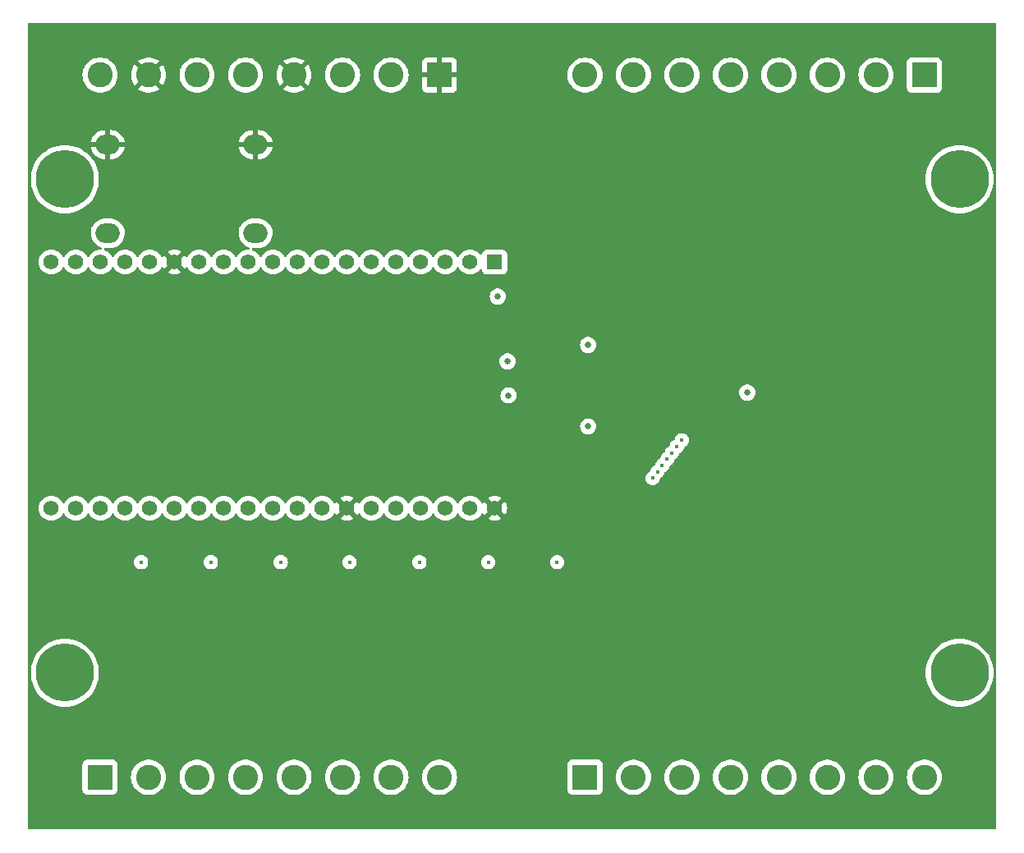
<source format=gbr>
%TF.GenerationSoftware,KiCad,Pcbnew,7.0.10*%
%TF.CreationDate,2024-02-03T19:37:43+01:00*%
%TF.ProjectId,led_stairs_controller,6c65645f-7374-4616-9972-735f636f6e74,V0.1*%
%TF.SameCoordinates,Original*%
%TF.FileFunction,Copper,L2,Inr*%
%TF.FilePolarity,Positive*%
%FSLAX46Y46*%
G04 Gerber Fmt 4.6, Leading zero omitted, Abs format (unit mm)*
G04 Created by KiCad (PCBNEW 7.0.10) date 2024-02-03 19:37:43*
%MOMM*%
%LPD*%
G01*
G04 APERTURE LIST*
%TA.AperFunction,ComponentPad*%
%ADD10R,1.560000X1.560000*%
%TD*%
%TA.AperFunction,ComponentPad*%
%ADD11C,1.560000*%
%TD*%
%TA.AperFunction,ComponentPad*%
%ADD12R,2.600000X2.600000*%
%TD*%
%TA.AperFunction,ComponentPad*%
%ADD13C,2.600000*%
%TD*%
%TA.AperFunction,ComponentPad*%
%ADD14C,6.000000*%
%TD*%
%TA.AperFunction,ComponentPad*%
%ADD15O,2.500000X2.000000*%
%TD*%
%TA.AperFunction,ViaPad*%
%ADD16C,0.800000*%
%TD*%
%TA.AperFunction,ViaPad*%
%ADD17C,0.450000*%
%TD*%
%TA.AperFunction,ViaPad*%
%ADD18C,0.650000*%
%TD*%
G04 APERTURE END LIST*
D10*
%TO.N,+3.3V*%
%TO.C,U2*%
X149360000Y-80437500D03*
D11*
%TO.N,Net-(U2-EN)*%
X146820000Y-80437500D03*
%TO.N,unconnected-(U2-VP-Pad3)*%
X144280000Y-80437500D03*
%TO.N,unconnected-(U2-VN-Pad4)*%
X141740000Y-80437500D03*
%TO.N,unconnected-(U2-34-Pad5)*%
X139200000Y-80437500D03*
%TO.N,unconnected-(U2-35-Pad6)*%
X136660000Y-80437500D03*
%TO.N,unconnected-(U2-32-Pad7)*%
X134120000Y-80437500D03*
%TO.N,unconnected-(U2-33-Pad8)*%
X131580000Y-80437500D03*
%TO.N,unconnected-(U2-25-Pad9)*%
X129040000Y-80437500D03*
%TO.N,unconnected-(U2-26-Pad10)*%
X126500000Y-80437500D03*
%TO.N,unconnected-(U2-27-Pad11)*%
X123960000Y-80437500D03*
%TO.N,unconnected-(U2-14-Pad12)*%
X121420000Y-80437500D03*
%TO.N,unconnected-(U2-12-Pad13)*%
X118880000Y-80437500D03*
%TO.N,GND*%
X116340000Y-80437500D03*
%TO.N,unconnected-(U2-13-Pad15)*%
X113800000Y-80437500D03*
%TO.N,unconnected-(U2-D2-Pad16)*%
X111260000Y-80437500D03*
%TO.N,unconnected-(U2-D3-Pad17)*%
X108720000Y-80437500D03*
%TO.N,unconnected-(U2-CMD-Pad18)*%
X106180000Y-80437500D03*
%TO.N,+5V*%
X103640000Y-80437500D03*
%TO.N,GND*%
X149360000Y-105837500D03*
%TO.N,unconnected-(U2-23-Pad21)*%
X146820000Y-105837500D03*
%TO.N,/SCL_L*%
X144280000Y-105837500D03*
%TO.N,unconnected-(U2-TX-Pad23)*%
X141740000Y-105837500D03*
%TO.N,unconnected-(U2-RX-Pad24)*%
X139200000Y-105837500D03*
%TO.N,/SDA_L*%
X136660000Y-105837500D03*
%TO.N,GND*%
X134120000Y-105837500D03*
%TO.N,unconnected-(U2-19-Pad27)*%
X131580000Y-105837500D03*
%TO.N,unconnected-(U2-18-Pad28)*%
X129040000Y-105837500D03*
%TO.N,unconnected-(U2-5-Pad29)*%
X126500000Y-105837500D03*
%TO.N,unconnected-(U2-17-Pad30)*%
X123960000Y-105837500D03*
%TO.N,unconnected-(U2-16-Pad31)*%
X121420000Y-105837500D03*
%TO.N,unconnected-(U2-4-Pad32)*%
X118880000Y-105837500D03*
%TO.N,unconnected-(U2-0-Pad33)*%
X116340000Y-105837500D03*
%TO.N,unconnected-(U2-2-Pad34)*%
X113800000Y-105837500D03*
%TO.N,unconnected-(U2-15-Pad35)*%
X111260000Y-105837500D03*
%TO.N,unconnected-(U2-D1-Pad36)*%
X108720000Y-105837500D03*
%TO.N,unconnected-(U2-D0-Pad37)*%
X106180000Y-105837500D03*
%TO.N,unconnected-(U2-CLK-Pad38)*%
X103640000Y-105837500D03*
%TD*%
D12*
%TO.N,/LED1_OUT*%
%TO.C,MOD1*%
X108675000Y-133580000D03*
D13*
%TO.N,/LED2_OUT*%
X113675000Y-133580000D03*
%TO.N,VBUS*%
X118675000Y-133580000D03*
%TO.N,/LED3_OUT*%
X123675000Y-133580000D03*
%TO.N,/LED4_OUT*%
X128675000Y-133580000D03*
%TO.N,VBUS*%
X133675000Y-133580000D03*
%TO.N,/LED5_OUT*%
X138675000Y-133580000D03*
%TO.N,/LED6_OUT*%
X143675000Y-133580000D03*
D12*
%TO.N,/LED7_OUT*%
X158675000Y-133580000D03*
D13*
%TO.N,/LED8_OUT*%
X163675000Y-133580000D03*
%TO.N,VBUS*%
X168675000Y-133580000D03*
%TO.N,/LED9_OUT*%
X173675000Y-133580000D03*
%TO.N,/LED10_OUT*%
X178675000Y-133580000D03*
%TO.N,VBUS*%
X183675000Y-133580000D03*
%TO.N,/LED11_OUT*%
X188675000Y-133580000D03*
%TO.N,/LED12_OUT*%
X193675000Y-133580000D03*
D12*
%TO.N,/LED13_OUT*%
X193675000Y-61160000D03*
D13*
%TO.N,/LED14_OUT*%
X188675000Y-61160000D03*
%TO.N,VBUS*%
X183675000Y-61160000D03*
%TO.N,/LED15_OUT*%
X178675000Y-61160000D03*
%TO.N,/LED16_OUT*%
X173675000Y-61160000D03*
%TO.N,VBUS*%
X168675000Y-61160000D03*
%TO.N,/LED17_OUT*%
X163675000Y-61160000D03*
%TO.N,/LED18_OUT*%
X158675000Y-61160000D03*
D12*
%TO.N,GND*%
X143675000Y-61160000D03*
D13*
%TO.N,unconnected-(MOD1-PadD2)*%
X138675000Y-61160000D03*
%TO.N,VBUS*%
X133675000Y-61160000D03*
%TO.N,GND*%
X128675000Y-61160000D03*
%TO.N,unconnected-(MOD1-PadD5)*%
X123675000Y-61160000D03*
%TO.N,VBUS*%
X118675000Y-61160000D03*
%TO.N,GND*%
X113675000Y-61160000D03*
%TO.N,VBUS*%
X108675000Y-61160000D03*
D14*
%TO.N,N/C*%
X105050000Y-71900000D03*
X197300000Y-71900000D03*
X105050000Y-122800000D03*
X197300000Y-122800000D03*
%TD*%
D15*
%TO.N,GND*%
%TO.C,U4*%
X109480000Y-68330000D03*
%TO.N,VBUS*%
X109480000Y-77470000D03*
%TO.N,GND*%
X124720000Y-68330000D03*
%TO.N,+5V*%
X124720000Y-77470000D03*
%TD*%
D16*
%TO.N,GND*%
X159400000Y-109600000D03*
X123600000Y-109700000D03*
D17*
X171742500Y-104000000D03*
D16*
X178320000Y-85500000D03*
X188300000Y-109600000D03*
X181100000Y-109600000D03*
X137900000Y-109700000D03*
X173900000Y-109600000D03*
X152200000Y-109600000D03*
X116400000Y-109600000D03*
D18*
X178600000Y-93900000D03*
D16*
X109220000Y-109600000D03*
X185520000Y-85500000D03*
X192720000Y-85500000D03*
X130700000Y-109600000D03*
X166700000Y-109600000D03*
X171020000Y-85500000D03*
X145100000Y-109700000D03*
D18*
%TO.N,+5V*%
X159000000Y-97400000D03*
X175400000Y-93900000D03*
X159000000Y-89000000D03*
D17*
%TO.N,/LED1*%
X168642500Y-98825000D03*
%TO.N,/LED7*%
X165642500Y-102725000D03*
%TO.N,/LED6*%
X166142500Y-102075000D03*
%TO.N,/LED5*%
X166642500Y-101425000D03*
%TO.N,/LED4*%
X167142500Y-100775000D03*
%TO.N,/LED3*%
X167642500Y-100125000D03*
%TO.N,/LED2*%
X168142500Y-99475000D03*
%TO.N,Net-(Q1-G)*%
X112900000Y-111400000D03*
%TO.N,Net-(Q2-G)*%
X120100000Y-111400000D03*
%TO.N,Net-(Q3-G)*%
X127300000Y-111400000D03*
%TO.N,Net-(Q4-G)*%
X134400000Y-111400000D03*
%TO.N,Net-(Q5-G)*%
X141600000Y-111400000D03*
%TO.N,Net-(Q6-G)*%
X148700000Y-111400000D03*
%TO.N,Net-(Q7-G)*%
X155800000Y-111400000D03*
D18*
%TO.N,+3.3V*%
X150700000Y-90700000D03*
X150800000Y-94200000D03*
X149700000Y-84000000D03*
%TD*%
%TA.AperFunction,Conductor*%
%TO.N,GND*%
G36*
X201043039Y-55819685D02*
G01*
X201088794Y-55872489D01*
X201100000Y-55924000D01*
X201100000Y-138845500D01*
X201080315Y-138912539D01*
X201027511Y-138958294D01*
X200976000Y-138969500D01*
X101324500Y-138969500D01*
X101257461Y-138949815D01*
X101211706Y-138897011D01*
X101200500Y-138845500D01*
X101200500Y-134928654D01*
X106866500Y-134928654D01*
X106873011Y-134989202D01*
X106873011Y-134989204D01*
X106924111Y-135126204D01*
X107011739Y-135243261D01*
X107128796Y-135330889D01*
X107265799Y-135381989D01*
X107293050Y-135384918D01*
X107326345Y-135388499D01*
X107326362Y-135388500D01*
X110023638Y-135388500D01*
X110023654Y-135388499D01*
X110050692Y-135385591D01*
X110084201Y-135381989D01*
X110221204Y-135330889D01*
X110338261Y-135243261D01*
X110425889Y-135126204D01*
X110476989Y-134989201D01*
X110480591Y-134955692D01*
X110483499Y-134928654D01*
X110483500Y-134928637D01*
X110483500Y-133580004D01*
X111861429Y-133580004D01*
X111881683Y-133850289D01*
X111881684Y-133850294D01*
X111941997Y-134114545D01*
X111941999Y-134114554D01*
X111942001Y-134114559D01*
X112041029Y-134366879D01*
X112176557Y-134601621D01*
X112345558Y-134813542D01*
X112544257Y-134997907D01*
X112768215Y-135150599D01*
X113012428Y-135268206D01*
X113271442Y-135348101D01*
X113271443Y-135348101D01*
X113271446Y-135348102D01*
X113539464Y-135388499D01*
X113539469Y-135388499D01*
X113539472Y-135388500D01*
X113539473Y-135388500D01*
X113810527Y-135388500D01*
X113810528Y-135388500D01*
X113853726Y-135381989D01*
X114078553Y-135348102D01*
X114078554Y-135348101D01*
X114078558Y-135348101D01*
X114337572Y-135268206D01*
X114581786Y-135150599D01*
X114805743Y-134997907D01*
X115004442Y-134813542D01*
X115173443Y-134601621D01*
X115308971Y-134366879D01*
X115407999Y-134114559D01*
X115468315Y-133850299D01*
X115488571Y-133580004D01*
X116861429Y-133580004D01*
X116881683Y-133850289D01*
X116881684Y-133850294D01*
X116941997Y-134114545D01*
X116941999Y-134114554D01*
X116942001Y-134114559D01*
X117041029Y-134366879D01*
X117176557Y-134601621D01*
X117345558Y-134813542D01*
X117544257Y-134997907D01*
X117768215Y-135150599D01*
X118012428Y-135268206D01*
X118271442Y-135348101D01*
X118271443Y-135348101D01*
X118271446Y-135348102D01*
X118539464Y-135388499D01*
X118539469Y-135388499D01*
X118539472Y-135388500D01*
X118539473Y-135388500D01*
X118810527Y-135388500D01*
X118810528Y-135388500D01*
X118853726Y-135381989D01*
X119078553Y-135348102D01*
X119078554Y-135348101D01*
X119078558Y-135348101D01*
X119337572Y-135268206D01*
X119581786Y-135150599D01*
X119805743Y-134997907D01*
X120004442Y-134813542D01*
X120173443Y-134601621D01*
X120308971Y-134366879D01*
X120407999Y-134114559D01*
X120468315Y-133850299D01*
X120488571Y-133580004D01*
X121861429Y-133580004D01*
X121881683Y-133850289D01*
X121881684Y-133850294D01*
X121941997Y-134114545D01*
X121941999Y-134114554D01*
X121942001Y-134114559D01*
X122041029Y-134366879D01*
X122176557Y-134601621D01*
X122345558Y-134813542D01*
X122544257Y-134997907D01*
X122768215Y-135150599D01*
X123012428Y-135268206D01*
X123271442Y-135348101D01*
X123271443Y-135348101D01*
X123271446Y-135348102D01*
X123539464Y-135388499D01*
X123539469Y-135388499D01*
X123539472Y-135388500D01*
X123539473Y-135388500D01*
X123810527Y-135388500D01*
X123810528Y-135388500D01*
X123853726Y-135381989D01*
X124078553Y-135348102D01*
X124078554Y-135348101D01*
X124078558Y-135348101D01*
X124337572Y-135268206D01*
X124581786Y-135150599D01*
X124805743Y-134997907D01*
X125004442Y-134813542D01*
X125173443Y-134601621D01*
X125308971Y-134366879D01*
X125407999Y-134114559D01*
X125468315Y-133850299D01*
X125488571Y-133580004D01*
X126861429Y-133580004D01*
X126881683Y-133850289D01*
X126881684Y-133850294D01*
X126941997Y-134114545D01*
X126941999Y-134114554D01*
X126942001Y-134114559D01*
X127041029Y-134366879D01*
X127176557Y-134601621D01*
X127345558Y-134813542D01*
X127544257Y-134997907D01*
X127768215Y-135150599D01*
X128012428Y-135268206D01*
X128271442Y-135348101D01*
X128271443Y-135348101D01*
X128271446Y-135348102D01*
X128539464Y-135388499D01*
X128539469Y-135388499D01*
X128539472Y-135388500D01*
X128539473Y-135388500D01*
X128810527Y-135388500D01*
X128810528Y-135388500D01*
X128853726Y-135381989D01*
X129078553Y-135348102D01*
X129078554Y-135348101D01*
X129078558Y-135348101D01*
X129337572Y-135268206D01*
X129581786Y-135150599D01*
X129805743Y-134997907D01*
X130004442Y-134813542D01*
X130173443Y-134601621D01*
X130308971Y-134366879D01*
X130407999Y-134114559D01*
X130468315Y-133850299D01*
X130488571Y-133580004D01*
X131861429Y-133580004D01*
X131881683Y-133850289D01*
X131881684Y-133850294D01*
X131941997Y-134114545D01*
X131941999Y-134114554D01*
X131942001Y-134114559D01*
X132041029Y-134366879D01*
X132176557Y-134601621D01*
X132345558Y-134813542D01*
X132544257Y-134997907D01*
X132768215Y-135150599D01*
X133012428Y-135268206D01*
X133271442Y-135348101D01*
X133271443Y-135348101D01*
X133271446Y-135348102D01*
X133539464Y-135388499D01*
X133539469Y-135388499D01*
X133539472Y-135388500D01*
X133539473Y-135388500D01*
X133810527Y-135388500D01*
X133810528Y-135388500D01*
X133853726Y-135381989D01*
X134078553Y-135348102D01*
X134078554Y-135348101D01*
X134078558Y-135348101D01*
X134337572Y-135268206D01*
X134581786Y-135150599D01*
X134805743Y-134997907D01*
X135004442Y-134813542D01*
X135173443Y-134601621D01*
X135308971Y-134366879D01*
X135407999Y-134114559D01*
X135468315Y-133850299D01*
X135488571Y-133580004D01*
X136861429Y-133580004D01*
X136881683Y-133850289D01*
X136881684Y-133850294D01*
X136941997Y-134114545D01*
X136941999Y-134114554D01*
X136942001Y-134114559D01*
X137041029Y-134366879D01*
X137176557Y-134601621D01*
X137345558Y-134813542D01*
X137544257Y-134997907D01*
X137768215Y-135150599D01*
X138012428Y-135268206D01*
X138271442Y-135348101D01*
X138271443Y-135348101D01*
X138271446Y-135348102D01*
X138539464Y-135388499D01*
X138539469Y-135388499D01*
X138539472Y-135388500D01*
X138539473Y-135388500D01*
X138810527Y-135388500D01*
X138810528Y-135388500D01*
X138853726Y-135381989D01*
X139078553Y-135348102D01*
X139078554Y-135348101D01*
X139078558Y-135348101D01*
X139337572Y-135268206D01*
X139581786Y-135150599D01*
X139805743Y-134997907D01*
X140004442Y-134813542D01*
X140173443Y-134601621D01*
X140308971Y-134366879D01*
X140407999Y-134114559D01*
X140468315Y-133850299D01*
X140488571Y-133580004D01*
X141861429Y-133580004D01*
X141881683Y-133850289D01*
X141881684Y-133850294D01*
X141941997Y-134114545D01*
X141941999Y-134114554D01*
X141942001Y-134114559D01*
X142041029Y-134366879D01*
X142176557Y-134601621D01*
X142345558Y-134813542D01*
X142544257Y-134997907D01*
X142768215Y-135150599D01*
X143012428Y-135268206D01*
X143271442Y-135348101D01*
X143271443Y-135348101D01*
X143271446Y-135348102D01*
X143539464Y-135388499D01*
X143539469Y-135388499D01*
X143539472Y-135388500D01*
X143539473Y-135388500D01*
X143810527Y-135388500D01*
X143810528Y-135388500D01*
X143853726Y-135381989D01*
X144078553Y-135348102D01*
X144078554Y-135348101D01*
X144078558Y-135348101D01*
X144337572Y-135268206D01*
X144581786Y-135150599D01*
X144805743Y-134997907D01*
X144880380Y-134928654D01*
X156866500Y-134928654D01*
X156873011Y-134989202D01*
X156873011Y-134989204D01*
X156924111Y-135126204D01*
X157011739Y-135243261D01*
X157128796Y-135330889D01*
X157265799Y-135381989D01*
X157293050Y-135384918D01*
X157326345Y-135388499D01*
X157326362Y-135388500D01*
X160023638Y-135388500D01*
X160023654Y-135388499D01*
X160050692Y-135385591D01*
X160084201Y-135381989D01*
X160221204Y-135330889D01*
X160338261Y-135243261D01*
X160425889Y-135126204D01*
X160476989Y-134989201D01*
X160480591Y-134955692D01*
X160483499Y-134928654D01*
X160483500Y-134928637D01*
X160483500Y-133580004D01*
X161861429Y-133580004D01*
X161881683Y-133850289D01*
X161881684Y-133850294D01*
X161941997Y-134114545D01*
X161941999Y-134114554D01*
X161942001Y-134114559D01*
X162041029Y-134366879D01*
X162176557Y-134601621D01*
X162345558Y-134813542D01*
X162544257Y-134997907D01*
X162768215Y-135150599D01*
X163012428Y-135268206D01*
X163271442Y-135348101D01*
X163271443Y-135348101D01*
X163271446Y-135348102D01*
X163539464Y-135388499D01*
X163539469Y-135388499D01*
X163539472Y-135388500D01*
X163539473Y-135388500D01*
X163810527Y-135388500D01*
X163810528Y-135388500D01*
X163853726Y-135381989D01*
X164078553Y-135348102D01*
X164078554Y-135348101D01*
X164078558Y-135348101D01*
X164337572Y-135268206D01*
X164581786Y-135150599D01*
X164805743Y-134997907D01*
X165004442Y-134813542D01*
X165173443Y-134601621D01*
X165308971Y-134366879D01*
X165407999Y-134114559D01*
X165468315Y-133850299D01*
X165488571Y-133580004D01*
X166861429Y-133580004D01*
X166881683Y-133850289D01*
X166881684Y-133850294D01*
X166941997Y-134114545D01*
X166941999Y-134114554D01*
X166942001Y-134114559D01*
X167041029Y-134366879D01*
X167176557Y-134601621D01*
X167345558Y-134813542D01*
X167544257Y-134997907D01*
X167768215Y-135150599D01*
X168012428Y-135268206D01*
X168271442Y-135348101D01*
X168271443Y-135348101D01*
X168271446Y-135348102D01*
X168539464Y-135388499D01*
X168539469Y-135388499D01*
X168539472Y-135388500D01*
X168539473Y-135388500D01*
X168810527Y-135388500D01*
X168810528Y-135388500D01*
X168853726Y-135381989D01*
X169078553Y-135348102D01*
X169078554Y-135348101D01*
X169078558Y-135348101D01*
X169337572Y-135268206D01*
X169581786Y-135150599D01*
X169805743Y-134997907D01*
X170004442Y-134813542D01*
X170173443Y-134601621D01*
X170308971Y-134366879D01*
X170407999Y-134114559D01*
X170468315Y-133850299D01*
X170488571Y-133580004D01*
X171861429Y-133580004D01*
X171881683Y-133850289D01*
X171881684Y-133850294D01*
X171941997Y-134114545D01*
X171941999Y-134114554D01*
X171942001Y-134114559D01*
X172041029Y-134366879D01*
X172176557Y-134601621D01*
X172345558Y-134813542D01*
X172544257Y-134997907D01*
X172768215Y-135150599D01*
X173012428Y-135268206D01*
X173271442Y-135348101D01*
X173271443Y-135348101D01*
X173271446Y-135348102D01*
X173539464Y-135388499D01*
X173539469Y-135388499D01*
X173539472Y-135388500D01*
X173539473Y-135388500D01*
X173810527Y-135388500D01*
X173810528Y-135388500D01*
X173853726Y-135381989D01*
X174078553Y-135348102D01*
X174078554Y-135348101D01*
X174078558Y-135348101D01*
X174337572Y-135268206D01*
X174581786Y-135150599D01*
X174805743Y-134997907D01*
X175004442Y-134813542D01*
X175173443Y-134601621D01*
X175308971Y-134366879D01*
X175407999Y-134114559D01*
X175468315Y-133850299D01*
X175488571Y-133580004D01*
X176861429Y-133580004D01*
X176881683Y-133850289D01*
X176881684Y-133850294D01*
X176941997Y-134114545D01*
X176941999Y-134114554D01*
X176942001Y-134114559D01*
X177041029Y-134366879D01*
X177176557Y-134601621D01*
X177345558Y-134813542D01*
X177544257Y-134997907D01*
X177768215Y-135150599D01*
X178012428Y-135268206D01*
X178271442Y-135348101D01*
X178271443Y-135348101D01*
X178271446Y-135348102D01*
X178539464Y-135388499D01*
X178539469Y-135388499D01*
X178539472Y-135388500D01*
X178539473Y-135388500D01*
X178810527Y-135388500D01*
X178810528Y-135388500D01*
X178853726Y-135381989D01*
X179078553Y-135348102D01*
X179078554Y-135348101D01*
X179078558Y-135348101D01*
X179337572Y-135268206D01*
X179581786Y-135150599D01*
X179805743Y-134997907D01*
X180004442Y-134813542D01*
X180173443Y-134601621D01*
X180308971Y-134366879D01*
X180407999Y-134114559D01*
X180468315Y-133850299D01*
X180488571Y-133580004D01*
X181861429Y-133580004D01*
X181881683Y-133850289D01*
X181881684Y-133850294D01*
X181941997Y-134114545D01*
X181941999Y-134114554D01*
X181942001Y-134114559D01*
X182041029Y-134366879D01*
X182176557Y-134601621D01*
X182345558Y-134813542D01*
X182544257Y-134997907D01*
X182768215Y-135150599D01*
X183012428Y-135268206D01*
X183271442Y-135348101D01*
X183271443Y-135348101D01*
X183271446Y-135348102D01*
X183539464Y-135388499D01*
X183539469Y-135388499D01*
X183539472Y-135388500D01*
X183539473Y-135388500D01*
X183810527Y-135388500D01*
X183810528Y-135388500D01*
X183853726Y-135381989D01*
X184078553Y-135348102D01*
X184078554Y-135348101D01*
X184078558Y-135348101D01*
X184337572Y-135268206D01*
X184581786Y-135150599D01*
X184805743Y-134997907D01*
X185004442Y-134813542D01*
X185173443Y-134601621D01*
X185308971Y-134366879D01*
X185407999Y-134114559D01*
X185468315Y-133850299D01*
X185488571Y-133580004D01*
X186861429Y-133580004D01*
X186881683Y-133850289D01*
X186881684Y-133850294D01*
X186941997Y-134114545D01*
X186941999Y-134114554D01*
X186942001Y-134114559D01*
X187041029Y-134366879D01*
X187176557Y-134601621D01*
X187345558Y-134813542D01*
X187544257Y-134997907D01*
X187768215Y-135150599D01*
X188012428Y-135268206D01*
X188271442Y-135348101D01*
X188271443Y-135348101D01*
X188271446Y-135348102D01*
X188539464Y-135388499D01*
X188539469Y-135388499D01*
X188539472Y-135388500D01*
X188539473Y-135388500D01*
X188810527Y-135388500D01*
X188810528Y-135388500D01*
X188853726Y-135381989D01*
X189078553Y-135348102D01*
X189078554Y-135348101D01*
X189078558Y-135348101D01*
X189337572Y-135268206D01*
X189581786Y-135150599D01*
X189805743Y-134997907D01*
X190004442Y-134813542D01*
X190173443Y-134601621D01*
X190308971Y-134366879D01*
X190407999Y-134114559D01*
X190468315Y-133850299D01*
X190488571Y-133580004D01*
X191861429Y-133580004D01*
X191881683Y-133850289D01*
X191881684Y-133850294D01*
X191941997Y-134114545D01*
X191941999Y-134114554D01*
X191942001Y-134114559D01*
X192041029Y-134366879D01*
X192176557Y-134601621D01*
X192345558Y-134813542D01*
X192544257Y-134997907D01*
X192768215Y-135150599D01*
X193012428Y-135268206D01*
X193271442Y-135348101D01*
X193271443Y-135348101D01*
X193271446Y-135348102D01*
X193539464Y-135388499D01*
X193539469Y-135388499D01*
X193539472Y-135388500D01*
X193539473Y-135388500D01*
X193810527Y-135388500D01*
X193810528Y-135388500D01*
X193853726Y-135381989D01*
X194078553Y-135348102D01*
X194078554Y-135348101D01*
X194078558Y-135348101D01*
X194337572Y-135268206D01*
X194581786Y-135150599D01*
X194805743Y-134997907D01*
X195004442Y-134813542D01*
X195173443Y-134601621D01*
X195308971Y-134366879D01*
X195407999Y-134114559D01*
X195468315Y-133850299D01*
X195488571Y-133580000D01*
X195468315Y-133309701D01*
X195407999Y-133045441D01*
X195308971Y-132793121D01*
X195173443Y-132558379D01*
X195004442Y-132346458D01*
X194805743Y-132162093D01*
X194581786Y-132009401D01*
X194581780Y-132009398D01*
X194581779Y-132009397D01*
X194581778Y-132009396D01*
X194337574Y-131891795D01*
X194337576Y-131891795D01*
X194078559Y-131811899D01*
X194078553Y-131811897D01*
X193810535Y-131771500D01*
X193810528Y-131771500D01*
X193539472Y-131771500D01*
X193539464Y-131771500D01*
X193271446Y-131811897D01*
X193271440Y-131811899D01*
X193012427Y-131891794D01*
X192768219Y-132009398D01*
X192544256Y-132162093D01*
X192345560Y-132346456D01*
X192345558Y-132346458D01*
X192176557Y-132558379D01*
X192041029Y-132793120D01*
X191942003Y-133045435D01*
X191941997Y-133045454D01*
X191881684Y-133309705D01*
X191881683Y-133309710D01*
X191861429Y-133579995D01*
X191861429Y-133580004D01*
X190488571Y-133580004D01*
X190488571Y-133580000D01*
X190468315Y-133309701D01*
X190407999Y-133045441D01*
X190308971Y-132793121D01*
X190173443Y-132558379D01*
X190004442Y-132346458D01*
X189805743Y-132162093D01*
X189581786Y-132009401D01*
X189581780Y-132009398D01*
X189581779Y-132009397D01*
X189581778Y-132009396D01*
X189337574Y-131891795D01*
X189337576Y-131891795D01*
X189078559Y-131811899D01*
X189078553Y-131811897D01*
X188810535Y-131771500D01*
X188810528Y-131771500D01*
X188539472Y-131771500D01*
X188539464Y-131771500D01*
X188271446Y-131811897D01*
X188271440Y-131811899D01*
X188012427Y-131891794D01*
X187768219Y-132009398D01*
X187544256Y-132162093D01*
X187345560Y-132346456D01*
X187345558Y-132346458D01*
X187176557Y-132558379D01*
X187041029Y-132793120D01*
X186942003Y-133045435D01*
X186941997Y-133045454D01*
X186881684Y-133309705D01*
X186881683Y-133309710D01*
X186861429Y-133579995D01*
X186861429Y-133580004D01*
X185488571Y-133580004D01*
X185488571Y-133580000D01*
X185468315Y-133309701D01*
X185407999Y-133045441D01*
X185308971Y-132793121D01*
X185173443Y-132558379D01*
X185004442Y-132346458D01*
X184805743Y-132162093D01*
X184581786Y-132009401D01*
X184581780Y-132009398D01*
X184581779Y-132009397D01*
X184581778Y-132009396D01*
X184337574Y-131891795D01*
X184337576Y-131891795D01*
X184078559Y-131811899D01*
X184078553Y-131811897D01*
X183810535Y-131771500D01*
X183810528Y-131771500D01*
X183539472Y-131771500D01*
X183539464Y-131771500D01*
X183271446Y-131811897D01*
X183271440Y-131811899D01*
X183012427Y-131891794D01*
X182768219Y-132009398D01*
X182544256Y-132162093D01*
X182345560Y-132346456D01*
X182345558Y-132346458D01*
X182176557Y-132558379D01*
X182041029Y-132793120D01*
X181942003Y-133045435D01*
X181941997Y-133045454D01*
X181881684Y-133309705D01*
X181881683Y-133309710D01*
X181861429Y-133579995D01*
X181861429Y-133580004D01*
X180488571Y-133580004D01*
X180488571Y-133580000D01*
X180468315Y-133309701D01*
X180407999Y-133045441D01*
X180308971Y-132793121D01*
X180173443Y-132558379D01*
X180004442Y-132346458D01*
X179805743Y-132162093D01*
X179581786Y-132009401D01*
X179581780Y-132009398D01*
X179581779Y-132009397D01*
X179581778Y-132009396D01*
X179337574Y-131891795D01*
X179337576Y-131891795D01*
X179078559Y-131811899D01*
X179078553Y-131811897D01*
X178810535Y-131771500D01*
X178810528Y-131771500D01*
X178539472Y-131771500D01*
X178539464Y-131771500D01*
X178271446Y-131811897D01*
X178271440Y-131811899D01*
X178012427Y-131891794D01*
X177768219Y-132009398D01*
X177544256Y-132162093D01*
X177345560Y-132346456D01*
X177345558Y-132346458D01*
X177176557Y-132558379D01*
X177041029Y-132793120D01*
X176942003Y-133045435D01*
X176941997Y-133045454D01*
X176881684Y-133309705D01*
X176881683Y-133309710D01*
X176861429Y-133579995D01*
X176861429Y-133580004D01*
X175488571Y-133580004D01*
X175488571Y-133580000D01*
X175468315Y-133309701D01*
X175407999Y-133045441D01*
X175308971Y-132793121D01*
X175173443Y-132558379D01*
X175004442Y-132346458D01*
X174805743Y-132162093D01*
X174581786Y-132009401D01*
X174581780Y-132009398D01*
X174581779Y-132009397D01*
X174581778Y-132009396D01*
X174337574Y-131891795D01*
X174337576Y-131891795D01*
X174078559Y-131811899D01*
X174078553Y-131811897D01*
X173810535Y-131771500D01*
X173810528Y-131771500D01*
X173539472Y-131771500D01*
X173539464Y-131771500D01*
X173271446Y-131811897D01*
X173271440Y-131811899D01*
X173012427Y-131891794D01*
X172768219Y-132009398D01*
X172544256Y-132162093D01*
X172345560Y-132346456D01*
X172345558Y-132346458D01*
X172176557Y-132558379D01*
X172041029Y-132793120D01*
X171942003Y-133045435D01*
X171941997Y-133045454D01*
X171881684Y-133309705D01*
X171881683Y-133309710D01*
X171861429Y-133579995D01*
X171861429Y-133580004D01*
X170488571Y-133580004D01*
X170488571Y-133580000D01*
X170468315Y-133309701D01*
X170407999Y-133045441D01*
X170308971Y-132793121D01*
X170173443Y-132558379D01*
X170004442Y-132346458D01*
X169805743Y-132162093D01*
X169581786Y-132009401D01*
X169581780Y-132009398D01*
X169581779Y-132009397D01*
X169581778Y-132009396D01*
X169337574Y-131891795D01*
X169337576Y-131891795D01*
X169078559Y-131811899D01*
X169078553Y-131811897D01*
X168810535Y-131771500D01*
X168810528Y-131771500D01*
X168539472Y-131771500D01*
X168539464Y-131771500D01*
X168271446Y-131811897D01*
X168271440Y-131811899D01*
X168012427Y-131891794D01*
X167768219Y-132009398D01*
X167544256Y-132162093D01*
X167345560Y-132346456D01*
X167345558Y-132346458D01*
X167176557Y-132558379D01*
X167041029Y-132793120D01*
X166942003Y-133045435D01*
X166941997Y-133045454D01*
X166881684Y-133309705D01*
X166881683Y-133309710D01*
X166861429Y-133579995D01*
X166861429Y-133580004D01*
X165488571Y-133580004D01*
X165488571Y-133580000D01*
X165468315Y-133309701D01*
X165407999Y-133045441D01*
X165308971Y-132793121D01*
X165173443Y-132558379D01*
X165004442Y-132346458D01*
X164805743Y-132162093D01*
X164581786Y-132009401D01*
X164581780Y-132009398D01*
X164581779Y-132009397D01*
X164581778Y-132009396D01*
X164337574Y-131891795D01*
X164337576Y-131891795D01*
X164078559Y-131811899D01*
X164078553Y-131811897D01*
X163810535Y-131771500D01*
X163810528Y-131771500D01*
X163539472Y-131771500D01*
X163539464Y-131771500D01*
X163271446Y-131811897D01*
X163271440Y-131811899D01*
X163012427Y-131891794D01*
X162768219Y-132009398D01*
X162544256Y-132162093D01*
X162345560Y-132346456D01*
X162345558Y-132346458D01*
X162176557Y-132558379D01*
X162041029Y-132793120D01*
X161942003Y-133045435D01*
X161941997Y-133045454D01*
X161881684Y-133309705D01*
X161881683Y-133309710D01*
X161861429Y-133579995D01*
X161861429Y-133580004D01*
X160483500Y-133580004D01*
X160483500Y-132231362D01*
X160483499Y-132231345D01*
X160480157Y-132200270D01*
X160476989Y-132170799D01*
X160425889Y-132033796D01*
X160338261Y-131916739D01*
X160221204Y-131829111D01*
X160084203Y-131778011D01*
X160023654Y-131771500D01*
X160023638Y-131771500D01*
X157326362Y-131771500D01*
X157326345Y-131771500D01*
X157265797Y-131778011D01*
X157265795Y-131778011D01*
X157128795Y-131829111D01*
X157011739Y-131916739D01*
X156924111Y-132033795D01*
X156873011Y-132170795D01*
X156873011Y-132170797D01*
X156866500Y-132231345D01*
X156866500Y-134928654D01*
X144880380Y-134928654D01*
X145004442Y-134813542D01*
X145173443Y-134601621D01*
X145308971Y-134366879D01*
X145407999Y-134114559D01*
X145468315Y-133850299D01*
X145488571Y-133580000D01*
X145468315Y-133309701D01*
X145407999Y-133045441D01*
X145308971Y-132793121D01*
X145173443Y-132558379D01*
X145004442Y-132346458D01*
X144805743Y-132162093D01*
X144581786Y-132009401D01*
X144581780Y-132009398D01*
X144581779Y-132009397D01*
X144581778Y-132009396D01*
X144337574Y-131891795D01*
X144337576Y-131891795D01*
X144078559Y-131811899D01*
X144078553Y-131811897D01*
X143810535Y-131771500D01*
X143810528Y-131771500D01*
X143539472Y-131771500D01*
X143539464Y-131771500D01*
X143271446Y-131811897D01*
X143271440Y-131811899D01*
X143012427Y-131891794D01*
X142768219Y-132009398D01*
X142544256Y-132162093D01*
X142345560Y-132346456D01*
X142345558Y-132346458D01*
X142176557Y-132558379D01*
X142041029Y-132793120D01*
X141942003Y-133045435D01*
X141941997Y-133045454D01*
X141881684Y-133309705D01*
X141881683Y-133309710D01*
X141861429Y-133579995D01*
X141861429Y-133580004D01*
X140488571Y-133580004D01*
X140488571Y-133580000D01*
X140468315Y-133309701D01*
X140407999Y-133045441D01*
X140308971Y-132793121D01*
X140173443Y-132558379D01*
X140004442Y-132346458D01*
X139805743Y-132162093D01*
X139581786Y-132009401D01*
X139581780Y-132009398D01*
X139581779Y-132009397D01*
X139581778Y-132009396D01*
X139337574Y-131891795D01*
X139337576Y-131891795D01*
X139078559Y-131811899D01*
X139078553Y-131811897D01*
X138810535Y-131771500D01*
X138810528Y-131771500D01*
X138539472Y-131771500D01*
X138539464Y-131771500D01*
X138271446Y-131811897D01*
X138271440Y-131811899D01*
X138012427Y-131891794D01*
X137768219Y-132009398D01*
X137544256Y-132162093D01*
X137345560Y-132346456D01*
X137345558Y-132346458D01*
X137176557Y-132558379D01*
X137041029Y-132793120D01*
X136942003Y-133045435D01*
X136941997Y-133045454D01*
X136881684Y-133309705D01*
X136881683Y-133309710D01*
X136861429Y-133579995D01*
X136861429Y-133580004D01*
X135488571Y-133580004D01*
X135488571Y-133580000D01*
X135468315Y-133309701D01*
X135407999Y-133045441D01*
X135308971Y-132793121D01*
X135173443Y-132558379D01*
X135004442Y-132346458D01*
X134805743Y-132162093D01*
X134581786Y-132009401D01*
X134581780Y-132009398D01*
X134581779Y-132009397D01*
X134581778Y-132009396D01*
X134337574Y-131891795D01*
X134337576Y-131891795D01*
X134078559Y-131811899D01*
X134078553Y-131811897D01*
X133810535Y-131771500D01*
X133810528Y-131771500D01*
X133539472Y-131771500D01*
X133539464Y-131771500D01*
X133271446Y-131811897D01*
X133271440Y-131811899D01*
X133012427Y-131891794D01*
X132768219Y-132009398D01*
X132544256Y-132162093D01*
X132345560Y-132346456D01*
X132345558Y-132346458D01*
X132176557Y-132558379D01*
X132041029Y-132793120D01*
X131942003Y-133045435D01*
X131941997Y-133045454D01*
X131881684Y-133309705D01*
X131881683Y-133309710D01*
X131861429Y-133579995D01*
X131861429Y-133580004D01*
X130488571Y-133580004D01*
X130488571Y-133580000D01*
X130468315Y-133309701D01*
X130407999Y-133045441D01*
X130308971Y-132793121D01*
X130173443Y-132558379D01*
X130004442Y-132346458D01*
X129805743Y-132162093D01*
X129581786Y-132009401D01*
X129581780Y-132009398D01*
X129581779Y-132009397D01*
X129581778Y-132009396D01*
X129337574Y-131891795D01*
X129337576Y-131891795D01*
X129078559Y-131811899D01*
X129078553Y-131811897D01*
X128810535Y-131771500D01*
X128810528Y-131771500D01*
X128539472Y-131771500D01*
X128539464Y-131771500D01*
X128271446Y-131811897D01*
X128271440Y-131811899D01*
X128012427Y-131891794D01*
X127768219Y-132009398D01*
X127544256Y-132162093D01*
X127345560Y-132346456D01*
X127345558Y-132346458D01*
X127176557Y-132558379D01*
X127041029Y-132793120D01*
X126942003Y-133045435D01*
X126941997Y-133045454D01*
X126881684Y-133309705D01*
X126881683Y-133309710D01*
X126861429Y-133579995D01*
X126861429Y-133580004D01*
X125488571Y-133580004D01*
X125488571Y-133580000D01*
X125468315Y-133309701D01*
X125407999Y-133045441D01*
X125308971Y-132793121D01*
X125173443Y-132558379D01*
X125004442Y-132346458D01*
X124805743Y-132162093D01*
X124581786Y-132009401D01*
X124581780Y-132009398D01*
X124581779Y-132009397D01*
X124581778Y-132009396D01*
X124337574Y-131891795D01*
X124337576Y-131891795D01*
X124078559Y-131811899D01*
X124078553Y-131811897D01*
X123810535Y-131771500D01*
X123810528Y-131771500D01*
X123539472Y-131771500D01*
X123539464Y-131771500D01*
X123271446Y-131811897D01*
X123271440Y-131811899D01*
X123012427Y-131891794D01*
X122768219Y-132009398D01*
X122544256Y-132162093D01*
X122345560Y-132346456D01*
X122345558Y-132346458D01*
X122176557Y-132558379D01*
X122041029Y-132793120D01*
X121942003Y-133045435D01*
X121941997Y-133045454D01*
X121881684Y-133309705D01*
X121881683Y-133309710D01*
X121861429Y-133579995D01*
X121861429Y-133580004D01*
X120488571Y-133580004D01*
X120488571Y-133580000D01*
X120468315Y-133309701D01*
X120407999Y-133045441D01*
X120308971Y-132793121D01*
X120173443Y-132558379D01*
X120004442Y-132346458D01*
X119805743Y-132162093D01*
X119581786Y-132009401D01*
X119581780Y-132009398D01*
X119581779Y-132009397D01*
X119581778Y-132009396D01*
X119337574Y-131891795D01*
X119337576Y-131891795D01*
X119078559Y-131811899D01*
X119078553Y-131811897D01*
X118810535Y-131771500D01*
X118810528Y-131771500D01*
X118539472Y-131771500D01*
X118539464Y-131771500D01*
X118271446Y-131811897D01*
X118271440Y-131811899D01*
X118012427Y-131891794D01*
X117768219Y-132009398D01*
X117544256Y-132162093D01*
X117345560Y-132346456D01*
X117345558Y-132346458D01*
X117176557Y-132558379D01*
X117041029Y-132793120D01*
X116942003Y-133045435D01*
X116941997Y-133045454D01*
X116881684Y-133309705D01*
X116881683Y-133309710D01*
X116861429Y-133579995D01*
X116861429Y-133580004D01*
X115488571Y-133580004D01*
X115488571Y-133580000D01*
X115468315Y-133309701D01*
X115407999Y-133045441D01*
X115308971Y-132793121D01*
X115173443Y-132558379D01*
X115004442Y-132346458D01*
X114805743Y-132162093D01*
X114581786Y-132009401D01*
X114581780Y-132009398D01*
X114581779Y-132009397D01*
X114581778Y-132009396D01*
X114337574Y-131891795D01*
X114337576Y-131891795D01*
X114078559Y-131811899D01*
X114078553Y-131811897D01*
X113810535Y-131771500D01*
X113810528Y-131771500D01*
X113539472Y-131771500D01*
X113539464Y-131771500D01*
X113271446Y-131811897D01*
X113271440Y-131811899D01*
X113012427Y-131891794D01*
X112768219Y-132009398D01*
X112544256Y-132162093D01*
X112345560Y-132346456D01*
X112345558Y-132346458D01*
X112176557Y-132558379D01*
X112041029Y-132793120D01*
X111942003Y-133045435D01*
X111941997Y-133045454D01*
X111881684Y-133309705D01*
X111881683Y-133309710D01*
X111861429Y-133579995D01*
X111861429Y-133580004D01*
X110483500Y-133580004D01*
X110483500Y-132231362D01*
X110483499Y-132231345D01*
X110480157Y-132200270D01*
X110476989Y-132170799D01*
X110425889Y-132033796D01*
X110338261Y-131916739D01*
X110221204Y-131829111D01*
X110084203Y-131778011D01*
X110023654Y-131771500D01*
X110023638Y-131771500D01*
X107326362Y-131771500D01*
X107326345Y-131771500D01*
X107265797Y-131778011D01*
X107265795Y-131778011D01*
X107128795Y-131829111D01*
X107011739Y-131916739D01*
X106924111Y-132033795D01*
X106873011Y-132170795D01*
X106873011Y-132170797D01*
X106866500Y-132231345D01*
X106866500Y-134928654D01*
X101200500Y-134928654D01*
X101200500Y-122800000D01*
X101536685Y-122800000D01*
X101555931Y-123167242D01*
X101613458Y-123530453D01*
X101613458Y-123530455D01*
X101708641Y-123885681D01*
X101840428Y-124228997D01*
X102007382Y-124556662D01*
X102207666Y-124865073D01*
X102207668Y-124865075D01*
X102439098Y-125150867D01*
X102699133Y-125410902D01*
X102699137Y-125410905D01*
X102984926Y-125642333D01*
X103293337Y-125842617D01*
X103293342Y-125842620D01*
X103621006Y-126009573D01*
X103964326Y-126141361D01*
X104319541Y-126236541D01*
X104682759Y-126294069D01*
X105029688Y-126312250D01*
X105049999Y-126313315D01*
X105050000Y-126313315D01*
X105050001Y-126313315D01*
X105069247Y-126312306D01*
X105417241Y-126294069D01*
X105780459Y-126236541D01*
X106135674Y-126141361D01*
X106478994Y-126009573D01*
X106806658Y-125842620D01*
X107115075Y-125642332D01*
X107400867Y-125410902D01*
X107660902Y-125150867D01*
X107892332Y-124865075D01*
X108092620Y-124556658D01*
X108259573Y-124228994D01*
X108391361Y-123885674D01*
X108486541Y-123530459D01*
X108544069Y-123167241D01*
X108563315Y-122800000D01*
X193786685Y-122800000D01*
X193805931Y-123167242D01*
X193863458Y-123530453D01*
X193863458Y-123530455D01*
X193958641Y-123885681D01*
X194090428Y-124228997D01*
X194257382Y-124556662D01*
X194457666Y-124865073D01*
X194457668Y-124865075D01*
X194689098Y-125150867D01*
X194949133Y-125410902D01*
X194949137Y-125410905D01*
X195234926Y-125642333D01*
X195543337Y-125842617D01*
X195543342Y-125842620D01*
X195871006Y-126009573D01*
X196214326Y-126141361D01*
X196569541Y-126236541D01*
X196932759Y-126294069D01*
X197279688Y-126312250D01*
X197299999Y-126313315D01*
X197300000Y-126313315D01*
X197300001Y-126313315D01*
X197319247Y-126312306D01*
X197667241Y-126294069D01*
X198030459Y-126236541D01*
X198385674Y-126141361D01*
X198728994Y-126009573D01*
X199056658Y-125842620D01*
X199365075Y-125642332D01*
X199650867Y-125410902D01*
X199910902Y-125150867D01*
X200142332Y-124865075D01*
X200342620Y-124556658D01*
X200509573Y-124228994D01*
X200641361Y-123885674D01*
X200736541Y-123530459D01*
X200794069Y-123167241D01*
X200813315Y-122800000D01*
X200794069Y-122432759D01*
X200736541Y-122069541D01*
X200641361Y-121714326D01*
X200509573Y-121371006D01*
X200342620Y-121043343D01*
X200142332Y-120734925D01*
X199910902Y-120449133D01*
X199650867Y-120189098D01*
X199365075Y-119957668D01*
X199365073Y-119957666D01*
X199056662Y-119757382D01*
X198728997Y-119590428D01*
X198385681Y-119458641D01*
X198385674Y-119458639D01*
X198030459Y-119363459D01*
X198030455Y-119363458D01*
X198030454Y-119363458D01*
X197667242Y-119305931D01*
X197300001Y-119286685D01*
X197299999Y-119286685D01*
X196932757Y-119305931D01*
X196569546Y-119363458D01*
X196569544Y-119363458D01*
X196214318Y-119458641D01*
X195871002Y-119590428D01*
X195543338Y-119757382D01*
X195234926Y-119957666D01*
X194949137Y-120189094D01*
X194949129Y-120189101D01*
X194689101Y-120449129D01*
X194689094Y-120449137D01*
X194457666Y-120734926D01*
X194257382Y-121043338D01*
X194090428Y-121371002D01*
X193958641Y-121714318D01*
X193863458Y-122069544D01*
X193863458Y-122069546D01*
X193805931Y-122432757D01*
X193786685Y-122799999D01*
X193786685Y-122800000D01*
X108563315Y-122800000D01*
X108544069Y-122432759D01*
X108486541Y-122069541D01*
X108391361Y-121714326D01*
X108259573Y-121371006D01*
X108092620Y-121043343D01*
X107892332Y-120734925D01*
X107660902Y-120449133D01*
X107400867Y-120189098D01*
X107115075Y-119957668D01*
X107115073Y-119957666D01*
X106806662Y-119757382D01*
X106478997Y-119590428D01*
X106135681Y-119458641D01*
X106135674Y-119458639D01*
X105780459Y-119363459D01*
X105780455Y-119363458D01*
X105780454Y-119363458D01*
X105417242Y-119305931D01*
X105050001Y-119286685D01*
X105049999Y-119286685D01*
X104682757Y-119305931D01*
X104319546Y-119363458D01*
X104319544Y-119363458D01*
X103964318Y-119458641D01*
X103621002Y-119590428D01*
X103293338Y-119757382D01*
X102984926Y-119957666D01*
X102699137Y-120189094D01*
X102699129Y-120189101D01*
X102439101Y-120449129D01*
X102439094Y-120449137D01*
X102207666Y-120734926D01*
X102007382Y-121043338D01*
X101840428Y-121371002D01*
X101708641Y-121714318D01*
X101613458Y-122069544D01*
X101613458Y-122069546D01*
X101555931Y-122432757D01*
X101536685Y-122799999D01*
X101536685Y-122800000D01*
X101200500Y-122800000D01*
X101200500Y-111400003D01*
X112161859Y-111400003D01*
X112180364Y-111564246D01*
X112234958Y-111720268D01*
X112322898Y-111860223D01*
X112439777Y-111977102D01*
X112579733Y-112065042D01*
X112735748Y-112119634D01*
X112735751Y-112119634D01*
X112735753Y-112119635D01*
X112899996Y-112138141D01*
X112900000Y-112138141D01*
X112900004Y-112138141D01*
X113064246Y-112119635D01*
X113064247Y-112119634D01*
X113064252Y-112119634D01*
X113220267Y-112065042D01*
X113360223Y-111977102D01*
X113477102Y-111860223D01*
X113565042Y-111720267D01*
X113619634Y-111564252D01*
X113638141Y-111400003D01*
X119361859Y-111400003D01*
X119380364Y-111564246D01*
X119434958Y-111720268D01*
X119522898Y-111860223D01*
X119639777Y-111977102D01*
X119779733Y-112065042D01*
X119935748Y-112119634D01*
X119935751Y-112119634D01*
X119935753Y-112119635D01*
X120099996Y-112138141D01*
X120100000Y-112138141D01*
X120100004Y-112138141D01*
X120264246Y-112119635D01*
X120264247Y-112119634D01*
X120264252Y-112119634D01*
X120420267Y-112065042D01*
X120560223Y-111977102D01*
X120677102Y-111860223D01*
X120765042Y-111720267D01*
X120819634Y-111564252D01*
X120838141Y-111400003D01*
X126561859Y-111400003D01*
X126580364Y-111564246D01*
X126634958Y-111720268D01*
X126722898Y-111860223D01*
X126839777Y-111977102D01*
X126979733Y-112065042D01*
X127135748Y-112119634D01*
X127135751Y-112119634D01*
X127135753Y-112119635D01*
X127299996Y-112138141D01*
X127300000Y-112138141D01*
X127300004Y-112138141D01*
X127464246Y-112119635D01*
X127464247Y-112119634D01*
X127464252Y-112119634D01*
X127620267Y-112065042D01*
X127760223Y-111977102D01*
X127877102Y-111860223D01*
X127965042Y-111720267D01*
X128019634Y-111564252D01*
X128038141Y-111400003D01*
X133661859Y-111400003D01*
X133680364Y-111564246D01*
X133734958Y-111720268D01*
X133822898Y-111860223D01*
X133939777Y-111977102D01*
X134079733Y-112065042D01*
X134235748Y-112119634D01*
X134235751Y-112119634D01*
X134235753Y-112119635D01*
X134399996Y-112138141D01*
X134400000Y-112138141D01*
X134400004Y-112138141D01*
X134564246Y-112119635D01*
X134564247Y-112119634D01*
X134564252Y-112119634D01*
X134720267Y-112065042D01*
X134860223Y-111977102D01*
X134977102Y-111860223D01*
X135065042Y-111720267D01*
X135119634Y-111564252D01*
X135138141Y-111400003D01*
X140861859Y-111400003D01*
X140880364Y-111564246D01*
X140934958Y-111720268D01*
X141022898Y-111860223D01*
X141139777Y-111977102D01*
X141279733Y-112065042D01*
X141435748Y-112119634D01*
X141435751Y-112119634D01*
X141435753Y-112119635D01*
X141599996Y-112138141D01*
X141600000Y-112138141D01*
X141600004Y-112138141D01*
X141764246Y-112119635D01*
X141764247Y-112119634D01*
X141764252Y-112119634D01*
X141920267Y-112065042D01*
X142060223Y-111977102D01*
X142177102Y-111860223D01*
X142265042Y-111720267D01*
X142319634Y-111564252D01*
X142338141Y-111400003D01*
X147961859Y-111400003D01*
X147980364Y-111564246D01*
X148034958Y-111720268D01*
X148122898Y-111860223D01*
X148239777Y-111977102D01*
X148379733Y-112065042D01*
X148535748Y-112119634D01*
X148535751Y-112119634D01*
X148535753Y-112119635D01*
X148699996Y-112138141D01*
X148700000Y-112138141D01*
X148700004Y-112138141D01*
X148864246Y-112119635D01*
X148864247Y-112119634D01*
X148864252Y-112119634D01*
X149020267Y-112065042D01*
X149160223Y-111977102D01*
X149277102Y-111860223D01*
X149365042Y-111720267D01*
X149419634Y-111564252D01*
X149438141Y-111400003D01*
X155061859Y-111400003D01*
X155080364Y-111564246D01*
X155134958Y-111720268D01*
X155222898Y-111860223D01*
X155339777Y-111977102D01*
X155479733Y-112065042D01*
X155635748Y-112119634D01*
X155635751Y-112119634D01*
X155635753Y-112119635D01*
X155799996Y-112138141D01*
X155800000Y-112138141D01*
X155800004Y-112138141D01*
X155964246Y-112119635D01*
X155964247Y-112119634D01*
X155964252Y-112119634D01*
X156120267Y-112065042D01*
X156260223Y-111977102D01*
X156377102Y-111860223D01*
X156465042Y-111720267D01*
X156519634Y-111564252D01*
X156538141Y-111400000D01*
X156519634Y-111235748D01*
X156465042Y-111079733D01*
X156377102Y-110939777D01*
X156260223Y-110822898D01*
X156120268Y-110734958D01*
X155964246Y-110680364D01*
X155800004Y-110661859D01*
X155799996Y-110661859D01*
X155635753Y-110680364D01*
X155479731Y-110734958D01*
X155339776Y-110822898D01*
X155222898Y-110939776D01*
X155134958Y-111079731D01*
X155080364Y-111235753D01*
X155061859Y-111399996D01*
X155061859Y-111400003D01*
X149438141Y-111400003D01*
X149438141Y-111400000D01*
X149419634Y-111235748D01*
X149365042Y-111079733D01*
X149277102Y-110939777D01*
X149160223Y-110822898D01*
X149020268Y-110734958D01*
X148864246Y-110680364D01*
X148700004Y-110661859D01*
X148699996Y-110661859D01*
X148535753Y-110680364D01*
X148379731Y-110734958D01*
X148239776Y-110822898D01*
X148122898Y-110939776D01*
X148034958Y-111079731D01*
X147980364Y-111235753D01*
X147961859Y-111399996D01*
X147961859Y-111400003D01*
X142338141Y-111400003D01*
X142338141Y-111400000D01*
X142319634Y-111235748D01*
X142265042Y-111079733D01*
X142177102Y-110939777D01*
X142060223Y-110822898D01*
X141920268Y-110734958D01*
X141764246Y-110680364D01*
X141600004Y-110661859D01*
X141599996Y-110661859D01*
X141435753Y-110680364D01*
X141279731Y-110734958D01*
X141139776Y-110822898D01*
X141022898Y-110939776D01*
X140934958Y-111079731D01*
X140880364Y-111235753D01*
X140861859Y-111399996D01*
X140861859Y-111400003D01*
X135138141Y-111400003D01*
X135138141Y-111400000D01*
X135119634Y-111235748D01*
X135065042Y-111079733D01*
X134977102Y-110939777D01*
X134860223Y-110822898D01*
X134720268Y-110734958D01*
X134564246Y-110680364D01*
X134400004Y-110661859D01*
X134399996Y-110661859D01*
X134235753Y-110680364D01*
X134079731Y-110734958D01*
X133939776Y-110822898D01*
X133822898Y-110939776D01*
X133734958Y-111079731D01*
X133680364Y-111235753D01*
X133661859Y-111399996D01*
X133661859Y-111400003D01*
X128038141Y-111400003D01*
X128038141Y-111400000D01*
X128019634Y-111235748D01*
X127965042Y-111079733D01*
X127877102Y-110939777D01*
X127760223Y-110822898D01*
X127620268Y-110734958D01*
X127464246Y-110680364D01*
X127300004Y-110661859D01*
X127299996Y-110661859D01*
X127135753Y-110680364D01*
X126979731Y-110734958D01*
X126839776Y-110822898D01*
X126722898Y-110939776D01*
X126634958Y-111079731D01*
X126580364Y-111235753D01*
X126561859Y-111399996D01*
X126561859Y-111400003D01*
X120838141Y-111400003D01*
X120838141Y-111400000D01*
X120819634Y-111235748D01*
X120765042Y-111079733D01*
X120677102Y-110939777D01*
X120560223Y-110822898D01*
X120420268Y-110734958D01*
X120264246Y-110680364D01*
X120100004Y-110661859D01*
X120099996Y-110661859D01*
X119935753Y-110680364D01*
X119779731Y-110734958D01*
X119639776Y-110822898D01*
X119522898Y-110939776D01*
X119434958Y-111079731D01*
X119380364Y-111235753D01*
X119361859Y-111399996D01*
X119361859Y-111400003D01*
X113638141Y-111400003D01*
X113638141Y-111400000D01*
X113619634Y-111235748D01*
X113565042Y-111079733D01*
X113477102Y-110939777D01*
X113360223Y-110822898D01*
X113220268Y-110734958D01*
X113064246Y-110680364D01*
X112900004Y-110661859D01*
X112899996Y-110661859D01*
X112735753Y-110680364D01*
X112579731Y-110734958D01*
X112439776Y-110822898D01*
X112322898Y-110939776D01*
X112234958Y-111079731D01*
X112180364Y-111235753D01*
X112161859Y-111399996D01*
X112161859Y-111400003D01*
X101200500Y-111400003D01*
X101200500Y-105837501D01*
X102346578Y-105837501D01*
X102366227Y-106062094D01*
X102366229Y-106062105D01*
X102424578Y-106279868D01*
X102424580Y-106279872D01*
X102424581Y-106279876D01*
X102457929Y-106351391D01*
X102519863Y-106484209D01*
X102519864Y-106484211D01*
X102649182Y-106668898D01*
X102808601Y-106828317D01*
X102808604Y-106828319D01*
X102993289Y-106957636D01*
X103197624Y-107052919D01*
X103415400Y-107111272D01*
X103575828Y-107125307D01*
X103639998Y-107130922D01*
X103640000Y-107130922D01*
X103640002Y-107130922D01*
X103696150Y-107126009D01*
X103864600Y-107111272D01*
X104082376Y-107052919D01*
X104286711Y-106957636D01*
X104471396Y-106828319D01*
X104630819Y-106668896D01*
X104760136Y-106484211D01*
X104797618Y-106403829D01*
X104843790Y-106351391D01*
X104910984Y-106332239D01*
X104977865Y-106352455D01*
X105022382Y-106403830D01*
X105059863Y-106484209D01*
X105059864Y-106484211D01*
X105189182Y-106668898D01*
X105348601Y-106828317D01*
X105348604Y-106828319D01*
X105533289Y-106957636D01*
X105737624Y-107052919D01*
X105955400Y-107111272D01*
X106115828Y-107125307D01*
X106179998Y-107130922D01*
X106180000Y-107130922D01*
X106180002Y-107130922D01*
X106236150Y-107126009D01*
X106404600Y-107111272D01*
X106622376Y-107052919D01*
X106826711Y-106957636D01*
X107011396Y-106828319D01*
X107170819Y-106668896D01*
X107300136Y-106484211D01*
X107337618Y-106403829D01*
X107383790Y-106351391D01*
X107450984Y-106332239D01*
X107517865Y-106352455D01*
X107562382Y-106403830D01*
X107599863Y-106484209D01*
X107599864Y-106484211D01*
X107729182Y-106668898D01*
X107888601Y-106828317D01*
X107888604Y-106828319D01*
X108073289Y-106957636D01*
X108277624Y-107052919D01*
X108495400Y-107111272D01*
X108655828Y-107125307D01*
X108719998Y-107130922D01*
X108720000Y-107130922D01*
X108720002Y-107130922D01*
X108776150Y-107126009D01*
X108944600Y-107111272D01*
X109162376Y-107052919D01*
X109366711Y-106957636D01*
X109551396Y-106828319D01*
X109710819Y-106668896D01*
X109840136Y-106484211D01*
X109877618Y-106403829D01*
X109923790Y-106351391D01*
X109990984Y-106332239D01*
X110057865Y-106352455D01*
X110102382Y-106403830D01*
X110139863Y-106484209D01*
X110139864Y-106484211D01*
X110269182Y-106668898D01*
X110428601Y-106828317D01*
X110428604Y-106828319D01*
X110613289Y-106957636D01*
X110817624Y-107052919D01*
X111035400Y-107111272D01*
X111195828Y-107125307D01*
X111259998Y-107130922D01*
X111260000Y-107130922D01*
X111260002Y-107130922D01*
X111316150Y-107126009D01*
X111484600Y-107111272D01*
X111702376Y-107052919D01*
X111906711Y-106957636D01*
X112091396Y-106828319D01*
X112250819Y-106668896D01*
X112380136Y-106484211D01*
X112417618Y-106403829D01*
X112463790Y-106351391D01*
X112530984Y-106332239D01*
X112597865Y-106352455D01*
X112642382Y-106403830D01*
X112679863Y-106484209D01*
X112679864Y-106484211D01*
X112809182Y-106668898D01*
X112968601Y-106828317D01*
X112968604Y-106828319D01*
X113153289Y-106957636D01*
X113357624Y-107052919D01*
X113575400Y-107111272D01*
X113735828Y-107125307D01*
X113799998Y-107130922D01*
X113800000Y-107130922D01*
X113800002Y-107130922D01*
X113856150Y-107126009D01*
X114024600Y-107111272D01*
X114242376Y-107052919D01*
X114446711Y-106957636D01*
X114631396Y-106828319D01*
X114790819Y-106668896D01*
X114920136Y-106484211D01*
X114957618Y-106403829D01*
X115003790Y-106351391D01*
X115070984Y-106332239D01*
X115137865Y-106352455D01*
X115182382Y-106403830D01*
X115219863Y-106484209D01*
X115219864Y-106484211D01*
X115349182Y-106668898D01*
X115508601Y-106828317D01*
X115508604Y-106828319D01*
X115693289Y-106957636D01*
X115897624Y-107052919D01*
X116115400Y-107111272D01*
X116275828Y-107125307D01*
X116339998Y-107130922D01*
X116340000Y-107130922D01*
X116340002Y-107130922D01*
X116396150Y-107126009D01*
X116564600Y-107111272D01*
X116782376Y-107052919D01*
X116986711Y-106957636D01*
X117171396Y-106828319D01*
X117330819Y-106668896D01*
X117460136Y-106484211D01*
X117497618Y-106403829D01*
X117543790Y-106351391D01*
X117610984Y-106332239D01*
X117677865Y-106352455D01*
X117722382Y-106403830D01*
X117759863Y-106484209D01*
X117759864Y-106484211D01*
X117889182Y-106668898D01*
X118048601Y-106828317D01*
X118048604Y-106828319D01*
X118233289Y-106957636D01*
X118437624Y-107052919D01*
X118655400Y-107111272D01*
X118815828Y-107125307D01*
X118879998Y-107130922D01*
X118880000Y-107130922D01*
X118880002Y-107130922D01*
X118936150Y-107126009D01*
X119104600Y-107111272D01*
X119322376Y-107052919D01*
X119526711Y-106957636D01*
X119711396Y-106828319D01*
X119870819Y-106668896D01*
X120000136Y-106484211D01*
X120037618Y-106403829D01*
X120083790Y-106351391D01*
X120150984Y-106332239D01*
X120217865Y-106352455D01*
X120262382Y-106403830D01*
X120299863Y-106484209D01*
X120299864Y-106484211D01*
X120429182Y-106668898D01*
X120588601Y-106828317D01*
X120588604Y-106828319D01*
X120773289Y-106957636D01*
X120977624Y-107052919D01*
X121195400Y-107111272D01*
X121355828Y-107125307D01*
X121419998Y-107130922D01*
X121420000Y-107130922D01*
X121420002Y-107130922D01*
X121476150Y-107126009D01*
X121644600Y-107111272D01*
X121862376Y-107052919D01*
X122066711Y-106957636D01*
X122251396Y-106828319D01*
X122410819Y-106668896D01*
X122540136Y-106484211D01*
X122577618Y-106403829D01*
X122623790Y-106351391D01*
X122690984Y-106332239D01*
X122757865Y-106352455D01*
X122802382Y-106403830D01*
X122839863Y-106484209D01*
X122839864Y-106484211D01*
X122969182Y-106668898D01*
X123128601Y-106828317D01*
X123128604Y-106828319D01*
X123313289Y-106957636D01*
X123517624Y-107052919D01*
X123735400Y-107111272D01*
X123895828Y-107125307D01*
X123959998Y-107130922D01*
X123960000Y-107130922D01*
X123960002Y-107130922D01*
X124016150Y-107126009D01*
X124184600Y-107111272D01*
X124402376Y-107052919D01*
X124606711Y-106957636D01*
X124791396Y-106828319D01*
X124950819Y-106668896D01*
X125080136Y-106484211D01*
X125117618Y-106403829D01*
X125163790Y-106351391D01*
X125230984Y-106332239D01*
X125297865Y-106352455D01*
X125342382Y-106403830D01*
X125379863Y-106484209D01*
X125379864Y-106484211D01*
X125509182Y-106668898D01*
X125668601Y-106828317D01*
X125668604Y-106828319D01*
X125853289Y-106957636D01*
X126057624Y-107052919D01*
X126275400Y-107111272D01*
X126435828Y-107125307D01*
X126499998Y-107130922D01*
X126500000Y-107130922D01*
X126500002Y-107130922D01*
X126556150Y-107126009D01*
X126724600Y-107111272D01*
X126942376Y-107052919D01*
X127146711Y-106957636D01*
X127331396Y-106828319D01*
X127490819Y-106668896D01*
X127620136Y-106484211D01*
X127657618Y-106403829D01*
X127703790Y-106351391D01*
X127770984Y-106332239D01*
X127837865Y-106352455D01*
X127882382Y-106403830D01*
X127919863Y-106484209D01*
X127919864Y-106484211D01*
X128049182Y-106668898D01*
X128208601Y-106828317D01*
X128208604Y-106828319D01*
X128393289Y-106957636D01*
X128597624Y-107052919D01*
X128815400Y-107111272D01*
X128975828Y-107125307D01*
X129039998Y-107130922D01*
X129040000Y-107130922D01*
X129040002Y-107130922D01*
X129096150Y-107126009D01*
X129264600Y-107111272D01*
X129482376Y-107052919D01*
X129686711Y-106957636D01*
X129871396Y-106828319D01*
X130030819Y-106668896D01*
X130160136Y-106484211D01*
X130197618Y-106403829D01*
X130243790Y-106351391D01*
X130310984Y-106332239D01*
X130377865Y-106352455D01*
X130422382Y-106403830D01*
X130459863Y-106484209D01*
X130459864Y-106484211D01*
X130589182Y-106668898D01*
X130748601Y-106828317D01*
X130748604Y-106828319D01*
X130933289Y-106957636D01*
X131137624Y-107052919D01*
X131355400Y-107111272D01*
X131515828Y-107125307D01*
X131579998Y-107130922D01*
X131580000Y-107130922D01*
X131580002Y-107130922D01*
X131636150Y-107126009D01*
X131804600Y-107111272D01*
X132022376Y-107052919D01*
X132226711Y-106957636D01*
X132411396Y-106828319D01*
X132570819Y-106668896D01*
X132700136Y-106484211D01*
X132742307Y-106393774D01*
X132788479Y-106341335D01*
X132855673Y-106322183D01*
X132922554Y-106342399D01*
X132967071Y-106393774D01*
X133007252Y-106479943D01*
X133007253Y-106479945D01*
X133055334Y-106548612D01*
X133619439Y-105984506D01*
X133625418Y-106013275D01*
X133691181Y-106140193D01*
X133788749Y-106244662D01*
X133910884Y-106318934D01*
X133974339Y-106336713D01*
X133408886Y-106902164D01*
X133477555Y-106950246D01*
X133680540Y-107044899D01*
X133680549Y-107044903D01*
X133896875Y-107102867D01*
X133896886Y-107102869D01*
X134119998Y-107122389D01*
X134120002Y-107122389D01*
X134343113Y-107102869D01*
X134343124Y-107102867D01*
X134559450Y-107044903D01*
X134559459Y-107044899D01*
X134762445Y-106950246D01*
X134762451Y-106950242D01*
X134831112Y-106902165D01*
X134268765Y-106339818D01*
X134392724Y-106285975D01*
X134503608Y-106195765D01*
X134586041Y-106078983D01*
X134619864Y-105983811D01*
X135184665Y-106548612D01*
X135232742Y-106479951D01*
X135232743Y-106479950D01*
X135272927Y-106393775D01*
X135319099Y-106341336D01*
X135386293Y-106322183D01*
X135453174Y-106342398D01*
X135497692Y-106393774D01*
X135539863Y-106484209D01*
X135539864Y-106484211D01*
X135669182Y-106668898D01*
X135828601Y-106828317D01*
X135828604Y-106828319D01*
X136013289Y-106957636D01*
X136217624Y-107052919D01*
X136435400Y-107111272D01*
X136595828Y-107125307D01*
X136659998Y-107130922D01*
X136660000Y-107130922D01*
X136660002Y-107130922D01*
X136716150Y-107126009D01*
X136884600Y-107111272D01*
X137102376Y-107052919D01*
X137306711Y-106957636D01*
X137491396Y-106828319D01*
X137650819Y-106668896D01*
X137780136Y-106484211D01*
X137817618Y-106403829D01*
X137863790Y-106351391D01*
X137930984Y-106332239D01*
X137997865Y-106352455D01*
X138042382Y-106403830D01*
X138079863Y-106484209D01*
X138079864Y-106484211D01*
X138209182Y-106668898D01*
X138368601Y-106828317D01*
X138368604Y-106828319D01*
X138553289Y-106957636D01*
X138757624Y-107052919D01*
X138975400Y-107111272D01*
X139135828Y-107125307D01*
X139199998Y-107130922D01*
X139200000Y-107130922D01*
X139200002Y-107130922D01*
X139256150Y-107126009D01*
X139424600Y-107111272D01*
X139642376Y-107052919D01*
X139846711Y-106957636D01*
X140031396Y-106828319D01*
X140190819Y-106668896D01*
X140320136Y-106484211D01*
X140357618Y-106403829D01*
X140403790Y-106351391D01*
X140470984Y-106332239D01*
X140537865Y-106352455D01*
X140582382Y-106403830D01*
X140619863Y-106484209D01*
X140619864Y-106484211D01*
X140749182Y-106668898D01*
X140908601Y-106828317D01*
X140908604Y-106828319D01*
X141093289Y-106957636D01*
X141297624Y-107052919D01*
X141515400Y-107111272D01*
X141675828Y-107125307D01*
X141739998Y-107130922D01*
X141740000Y-107130922D01*
X141740002Y-107130922D01*
X141796150Y-107126009D01*
X141964600Y-107111272D01*
X142182376Y-107052919D01*
X142386711Y-106957636D01*
X142571396Y-106828319D01*
X142730819Y-106668896D01*
X142860136Y-106484211D01*
X142897618Y-106403829D01*
X142943790Y-106351391D01*
X143010984Y-106332239D01*
X143077865Y-106352455D01*
X143122382Y-106403830D01*
X143159863Y-106484209D01*
X143159864Y-106484211D01*
X143289182Y-106668898D01*
X143448601Y-106828317D01*
X143448604Y-106828319D01*
X143633289Y-106957636D01*
X143837624Y-107052919D01*
X144055400Y-107111272D01*
X144215828Y-107125307D01*
X144279998Y-107130922D01*
X144280000Y-107130922D01*
X144280002Y-107130922D01*
X144336150Y-107126009D01*
X144504600Y-107111272D01*
X144722376Y-107052919D01*
X144926711Y-106957636D01*
X145111396Y-106828319D01*
X145270819Y-106668896D01*
X145400136Y-106484211D01*
X145437618Y-106403829D01*
X145483790Y-106351391D01*
X145550984Y-106332239D01*
X145617865Y-106352455D01*
X145662382Y-106403830D01*
X145699863Y-106484209D01*
X145699864Y-106484211D01*
X145829182Y-106668898D01*
X145988601Y-106828317D01*
X145988604Y-106828319D01*
X146173289Y-106957636D01*
X146377624Y-107052919D01*
X146595400Y-107111272D01*
X146755828Y-107125307D01*
X146819998Y-107130922D01*
X146820000Y-107130922D01*
X146820002Y-107130922D01*
X146876150Y-107126009D01*
X147044600Y-107111272D01*
X147262376Y-107052919D01*
X147466711Y-106957636D01*
X147651396Y-106828319D01*
X147810819Y-106668896D01*
X147940136Y-106484211D01*
X147982307Y-106393774D01*
X148028479Y-106341335D01*
X148095673Y-106322183D01*
X148162554Y-106342399D01*
X148207071Y-106393774D01*
X148247252Y-106479943D01*
X148247253Y-106479945D01*
X148295334Y-106548612D01*
X148859439Y-105984506D01*
X148865418Y-106013275D01*
X148931181Y-106140193D01*
X149028749Y-106244662D01*
X149150884Y-106318934D01*
X149214339Y-106336713D01*
X148648886Y-106902164D01*
X148717555Y-106950246D01*
X148920540Y-107044899D01*
X148920549Y-107044903D01*
X149136875Y-107102867D01*
X149136886Y-107102869D01*
X149359998Y-107122389D01*
X149360002Y-107122389D01*
X149583113Y-107102869D01*
X149583124Y-107102867D01*
X149799450Y-107044903D01*
X149799459Y-107044899D01*
X150002445Y-106950246D01*
X150002451Y-106950242D01*
X150071112Y-106902165D01*
X149508765Y-106339818D01*
X149632724Y-106285975D01*
X149743608Y-106195765D01*
X149826041Y-106078983D01*
X149859864Y-105983811D01*
X150424665Y-106548612D01*
X150472742Y-106479951D01*
X150472746Y-106479945D01*
X150567399Y-106276959D01*
X150567403Y-106276950D01*
X150625367Y-106060624D01*
X150625369Y-106060613D01*
X150644889Y-105837502D01*
X150644889Y-105837497D01*
X150625369Y-105614386D01*
X150625367Y-105614375D01*
X150567403Y-105398049D01*
X150567399Y-105398040D01*
X150472747Y-105195057D01*
X150472746Y-105195055D01*
X150424664Y-105126387D01*
X150424664Y-105126386D01*
X149860559Y-105690491D01*
X149854582Y-105661725D01*
X149788819Y-105534807D01*
X149691251Y-105430338D01*
X149569116Y-105356066D01*
X149505660Y-105338286D01*
X150071112Y-104772834D01*
X150071112Y-104772833D01*
X150002445Y-104724753D01*
X150002443Y-104724752D01*
X149799459Y-104630100D01*
X149799450Y-104630096D01*
X149583124Y-104572132D01*
X149583113Y-104572130D01*
X149360002Y-104552611D01*
X149359998Y-104552611D01*
X149136886Y-104572130D01*
X149136875Y-104572132D01*
X148920549Y-104630096D01*
X148920540Y-104630100D01*
X148717556Y-104724753D01*
X148648887Y-104772834D01*
X149211234Y-105335181D01*
X149087276Y-105389025D01*
X148976392Y-105479235D01*
X148893959Y-105596017D01*
X148860135Y-105691187D01*
X148295334Y-105126387D01*
X148247253Y-105195056D01*
X148207071Y-105281226D01*
X148160898Y-105333665D01*
X148093705Y-105352817D01*
X148026824Y-105332601D01*
X147982307Y-105281225D01*
X147942126Y-105195057D01*
X147940136Y-105190789D01*
X147810819Y-105006104D01*
X147810817Y-105006101D01*
X147651398Y-104846682D01*
X147466711Y-104717364D01*
X147466709Y-104717363D01*
X147443802Y-104706681D01*
X147262376Y-104622081D01*
X147262372Y-104622080D01*
X147262368Y-104622078D01*
X147044605Y-104563729D01*
X147044601Y-104563728D01*
X147044600Y-104563728D01*
X147044599Y-104563727D01*
X147044594Y-104563727D01*
X146820002Y-104544078D01*
X146819998Y-104544078D01*
X146595405Y-104563727D01*
X146595394Y-104563729D01*
X146377631Y-104622078D01*
X146377622Y-104622082D01*
X146173290Y-104717363D01*
X146173288Y-104717364D01*
X145988601Y-104846682D01*
X145829182Y-105006101D01*
X145699864Y-105190788D01*
X145699863Y-105190790D01*
X145662382Y-105271169D01*
X145616209Y-105323608D01*
X145549016Y-105342760D01*
X145482135Y-105322544D01*
X145437618Y-105271169D01*
X145402126Y-105195057D01*
X145400136Y-105190789D01*
X145270819Y-105006104D01*
X145270817Y-105006101D01*
X145111398Y-104846682D01*
X144926711Y-104717364D01*
X144926709Y-104717363D01*
X144903802Y-104706681D01*
X144722376Y-104622081D01*
X144722372Y-104622080D01*
X144722368Y-104622078D01*
X144504605Y-104563729D01*
X144504601Y-104563728D01*
X144504600Y-104563728D01*
X144504599Y-104563727D01*
X144504594Y-104563727D01*
X144280002Y-104544078D01*
X144279998Y-104544078D01*
X144055405Y-104563727D01*
X144055394Y-104563729D01*
X143837631Y-104622078D01*
X143837622Y-104622082D01*
X143633290Y-104717363D01*
X143633288Y-104717364D01*
X143448601Y-104846682D01*
X143289182Y-105006101D01*
X143159864Y-105190788D01*
X143159863Y-105190790D01*
X143122382Y-105271169D01*
X143076209Y-105323608D01*
X143009016Y-105342760D01*
X142942135Y-105322544D01*
X142897618Y-105271169D01*
X142862126Y-105195057D01*
X142860136Y-105190789D01*
X142730819Y-105006104D01*
X142730817Y-105006101D01*
X142571398Y-104846682D01*
X142386711Y-104717364D01*
X142386709Y-104717363D01*
X142363802Y-104706681D01*
X142182376Y-104622081D01*
X142182372Y-104622080D01*
X142182368Y-104622078D01*
X141964605Y-104563729D01*
X141964601Y-104563728D01*
X141964600Y-104563728D01*
X141964599Y-104563727D01*
X141964594Y-104563727D01*
X141740002Y-104544078D01*
X141739998Y-104544078D01*
X141515405Y-104563727D01*
X141515394Y-104563729D01*
X141297631Y-104622078D01*
X141297622Y-104622082D01*
X141093290Y-104717363D01*
X141093288Y-104717364D01*
X140908601Y-104846682D01*
X140749182Y-105006101D01*
X140619864Y-105190788D01*
X140619863Y-105190790D01*
X140582382Y-105271169D01*
X140536209Y-105323608D01*
X140469016Y-105342760D01*
X140402135Y-105322544D01*
X140357618Y-105271169D01*
X140322126Y-105195057D01*
X140320136Y-105190789D01*
X140190819Y-105006104D01*
X140190817Y-105006101D01*
X140031398Y-104846682D01*
X139846711Y-104717364D01*
X139846709Y-104717363D01*
X139823802Y-104706681D01*
X139642376Y-104622081D01*
X139642372Y-104622080D01*
X139642368Y-104622078D01*
X139424605Y-104563729D01*
X139424601Y-104563728D01*
X139424600Y-104563728D01*
X139424599Y-104563727D01*
X139424594Y-104563727D01*
X139200002Y-104544078D01*
X139199998Y-104544078D01*
X138975405Y-104563727D01*
X138975394Y-104563729D01*
X138757631Y-104622078D01*
X138757622Y-104622082D01*
X138553290Y-104717363D01*
X138553288Y-104717364D01*
X138368601Y-104846682D01*
X138209182Y-105006101D01*
X138079864Y-105190788D01*
X138079863Y-105190790D01*
X138042382Y-105271169D01*
X137996209Y-105323608D01*
X137929016Y-105342760D01*
X137862135Y-105322544D01*
X137817618Y-105271169D01*
X137782126Y-105195057D01*
X137780136Y-105190789D01*
X137650819Y-105006104D01*
X137650817Y-105006101D01*
X137491398Y-104846682D01*
X137306711Y-104717364D01*
X137306709Y-104717363D01*
X137283802Y-104706681D01*
X137102376Y-104622081D01*
X137102372Y-104622080D01*
X137102368Y-104622078D01*
X136884605Y-104563729D01*
X136884601Y-104563728D01*
X136884600Y-104563728D01*
X136884599Y-104563727D01*
X136884594Y-104563727D01*
X136660002Y-104544078D01*
X136659998Y-104544078D01*
X136435405Y-104563727D01*
X136435394Y-104563729D01*
X136217631Y-104622078D01*
X136217622Y-104622082D01*
X136013290Y-104717363D01*
X136013288Y-104717364D01*
X135828601Y-104846682D01*
X135669182Y-105006101D01*
X135539864Y-105190788D01*
X135539863Y-105190790D01*
X135497692Y-105281226D01*
X135451519Y-105333665D01*
X135384325Y-105352817D01*
X135317444Y-105332601D01*
X135272928Y-105281225D01*
X135232749Y-105195061D01*
X135232746Y-105195055D01*
X135184664Y-105126387D01*
X135184664Y-105126386D01*
X134620559Y-105690491D01*
X134614582Y-105661725D01*
X134548819Y-105534807D01*
X134451251Y-105430338D01*
X134329116Y-105356066D01*
X134265660Y-105338286D01*
X134831112Y-104772834D01*
X134831112Y-104772833D01*
X134762445Y-104724753D01*
X134762443Y-104724752D01*
X134559459Y-104630100D01*
X134559450Y-104630096D01*
X134343124Y-104572132D01*
X134343113Y-104572130D01*
X134120002Y-104552611D01*
X134119998Y-104552611D01*
X133896886Y-104572130D01*
X133896875Y-104572132D01*
X133680549Y-104630096D01*
X133680540Y-104630100D01*
X133477556Y-104724753D01*
X133408887Y-104772834D01*
X133971234Y-105335181D01*
X133847276Y-105389025D01*
X133736392Y-105479235D01*
X133653959Y-105596017D01*
X133620135Y-105691188D01*
X133055334Y-105126387D01*
X133007253Y-105195056D01*
X132967071Y-105281226D01*
X132920898Y-105333665D01*
X132853705Y-105352817D01*
X132786824Y-105332601D01*
X132742307Y-105281225D01*
X132702126Y-105195057D01*
X132700136Y-105190789D01*
X132570819Y-105006104D01*
X132570817Y-105006101D01*
X132411398Y-104846682D01*
X132226711Y-104717364D01*
X132226709Y-104717363D01*
X132203802Y-104706681D01*
X132022376Y-104622081D01*
X132022372Y-104622080D01*
X132022368Y-104622078D01*
X131804605Y-104563729D01*
X131804601Y-104563728D01*
X131804600Y-104563728D01*
X131804599Y-104563727D01*
X131804594Y-104563727D01*
X131580002Y-104544078D01*
X131579998Y-104544078D01*
X131355405Y-104563727D01*
X131355394Y-104563729D01*
X131137631Y-104622078D01*
X131137622Y-104622082D01*
X130933290Y-104717363D01*
X130933288Y-104717364D01*
X130748601Y-104846682D01*
X130589182Y-105006101D01*
X130459864Y-105190788D01*
X130459863Y-105190790D01*
X130422382Y-105271169D01*
X130376209Y-105323608D01*
X130309016Y-105342760D01*
X130242135Y-105322544D01*
X130197618Y-105271169D01*
X130162126Y-105195057D01*
X130160136Y-105190789D01*
X130030819Y-105006104D01*
X130030817Y-105006101D01*
X129871398Y-104846682D01*
X129686711Y-104717364D01*
X129686709Y-104717363D01*
X129663802Y-104706681D01*
X129482376Y-104622081D01*
X129482372Y-104622080D01*
X129482368Y-104622078D01*
X129264605Y-104563729D01*
X129264601Y-104563728D01*
X129264600Y-104563728D01*
X129264599Y-104563727D01*
X129264594Y-104563727D01*
X129040002Y-104544078D01*
X129039998Y-104544078D01*
X128815405Y-104563727D01*
X128815394Y-104563729D01*
X128597631Y-104622078D01*
X128597622Y-104622082D01*
X128393290Y-104717363D01*
X128393288Y-104717364D01*
X128208601Y-104846682D01*
X128049182Y-105006101D01*
X127919864Y-105190788D01*
X127919863Y-105190790D01*
X127882382Y-105271169D01*
X127836209Y-105323608D01*
X127769016Y-105342760D01*
X127702135Y-105322544D01*
X127657618Y-105271169D01*
X127622126Y-105195057D01*
X127620136Y-105190789D01*
X127490819Y-105006104D01*
X127490817Y-105006101D01*
X127331398Y-104846682D01*
X127146711Y-104717364D01*
X127146709Y-104717363D01*
X127123802Y-104706681D01*
X126942376Y-104622081D01*
X126942372Y-104622080D01*
X126942368Y-104622078D01*
X126724605Y-104563729D01*
X126724601Y-104563728D01*
X126724600Y-104563728D01*
X126724599Y-104563727D01*
X126724594Y-104563727D01*
X126500002Y-104544078D01*
X126499998Y-104544078D01*
X126275405Y-104563727D01*
X126275394Y-104563729D01*
X126057631Y-104622078D01*
X126057622Y-104622082D01*
X125853290Y-104717363D01*
X125853288Y-104717364D01*
X125668601Y-104846682D01*
X125509182Y-105006101D01*
X125379864Y-105190788D01*
X125379863Y-105190790D01*
X125342382Y-105271169D01*
X125296209Y-105323608D01*
X125229016Y-105342760D01*
X125162135Y-105322544D01*
X125117618Y-105271169D01*
X125082126Y-105195057D01*
X125080136Y-105190789D01*
X124950819Y-105006104D01*
X124950817Y-105006101D01*
X124791398Y-104846682D01*
X124606711Y-104717364D01*
X124606709Y-104717363D01*
X124583802Y-104706681D01*
X124402376Y-104622081D01*
X124402372Y-104622080D01*
X124402368Y-104622078D01*
X124184605Y-104563729D01*
X124184601Y-104563728D01*
X124184600Y-104563728D01*
X124184599Y-104563727D01*
X124184594Y-104563727D01*
X123960002Y-104544078D01*
X123959998Y-104544078D01*
X123735405Y-104563727D01*
X123735394Y-104563729D01*
X123517631Y-104622078D01*
X123517622Y-104622082D01*
X123313290Y-104717363D01*
X123313288Y-104717364D01*
X123128601Y-104846682D01*
X122969182Y-105006101D01*
X122839864Y-105190788D01*
X122839863Y-105190790D01*
X122802382Y-105271169D01*
X122756209Y-105323608D01*
X122689016Y-105342760D01*
X122622135Y-105322544D01*
X122577618Y-105271169D01*
X122542126Y-105195057D01*
X122540136Y-105190789D01*
X122410819Y-105006104D01*
X122410817Y-105006101D01*
X122251398Y-104846682D01*
X122066711Y-104717364D01*
X122066709Y-104717363D01*
X122043802Y-104706681D01*
X121862376Y-104622081D01*
X121862372Y-104622080D01*
X121862368Y-104622078D01*
X121644605Y-104563729D01*
X121644601Y-104563728D01*
X121644600Y-104563728D01*
X121644599Y-104563727D01*
X121644594Y-104563727D01*
X121420002Y-104544078D01*
X121419998Y-104544078D01*
X121195405Y-104563727D01*
X121195394Y-104563729D01*
X120977631Y-104622078D01*
X120977622Y-104622082D01*
X120773290Y-104717363D01*
X120773288Y-104717364D01*
X120588601Y-104846682D01*
X120429182Y-105006101D01*
X120299864Y-105190788D01*
X120299863Y-105190790D01*
X120262382Y-105271169D01*
X120216209Y-105323608D01*
X120149016Y-105342760D01*
X120082135Y-105322544D01*
X120037618Y-105271169D01*
X120002126Y-105195057D01*
X120000136Y-105190789D01*
X119870819Y-105006104D01*
X119870817Y-105006101D01*
X119711398Y-104846682D01*
X119526711Y-104717364D01*
X119526709Y-104717363D01*
X119503802Y-104706681D01*
X119322376Y-104622081D01*
X119322372Y-104622080D01*
X119322368Y-104622078D01*
X119104605Y-104563729D01*
X119104601Y-104563728D01*
X119104600Y-104563728D01*
X119104599Y-104563727D01*
X119104594Y-104563727D01*
X118880002Y-104544078D01*
X118879998Y-104544078D01*
X118655405Y-104563727D01*
X118655394Y-104563729D01*
X118437631Y-104622078D01*
X118437622Y-104622082D01*
X118233290Y-104717363D01*
X118233288Y-104717364D01*
X118048601Y-104846682D01*
X117889182Y-105006101D01*
X117759864Y-105190788D01*
X117759863Y-105190790D01*
X117722382Y-105271169D01*
X117676209Y-105323608D01*
X117609016Y-105342760D01*
X117542135Y-105322544D01*
X117497618Y-105271169D01*
X117462126Y-105195057D01*
X117460136Y-105190789D01*
X117330819Y-105006104D01*
X117330817Y-105006101D01*
X117171398Y-104846682D01*
X116986711Y-104717364D01*
X116986709Y-104717363D01*
X116963802Y-104706681D01*
X116782376Y-104622081D01*
X116782372Y-104622080D01*
X116782368Y-104622078D01*
X116564605Y-104563729D01*
X116564601Y-104563728D01*
X116564600Y-104563728D01*
X116564599Y-104563727D01*
X116564594Y-104563727D01*
X116340002Y-104544078D01*
X116339998Y-104544078D01*
X116115405Y-104563727D01*
X116115394Y-104563729D01*
X115897631Y-104622078D01*
X115897622Y-104622082D01*
X115693290Y-104717363D01*
X115693288Y-104717364D01*
X115508601Y-104846682D01*
X115349182Y-105006101D01*
X115219864Y-105190788D01*
X115219863Y-105190790D01*
X115182382Y-105271169D01*
X115136209Y-105323608D01*
X115069016Y-105342760D01*
X115002135Y-105322544D01*
X114957618Y-105271169D01*
X114922126Y-105195057D01*
X114920136Y-105190789D01*
X114790819Y-105006104D01*
X114790817Y-105006101D01*
X114631398Y-104846682D01*
X114446711Y-104717364D01*
X114446709Y-104717363D01*
X114423802Y-104706681D01*
X114242376Y-104622081D01*
X114242372Y-104622080D01*
X114242368Y-104622078D01*
X114024605Y-104563729D01*
X114024601Y-104563728D01*
X114024600Y-104563728D01*
X114024599Y-104563727D01*
X114024594Y-104563727D01*
X113800002Y-104544078D01*
X113799998Y-104544078D01*
X113575405Y-104563727D01*
X113575394Y-104563729D01*
X113357631Y-104622078D01*
X113357622Y-104622082D01*
X113153290Y-104717363D01*
X113153288Y-104717364D01*
X112968601Y-104846682D01*
X112809182Y-105006101D01*
X112679864Y-105190788D01*
X112679863Y-105190790D01*
X112642382Y-105271169D01*
X112596209Y-105323608D01*
X112529016Y-105342760D01*
X112462135Y-105322544D01*
X112417618Y-105271169D01*
X112382126Y-105195057D01*
X112380136Y-105190789D01*
X112250819Y-105006104D01*
X112250817Y-105006101D01*
X112091398Y-104846682D01*
X111906711Y-104717364D01*
X111906709Y-104717363D01*
X111883802Y-104706681D01*
X111702376Y-104622081D01*
X111702372Y-104622080D01*
X111702368Y-104622078D01*
X111484605Y-104563729D01*
X111484601Y-104563728D01*
X111484600Y-104563728D01*
X111484599Y-104563727D01*
X111484594Y-104563727D01*
X111260002Y-104544078D01*
X111259998Y-104544078D01*
X111035405Y-104563727D01*
X111035394Y-104563729D01*
X110817631Y-104622078D01*
X110817622Y-104622082D01*
X110613290Y-104717363D01*
X110613288Y-104717364D01*
X110428601Y-104846682D01*
X110269182Y-105006101D01*
X110139864Y-105190788D01*
X110139863Y-105190790D01*
X110102382Y-105271169D01*
X110056209Y-105323608D01*
X109989016Y-105342760D01*
X109922135Y-105322544D01*
X109877618Y-105271169D01*
X109842126Y-105195057D01*
X109840136Y-105190789D01*
X109710819Y-105006104D01*
X109710817Y-105006101D01*
X109551398Y-104846682D01*
X109366711Y-104717364D01*
X109366709Y-104717363D01*
X109343802Y-104706681D01*
X109162376Y-104622081D01*
X109162372Y-104622080D01*
X109162368Y-104622078D01*
X108944605Y-104563729D01*
X108944601Y-104563728D01*
X108944600Y-104563728D01*
X108944599Y-104563727D01*
X108944594Y-104563727D01*
X108720002Y-104544078D01*
X108719998Y-104544078D01*
X108495405Y-104563727D01*
X108495394Y-104563729D01*
X108277631Y-104622078D01*
X108277622Y-104622082D01*
X108073290Y-104717363D01*
X108073288Y-104717364D01*
X107888601Y-104846682D01*
X107729182Y-105006101D01*
X107599864Y-105190788D01*
X107599863Y-105190790D01*
X107562382Y-105271169D01*
X107516209Y-105323608D01*
X107449016Y-105342760D01*
X107382135Y-105322544D01*
X107337618Y-105271169D01*
X107302126Y-105195057D01*
X107300136Y-105190789D01*
X107170819Y-105006104D01*
X107170817Y-105006101D01*
X107011398Y-104846682D01*
X106826711Y-104717364D01*
X106826709Y-104717363D01*
X106803802Y-104706681D01*
X106622376Y-104622081D01*
X106622372Y-104622080D01*
X106622368Y-104622078D01*
X106404605Y-104563729D01*
X106404601Y-104563728D01*
X106404600Y-104563728D01*
X106404599Y-104563727D01*
X106404594Y-104563727D01*
X106180002Y-104544078D01*
X106179998Y-104544078D01*
X105955405Y-104563727D01*
X105955394Y-104563729D01*
X105737631Y-104622078D01*
X105737622Y-104622082D01*
X105533290Y-104717363D01*
X105533288Y-104717364D01*
X105348601Y-104846682D01*
X105189182Y-105006101D01*
X105059864Y-105190788D01*
X105059863Y-105190790D01*
X105022382Y-105271169D01*
X104976209Y-105323608D01*
X104909016Y-105342760D01*
X104842135Y-105322544D01*
X104797618Y-105271169D01*
X104762126Y-105195057D01*
X104760136Y-105190789D01*
X104630819Y-105006104D01*
X104630817Y-105006101D01*
X104471398Y-104846682D01*
X104286711Y-104717364D01*
X104286709Y-104717363D01*
X104263802Y-104706681D01*
X104082376Y-104622081D01*
X104082372Y-104622080D01*
X104082368Y-104622078D01*
X103864605Y-104563729D01*
X103864601Y-104563728D01*
X103864600Y-104563728D01*
X103864599Y-104563727D01*
X103864594Y-104563727D01*
X103640002Y-104544078D01*
X103639998Y-104544078D01*
X103415405Y-104563727D01*
X103415394Y-104563729D01*
X103197631Y-104622078D01*
X103197622Y-104622082D01*
X102993290Y-104717363D01*
X102993288Y-104717364D01*
X102808601Y-104846682D01*
X102649182Y-105006101D01*
X102519864Y-105190788D01*
X102519863Y-105190790D01*
X102424582Y-105395122D01*
X102424578Y-105395131D01*
X102366229Y-105612894D01*
X102366227Y-105612905D01*
X102346578Y-105837498D01*
X102346578Y-105837501D01*
X101200500Y-105837501D01*
X101200500Y-102725003D01*
X164904359Y-102725003D01*
X164922864Y-102889246D01*
X164922865Y-102889251D01*
X164922866Y-102889252D01*
X164934950Y-102923786D01*
X164977458Y-103045268D01*
X165065398Y-103185223D01*
X165182277Y-103302102D01*
X165322233Y-103390042D01*
X165478248Y-103444634D01*
X165478251Y-103444634D01*
X165478253Y-103444635D01*
X165642496Y-103463141D01*
X165642500Y-103463141D01*
X165642504Y-103463141D01*
X165806746Y-103444635D01*
X165806747Y-103444634D01*
X165806752Y-103444634D01*
X165962767Y-103390042D01*
X166102723Y-103302102D01*
X166219602Y-103185223D01*
X166307542Y-103045267D01*
X166362134Y-102889252D01*
X166366782Y-102848002D01*
X166393848Y-102783588D01*
X166449050Y-102744842D01*
X166454459Y-102742948D01*
X166462767Y-102740042D01*
X166602723Y-102652102D01*
X166719602Y-102535223D01*
X166807542Y-102395267D01*
X166833238Y-102321830D01*
X166862132Y-102239259D01*
X166862135Y-102239246D01*
X166866782Y-102198002D01*
X166893848Y-102133588D01*
X166949050Y-102094842D01*
X166954459Y-102092948D01*
X166962767Y-102090042D01*
X167102723Y-102002102D01*
X167219602Y-101885223D01*
X167307542Y-101745267D01*
X167333238Y-101671830D01*
X167362132Y-101589259D01*
X167362135Y-101589246D01*
X167366782Y-101548002D01*
X167393848Y-101483588D01*
X167449050Y-101444842D01*
X167454459Y-101442948D01*
X167462767Y-101440042D01*
X167602723Y-101352102D01*
X167719602Y-101235223D01*
X167807542Y-101095267D01*
X167833238Y-101021830D01*
X167862132Y-100939259D01*
X167862135Y-100939246D01*
X167866782Y-100898002D01*
X167893848Y-100833588D01*
X167949050Y-100794842D01*
X167954459Y-100792948D01*
X167962767Y-100790042D01*
X168102723Y-100702102D01*
X168219602Y-100585223D01*
X168307542Y-100445267D01*
X168333238Y-100371830D01*
X168362132Y-100289259D01*
X168362135Y-100289246D01*
X168366782Y-100248002D01*
X168393848Y-100183588D01*
X168449050Y-100144842D01*
X168454459Y-100142948D01*
X168462767Y-100140042D01*
X168602723Y-100052102D01*
X168719602Y-99935223D01*
X168807542Y-99795267D01*
X168833238Y-99721830D01*
X168862132Y-99639259D01*
X168862135Y-99639246D01*
X168866782Y-99598002D01*
X168893848Y-99533588D01*
X168949050Y-99494842D01*
X168954459Y-99492948D01*
X168962767Y-99490042D01*
X169102723Y-99402102D01*
X169219602Y-99285223D01*
X169307542Y-99145267D01*
X169362134Y-98989252D01*
X169362135Y-98989246D01*
X169380641Y-98825003D01*
X169380641Y-98824996D01*
X169362135Y-98660753D01*
X169362134Y-98660751D01*
X169362134Y-98660748D01*
X169307542Y-98504733D01*
X169219602Y-98364777D01*
X169102723Y-98247898D01*
X169021831Y-98197070D01*
X168962768Y-98159958D01*
X168806746Y-98105364D01*
X168642504Y-98086859D01*
X168642496Y-98086859D01*
X168478253Y-98105364D01*
X168322231Y-98159958D01*
X168182276Y-98247898D01*
X168065398Y-98364776D01*
X167977458Y-98504731D01*
X167922864Y-98660753D01*
X167918217Y-98702000D01*
X167891150Y-98766414D01*
X167835954Y-98805156D01*
X167823932Y-98809363D01*
X167822230Y-98809959D01*
X167682276Y-98897898D01*
X167565398Y-99014776D01*
X167477458Y-99154731D01*
X167422864Y-99310753D01*
X167418217Y-99352000D01*
X167391150Y-99416414D01*
X167335954Y-99455156D01*
X167323932Y-99459363D01*
X167322230Y-99459959D01*
X167182276Y-99547898D01*
X167065398Y-99664776D01*
X166977458Y-99804731D01*
X166922864Y-99960753D01*
X166918217Y-100002000D01*
X166891150Y-100066414D01*
X166835954Y-100105156D01*
X166823932Y-100109363D01*
X166822230Y-100109959D01*
X166682276Y-100197898D01*
X166565398Y-100314776D01*
X166477458Y-100454731D01*
X166422864Y-100610753D01*
X166418217Y-100652000D01*
X166391150Y-100716414D01*
X166335954Y-100755156D01*
X166323932Y-100759363D01*
X166322230Y-100759959D01*
X166182276Y-100847898D01*
X166065398Y-100964776D01*
X165977458Y-101104731D01*
X165922864Y-101260753D01*
X165918217Y-101302000D01*
X165891150Y-101366414D01*
X165835954Y-101405156D01*
X165823932Y-101409363D01*
X165822230Y-101409959D01*
X165682276Y-101497898D01*
X165565398Y-101614776D01*
X165477458Y-101754731D01*
X165422864Y-101910753D01*
X165418217Y-101952000D01*
X165391150Y-102016414D01*
X165335954Y-102055156D01*
X165323932Y-102059363D01*
X165322230Y-102059959D01*
X165182276Y-102147898D01*
X165065398Y-102264776D01*
X164977458Y-102404731D01*
X164922864Y-102560753D01*
X164904359Y-102724996D01*
X164904359Y-102725003D01*
X101200500Y-102725003D01*
X101200500Y-97400000D01*
X158161909Y-97400000D01*
X158180223Y-97574249D01*
X158180224Y-97574252D01*
X158234366Y-97740883D01*
X158321967Y-97892613D01*
X158321970Y-97892618D01*
X158439208Y-98022823D01*
X158552818Y-98105366D01*
X158580954Y-98125808D01*
X158741011Y-98197070D01*
X158741016Y-98197072D01*
X158912396Y-98233500D01*
X159087604Y-98233500D01*
X159258984Y-98197072D01*
X159419046Y-98125808D01*
X159560792Y-98022823D01*
X159678030Y-97892618D01*
X159765634Y-97740882D01*
X159819777Y-97574249D01*
X159838091Y-97400000D01*
X159819777Y-97225751D01*
X159765634Y-97059118D01*
X159678030Y-96907382D01*
X159560792Y-96777177D01*
X159419046Y-96674192D01*
X159419045Y-96674191D01*
X159258988Y-96602929D01*
X159258983Y-96602927D01*
X159087604Y-96566500D01*
X158912396Y-96566500D01*
X158741016Y-96602927D01*
X158741011Y-96602929D01*
X158580955Y-96674191D01*
X158580950Y-96674194D01*
X158439211Y-96777174D01*
X158439208Y-96777176D01*
X158439208Y-96777177D01*
X158321970Y-96907382D01*
X158321968Y-96907383D01*
X158321967Y-96907386D01*
X158234366Y-97059116D01*
X158180224Y-97225747D01*
X158180223Y-97225751D01*
X158161909Y-97400000D01*
X101200500Y-97400000D01*
X101200500Y-94200000D01*
X149961909Y-94200000D01*
X149980223Y-94374249D01*
X149980224Y-94374252D01*
X150034366Y-94540883D01*
X150121967Y-94692613D01*
X150121970Y-94692618D01*
X150239208Y-94822823D01*
X150380954Y-94925808D01*
X150541011Y-94997070D01*
X150541016Y-94997072D01*
X150712396Y-95033500D01*
X150887604Y-95033500D01*
X151058984Y-94997072D01*
X151219046Y-94925808D01*
X151360792Y-94822823D01*
X151478030Y-94692618D01*
X151565634Y-94540882D01*
X151619777Y-94374249D01*
X151638091Y-94200000D01*
X151619777Y-94025751D01*
X151578918Y-93900000D01*
X174561909Y-93900000D01*
X174580223Y-94074249D01*
X174580224Y-94074252D01*
X174634366Y-94240883D01*
X174711365Y-94374249D01*
X174721970Y-94392618D01*
X174839208Y-94522823D01*
X174980954Y-94625808D01*
X175141011Y-94697070D01*
X175141016Y-94697072D01*
X175312396Y-94733500D01*
X175487604Y-94733500D01*
X175658984Y-94697072D01*
X175819046Y-94625808D01*
X175960792Y-94522823D01*
X176078030Y-94392618D01*
X176165634Y-94240882D01*
X176219777Y-94074249D01*
X176238091Y-93900000D01*
X176219777Y-93725751D01*
X176165634Y-93559118D01*
X176078030Y-93407382D01*
X175960792Y-93277177D01*
X175819046Y-93174192D01*
X175819045Y-93174191D01*
X175658988Y-93102929D01*
X175658983Y-93102927D01*
X175487604Y-93066500D01*
X175312396Y-93066500D01*
X175141016Y-93102927D01*
X175141011Y-93102929D01*
X174980955Y-93174191D01*
X174980950Y-93174194D01*
X174839211Y-93277174D01*
X174839208Y-93277176D01*
X174839208Y-93277177D01*
X174721970Y-93407382D01*
X174721968Y-93407383D01*
X174721967Y-93407386D01*
X174634366Y-93559116D01*
X174586190Y-93707386D01*
X174580223Y-93725751D01*
X174561909Y-93900000D01*
X151578918Y-93900000D01*
X151565634Y-93859118D01*
X151478030Y-93707382D01*
X151360792Y-93577177D01*
X151219046Y-93474192D01*
X151219045Y-93474191D01*
X151058988Y-93402929D01*
X151058983Y-93402927D01*
X150887604Y-93366500D01*
X150712396Y-93366500D01*
X150541016Y-93402927D01*
X150541011Y-93402929D01*
X150380955Y-93474191D01*
X150380950Y-93474194D01*
X150239211Y-93577174D01*
X150239208Y-93577176D01*
X150239208Y-93577177D01*
X150121970Y-93707382D01*
X150121968Y-93707383D01*
X150121967Y-93707386D01*
X150034366Y-93859116D01*
X150021082Y-93900000D01*
X149980223Y-94025751D01*
X149961909Y-94200000D01*
X101200500Y-94200000D01*
X101200500Y-90700000D01*
X149861909Y-90700000D01*
X149880223Y-90874249D01*
X149880224Y-90874252D01*
X149934366Y-91040883D01*
X150021967Y-91192613D01*
X150021970Y-91192618D01*
X150139208Y-91322823D01*
X150280954Y-91425808D01*
X150441011Y-91497070D01*
X150441016Y-91497072D01*
X150612396Y-91533500D01*
X150787604Y-91533500D01*
X150958984Y-91497072D01*
X151119046Y-91425808D01*
X151260792Y-91322823D01*
X151378030Y-91192618D01*
X151465634Y-91040882D01*
X151519777Y-90874249D01*
X151538091Y-90700000D01*
X151519777Y-90525751D01*
X151465634Y-90359118D01*
X151378030Y-90207382D01*
X151260792Y-90077177D01*
X151119046Y-89974192D01*
X151119045Y-89974191D01*
X150958988Y-89902929D01*
X150958983Y-89902927D01*
X150787604Y-89866500D01*
X150612396Y-89866500D01*
X150441016Y-89902927D01*
X150441011Y-89902929D01*
X150280955Y-89974191D01*
X150280950Y-89974194D01*
X150139211Y-90077174D01*
X150139208Y-90077176D01*
X150139208Y-90077177D01*
X150021970Y-90207382D01*
X150021968Y-90207383D01*
X150021967Y-90207386D01*
X149934366Y-90359116D01*
X149880224Y-90525747D01*
X149880223Y-90525751D01*
X149861909Y-90700000D01*
X101200500Y-90700000D01*
X101200500Y-89000000D01*
X158161909Y-89000000D01*
X158180223Y-89174249D01*
X158180224Y-89174252D01*
X158234366Y-89340883D01*
X158321967Y-89492613D01*
X158321970Y-89492618D01*
X158439208Y-89622823D01*
X158580954Y-89725808D01*
X158741011Y-89797070D01*
X158741016Y-89797072D01*
X158912396Y-89833500D01*
X159087604Y-89833500D01*
X159258984Y-89797072D01*
X159419046Y-89725808D01*
X159560792Y-89622823D01*
X159678030Y-89492618D01*
X159765634Y-89340882D01*
X159819777Y-89174249D01*
X159838091Y-89000000D01*
X159819777Y-88825751D01*
X159765634Y-88659118D01*
X159678030Y-88507382D01*
X159560792Y-88377177D01*
X159419046Y-88274192D01*
X159419045Y-88274191D01*
X159258988Y-88202929D01*
X159258983Y-88202927D01*
X159087604Y-88166500D01*
X158912396Y-88166500D01*
X158741016Y-88202927D01*
X158741011Y-88202929D01*
X158580955Y-88274191D01*
X158580950Y-88274194D01*
X158439211Y-88377174D01*
X158439208Y-88377176D01*
X158439208Y-88377177D01*
X158321970Y-88507382D01*
X158321968Y-88507383D01*
X158321967Y-88507386D01*
X158234366Y-88659116D01*
X158180224Y-88825747D01*
X158180223Y-88825751D01*
X158161909Y-89000000D01*
X101200500Y-89000000D01*
X101200500Y-84000000D01*
X148861909Y-84000000D01*
X148880223Y-84174249D01*
X148880224Y-84174252D01*
X148934366Y-84340883D01*
X149021967Y-84492613D01*
X149021970Y-84492618D01*
X149139208Y-84622823D01*
X149280954Y-84725808D01*
X149441011Y-84797070D01*
X149441016Y-84797072D01*
X149612396Y-84833500D01*
X149787604Y-84833500D01*
X149958984Y-84797072D01*
X150119046Y-84725808D01*
X150260792Y-84622823D01*
X150378030Y-84492618D01*
X150465634Y-84340882D01*
X150519777Y-84174249D01*
X150538091Y-84000000D01*
X150519777Y-83825751D01*
X150465634Y-83659118D01*
X150378030Y-83507382D01*
X150260792Y-83377177D01*
X150119046Y-83274192D01*
X150119045Y-83274191D01*
X149958988Y-83202929D01*
X149958983Y-83202927D01*
X149787604Y-83166500D01*
X149612396Y-83166500D01*
X149441016Y-83202927D01*
X149441011Y-83202929D01*
X149280955Y-83274191D01*
X149280950Y-83274194D01*
X149139211Y-83377174D01*
X149139208Y-83377176D01*
X149139208Y-83377177D01*
X149021970Y-83507382D01*
X149021968Y-83507383D01*
X149021967Y-83507386D01*
X148934366Y-83659116D01*
X148880224Y-83825747D01*
X148880223Y-83825751D01*
X148861909Y-84000000D01*
X101200500Y-84000000D01*
X101200500Y-80437501D01*
X102346578Y-80437501D01*
X102366227Y-80662094D01*
X102366229Y-80662105D01*
X102424578Y-80879868D01*
X102424580Y-80879872D01*
X102424581Y-80879876D01*
X102457929Y-80951391D01*
X102519863Y-81084209D01*
X102519864Y-81084211D01*
X102649182Y-81268898D01*
X102808601Y-81428317D01*
X102808604Y-81428319D01*
X102993289Y-81557636D01*
X103197624Y-81652919D01*
X103415400Y-81711272D01*
X103575828Y-81725307D01*
X103639998Y-81730922D01*
X103640000Y-81730922D01*
X103640002Y-81730922D01*
X103696270Y-81725999D01*
X103864600Y-81711272D01*
X104082376Y-81652919D01*
X104286711Y-81557636D01*
X104471396Y-81428319D01*
X104630819Y-81268896D01*
X104760136Y-81084211D01*
X104797618Y-81003829D01*
X104843790Y-80951391D01*
X104910984Y-80932239D01*
X104977865Y-80952455D01*
X105022382Y-81003830D01*
X105059863Y-81084209D01*
X105059864Y-81084211D01*
X105189182Y-81268898D01*
X105348601Y-81428317D01*
X105348604Y-81428319D01*
X105533289Y-81557636D01*
X105737624Y-81652919D01*
X105955400Y-81711272D01*
X106115828Y-81725307D01*
X106179998Y-81730922D01*
X106180000Y-81730922D01*
X106180002Y-81730922D01*
X106236270Y-81725999D01*
X106404600Y-81711272D01*
X106622376Y-81652919D01*
X106826711Y-81557636D01*
X107011396Y-81428319D01*
X107170819Y-81268896D01*
X107300136Y-81084211D01*
X107337618Y-81003829D01*
X107383790Y-80951391D01*
X107450984Y-80932239D01*
X107517865Y-80952455D01*
X107562382Y-81003830D01*
X107599863Y-81084209D01*
X107599864Y-81084211D01*
X107729182Y-81268898D01*
X107888601Y-81428317D01*
X107888604Y-81428319D01*
X108073289Y-81557636D01*
X108277624Y-81652919D01*
X108495400Y-81711272D01*
X108655828Y-81725307D01*
X108719998Y-81730922D01*
X108720000Y-81730922D01*
X108720002Y-81730922D01*
X108776270Y-81725999D01*
X108944600Y-81711272D01*
X109162376Y-81652919D01*
X109366711Y-81557636D01*
X109551396Y-81428319D01*
X109710819Y-81268896D01*
X109840136Y-81084211D01*
X109877618Y-81003829D01*
X109923790Y-80951391D01*
X109990984Y-80932239D01*
X110057865Y-80952455D01*
X110102382Y-81003830D01*
X110139863Y-81084209D01*
X110139864Y-81084211D01*
X110269182Y-81268898D01*
X110428601Y-81428317D01*
X110428604Y-81428319D01*
X110613289Y-81557636D01*
X110817624Y-81652919D01*
X111035400Y-81711272D01*
X111195828Y-81725307D01*
X111259998Y-81730922D01*
X111260000Y-81730922D01*
X111260002Y-81730922D01*
X111316270Y-81725999D01*
X111484600Y-81711272D01*
X111702376Y-81652919D01*
X111906711Y-81557636D01*
X112091396Y-81428319D01*
X112250819Y-81268896D01*
X112380136Y-81084211D01*
X112417618Y-81003829D01*
X112463790Y-80951391D01*
X112530984Y-80932239D01*
X112597865Y-80952455D01*
X112642382Y-81003830D01*
X112679863Y-81084209D01*
X112679864Y-81084211D01*
X112809182Y-81268898D01*
X112968601Y-81428317D01*
X112968604Y-81428319D01*
X113153289Y-81557636D01*
X113357624Y-81652919D01*
X113575400Y-81711272D01*
X113735828Y-81725307D01*
X113799998Y-81730922D01*
X113800000Y-81730922D01*
X113800002Y-81730922D01*
X113856270Y-81725999D01*
X114024600Y-81711272D01*
X114242376Y-81652919D01*
X114446711Y-81557636D01*
X114631396Y-81428319D01*
X114790819Y-81268896D01*
X114920136Y-81084211D01*
X114962307Y-80993774D01*
X115008479Y-80941335D01*
X115075673Y-80922183D01*
X115142554Y-80942399D01*
X115187071Y-80993774D01*
X115227252Y-81079943D01*
X115227253Y-81079945D01*
X115275334Y-81148612D01*
X115839439Y-80584506D01*
X115845418Y-80613275D01*
X115911181Y-80740193D01*
X116008749Y-80844662D01*
X116130884Y-80918934D01*
X116194339Y-80936713D01*
X115628886Y-81502164D01*
X115697555Y-81550246D01*
X115900540Y-81644899D01*
X115900549Y-81644903D01*
X116116875Y-81702867D01*
X116116886Y-81702869D01*
X116339998Y-81722389D01*
X116340002Y-81722389D01*
X116563113Y-81702869D01*
X116563124Y-81702867D01*
X116779450Y-81644903D01*
X116779459Y-81644899D01*
X116982445Y-81550246D01*
X116982451Y-81550242D01*
X117051112Y-81502165D01*
X116488765Y-80939818D01*
X116612724Y-80885975D01*
X116723608Y-80795765D01*
X116806041Y-80678983D01*
X116839864Y-80583811D01*
X117404665Y-81148612D01*
X117452742Y-81079951D01*
X117452743Y-81079950D01*
X117492927Y-80993775D01*
X117539099Y-80941336D01*
X117606293Y-80922183D01*
X117673174Y-80942398D01*
X117717692Y-80993774D01*
X117759863Y-81084209D01*
X117759864Y-81084211D01*
X117889182Y-81268898D01*
X118048601Y-81428317D01*
X118048604Y-81428319D01*
X118233289Y-81557636D01*
X118437624Y-81652919D01*
X118655400Y-81711272D01*
X118815828Y-81725307D01*
X118879998Y-81730922D01*
X118880000Y-81730922D01*
X118880002Y-81730922D01*
X118936270Y-81725999D01*
X119104600Y-81711272D01*
X119322376Y-81652919D01*
X119526711Y-81557636D01*
X119711396Y-81428319D01*
X119870819Y-81268896D01*
X120000136Y-81084211D01*
X120037618Y-81003829D01*
X120083790Y-80951391D01*
X120150984Y-80932239D01*
X120217865Y-80952455D01*
X120262382Y-81003830D01*
X120299863Y-81084209D01*
X120299864Y-81084211D01*
X120429182Y-81268898D01*
X120588601Y-81428317D01*
X120588604Y-81428319D01*
X120773289Y-81557636D01*
X120977624Y-81652919D01*
X121195400Y-81711272D01*
X121355828Y-81725307D01*
X121419998Y-81730922D01*
X121420000Y-81730922D01*
X121420002Y-81730922D01*
X121476270Y-81725999D01*
X121644600Y-81711272D01*
X121862376Y-81652919D01*
X122066711Y-81557636D01*
X122251396Y-81428319D01*
X122410819Y-81268896D01*
X122540136Y-81084211D01*
X122577618Y-81003829D01*
X122623790Y-80951391D01*
X122690984Y-80932239D01*
X122757865Y-80952455D01*
X122802382Y-81003830D01*
X122839863Y-81084209D01*
X122839864Y-81084211D01*
X122969182Y-81268898D01*
X123128601Y-81428317D01*
X123128604Y-81428319D01*
X123313289Y-81557636D01*
X123517624Y-81652919D01*
X123735400Y-81711272D01*
X123895828Y-81725307D01*
X123959998Y-81730922D01*
X123960000Y-81730922D01*
X123960002Y-81730922D01*
X124016270Y-81725999D01*
X124184600Y-81711272D01*
X124402376Y-81652919D01*
X124606711Y-81557636D01*
X124791396Y-81428319D01*
X124950819Y-81268896D01*
X125080136Y-81084211D01*
X125117618Y-81003829D01*
X125163790Y-80951391D01*
X125230984Y-80932239D01*
X125297865Y-80952455D01*
X125342382Y-81003830D01*
X125379863Y-81084209D01*
X125379864Y-81084211D01*
X125509182Y-81268898D01*
X125668601Y-81428317D01*
X125668604Y-81428319D01*
X125853289Y-81557636D01*
X126057624Y-81652919D01*
X126275400Y-81711272D01*
X126435828Y-81725307D01*
X126499998Y-81730922D01*
X126500000Y-81730922D01*
X126500002Y-81730922D01*
X126556270Y-81725999D01*
X126724600Y-81711272D01*
X126942376Y-81652919D01*
X127146711Y-81557636D01*
X127331396Y-81428319D01*
X127490819Y-81268896D01*
X127620136Y-81084211D01*
X127657618Y-81003829D01*
X127703790Y-80951391D01*
X127770984Y-80932239D01*
X127837865Y-80952455D01*
X127882382Y-81003830D01*
X127919863Y-81084209D01*
X127919864Y-81084211D01*
X128049182Y-81268898D01*
X128208601Y-81428317D01*
X128208604Y-81428319D01*
X128393289Y-81557636D01*
X128597624Y-81652919D01*
X128815400Y-81711272D01*
X128975828Y-81725307D01*
X129039998Y-81730922D01*
X129040000Y-81730922D01*
X129040002Y-81730922D01*
X129096270Y-81725999D01*
X129264600Y-81711272D01*
X129482376Y-81652919D01*
X129686711Y-81557636D01*
X129871396Y-81428319D01*
X130030819Y-81268896D01*
X130160136Y-81084211D01*
X130197618Y-81003829D01*
X130243790Y-80951391D01*
X130310984Y-80932239D01*
X130377865Y-80952455D01*
X130422382Y-81003830D01*
X130459863Y-81084209D01*
X130459864Y-81084211D01*
X130589182Y-81268898D01*
X130748601Y-81428317D01*
X130748604Y-81428319D01*
X130933289Y-81557636D01*
X131137624Y-81652919D01*
X131355400Y-81711272D01*
X131515828Y-81725307D01*
X131579998Y-81730922D01*
X131580000Y-81730922D01*
X131580002Y-81730922D01*
X131636270Y-81725999D01*
X131804600Y-81711272D01*
X132022376Y-81652919D01*
X132226711Y-81557636D01*
X132411396Y-81428319D01*
X132570819Y-81268896D01*
X132700136Y-81084211D01*
X132737618Y-81003829D01*
X132783790Y-80951391D01*
X132850984Y-80932239D01*
X132917865Y-80952455D01*
X132962382Y-81003830D01*
X132999863Y-81084209D01*
X132999864Y-81084211D01*
X133129182Y-81268898D01*
X133288601Y-81428317D01*
X133288604Y-81428319D01*
X133473289Y-81557636D01*
X133677624Y-81652919D01*
X133895400Y-81711272D01*
X134055828Y-81725307D01*
X134119998Y-81730922D01*
X134120000Y-81730922D01*
X134120002Y-81730922D01*
X134176270Y-81725999D01*
X134344600Y-81711272D01*
X134562376Y-81652919D01*
X134766711Y-81557636D01*
X134951396Y-81428319D01*
X135110819Y-81268896D01*
X135240136Y-81084211D01*
X135277618Y-81003829D01*
X135323790Y-80951391D01*
X135390984Y-80932239D01*
X135457865Y-80952455D01*
X135502382Y-81003830D01*
X135539863Y-81084209D01*
X135539864Y-81084211D01*
X135669182Y-81268898D01*
X135828601Y-81428317D01*
X135828604Y-81428319D01*
X136013289Y-81557636D01*
X136217624Y-81652919D01*
X136435400Y-81711272D01*
X136595828Y-81725307D01*
X136659998Y-81730922D01*
X136660000Y-81730922D01*
X136660002Y-81730922D01*
X136716270Y-81725999D01*
X136884600Y-81711272D01*
X137102376Y-81652919D01*
X137306711Y-81557636D01*
X137491396Y-81428319D01*
X137650819Y-81268896D01*
X137780136Y-81084211D01*
X137817618Y-81003829D01*
X137863790Y-80951391D01*
X137930984Y-80932239D01*
X137997865Y-80952455D01*
X138042382Y-81003830D01*
X138079863Y-81084209D01*
X138079864Y-81084211D01*
X138209182Y-81268898D01*
X138368601Y-81428317D01*
X138368604Y-81428319D01*
X138553289Y-81557636D01*
X138757624Y-81652919D01*
X138975400Y-81711272D01*
X139135828Y-81725307D01*
X139199998Y-81730922D01*
X139200000Y-81730922D01*
X139200002Y-81730922D01*
X139256270Y-81725999D01*
X139424600Y-81711272D01*
X139642376Y-81652919D01*
X139846711Y-81557636D01*
X140031396Y-81428319D01*
X140190819Y-81268896D01*
X140320136Y-81084211D01*
X140357618Y-81003829D01*
X140403790Y-80951391D01*
X140470984Y-80932239D01*
X140537865Y-80952455D01*
X140582382Y-81003830D01*
X140619863Y-81084209D01*
X140619864Y-81084211D01*
X140749182Y-81268898D01*
X140908601Y-81428317D01*
X140908604Y-81428319D01*
X141093289Y-81557636D01*
X141297624Y-81652919D01*
X141515400Y-81711272D01*
X141675828Y-81725307D01*
X141739998Y-81730922D01*
X141740000Y-81730922D01*
X141740002Y-81730922D01*
X141796270Y-81725999D01*
X141964600Y-81711272D01*
X142182376Y-81652919D01*
X142386711Y-81557636D01*
X142571396Y-81428319D01*
X142730819Y-81268896D01*
X142860136Y-81084211D01*
X142897618Y-81003829D01*
X142943790Y-80951391D01*
X143010984Y-80932239D01*
X143077865Y-80952455D01*
X143122382Y-81003830D01*
X143159863Y-81084209D01*
X143159864Y-81084211D01*
X143289182Y-81268898D01*
X143448601Y-81428317D01*
X143448604Y-81428319D01*
X143633289Y-81557636D01*
X143837624Y-81652919D01*
X144055400Y-81711272D01*
X144215828Y-81725307D01*
X144279998Y-81730922D01*
X144280000Y-81730922D01*
X144280002Y-81730922D01*
X144336270Y-81725999D01*
X144504600Y-81711272D01*
X144722376Y-81652919D01*
X144926711Y-81557636D01*
X145111396Y-81428319D01*
X145270819Y-81268896D01*
X145400136Y-81084211D01*
X145437618Y-81003829D01*
X145483790Y-80951391D01*
X145550984Y-80932239D01*
X145617865Y-80952455D01*
X145662382Y-81003830D01*
X145699863Y-81084209D01*
X145699864Y-81084211D01*
X145829182Y-81268898D01*
X145988601Y-81428317D01*
X145988604Y-81428319D01*
X146173289Y-81557636D01*
X146377624Y-81652919D01*
X146595400Y-81711272D01*
X146755828Y-81725307D01*
X146819998Y-81730922D01*
X146820000Y-81730922D01*
X146820002Y-81730922D01*
X146876270Y-81725999D01*
X147044600Y-81711272D01*
X147262376Y-81652919D01*
X147466711Y-81557636D01*
X147651396Y-81428319D01*
X147810819Y-81268896D01*
X147847518Y-81216483D01*
X147902094Y-81172859D01*
X147971592Y-81165665D01*
X148033947Y-81197187D01*
X148069362Y-81257417D01*
X148072382Y-81274350D01*
X148078011Y-81326703D01*
X148078011Y-81326704D01*
X148115912Y-81428317D01*
X148129111Y-81463704D01*
X148216739Y-81580761D01*
X148333796Y-81668389D01*
X148470799Y-81719489D01*
X148497774Y-81722389D01*
X148531345Y-81725999D01*
X148531362Y-81726000D01*
X150188638Y-81726000D01*
X150188654Y-81725999D01*
X150215692Y-81723091D01*
X150249201Y-81719489D01*
X150386204Y-81668389D01*
X150503261Y-81580761D01*
X150590889Y-81463704D01*
X150641989Y-81326701D01*
X150645591Y-81293192D01*
X150648499Y-81266154D01*
X150648500Y-81266137D01*
X150648500Y-79608862D01*
X150648499Y-79608845D01*
X150645157Y-79577770D01*
X150641989Y-79548299D01*
X150590889Y-79411296D01*
X150503261Y-79294239D01*
X150386204Y-79206611D01*
X150249203Y-79155511D01*
X150188654Y-79149000D01*
X150188638Y-79149000D01*
X148531362Y-79149000D01*
X148531345Y-79149000D01*
X148470797Y-79155511D01*
X148470795Y-79155511D01*
X148333795Y-79206611D01*
X148216739Y-79294239D01*
X148129111Y-79411295D01*
X148078011Y-79548295D01*
X148078011Y-79548297D01*
X148072382Y-79600649D01*
X148045643Y-79665200D01*
X147988250Y-79705047D01*
X147918425Y-79707540D01*
X147858337Y-79671887D01*
X147847518Y-79658515D01*
X147810818Y-79606102D01*
X147651398Y-79446682D01*
X147466711Y-79317364D01*
X147466709Y-79317363D01*
X147417119Y-79294239D01*
X147262376Y-79222081D01*
X147262372Y-79222080D01*
X147262368Y-79222078D01*
X147044605Y-79163729D01*
X147044601Y-79163728D01*
X147044600Y-79163728D01*
X147044599Y-79163727D01*
X147044594Y-79163727D01*
X146820002Y-79144078D01*
X146819998Y-79144078D01*
X146595405Y-79163727D01*
X146595394Y-79163729D01*
X146377631Y-79222078D01*
X146377622Y-79222082D01*
X146173290Y-79317363D01*
X146173288Y-79317364D01*
X145988601Y-79446682D01*
X145829182Y-79606101D01*
X145699864Y-79790788D01*
X145699863Y-79790790D01*
X145662382Y-79871169D01*
X145616209Y-79923608D01*
X145549016Y-79942760D01*
X145482135Y-79922544D01*
X145437618Y-79871169D01*
X145402128Y-79795061D01*
X145400136Y-79790789D01*
X145270819Y-79606104D01*
X145270817Y-79606101D01*
X145111398Y-79446682D01*
X144926711Y-79317364D01*
X144926709Y-79317363D01*
X144877119Y-79294239D01*
X144722376Y-79222081D01*
X144722372Y-79222080D01*
X144722368Y-79222078D01*
X144504605Y-79163729D01*
X144504601Y-79163728D01*
X144504600Y-79163728D01*
X144504599Y-79163727D01*
X144504594Y-79163727D01*
X144280002Y-79144078D01*
X144279998Y-79144078D01*
X144055405Y-79163727D01*
X144055394Y-79163729D01*
X143837631Y-79222078D01*
X143837622Y-79222082D01*
X143633290Y-79317363D01*
X143633288Y-79317364D01*
X143448601Y-79446682D01*
X143289182Y-79606101D01*
X143159864Y-79790788D01*
X143159863Y-79790790D01*
X143122382Y-79871169D01*
X143076209Y-79923608D01*
X143009016Y-79942760D01*
X142942135Y-79922544D01*
X142897618Y-79871169D01*
X142862128Y-79795061D01*
X142860136Y-79790789D01*
X142730819Y-79606104D01*
X142730817Y-79606101D01*
X142571398Y-79446682D01*
X142386711Y-79317364D01*
X142386709Y-79317363D01*
X142337119Y-79294239D01*
X142182376Y-79222081D01*
X142182372Y-79222080D01*
X142182368Y-79222078D01*
X141964605Y-79163729D01*
X141964601Y-79163728D01*
X141964600Y-79163728D01*
X141964599Y-79163727D01*
X141964594Y-79163727D01*
X141740002Y-79144078D01*
X141739998Y-79144078D01*
X141515405Y-79163727D01*
X141515394Y-79163729D01*
X141297631Y-79222078D01*
X141297622Y-79222082D01*
X141093290Y-79317363D01*
X141093288Y-79317364D01*
X140908601Y-79446682D01*
X140749182Y-79606101D01*
X140619864Y-79790788D01*
X140619863Y-79790790D01*
X140582382Y-79871169D01*
X140536209Y-79923608D01*
X140469016Y-79942760D01*
X140402135Y-79922544D01*
X140357618Y-79871169D01*
X140322128Y-79795061D01*
X140320136Y-79790789D01*
X140190819Y-79606104D01*
X140190817Y-79606101D01*
X140031398Y-79446682D01*
X139846711Y-79317364D01*
X139846709Y-79317363D01*
X139797119Y-79294239D01*
X139642376Y-79222081D01*
X139642372Y-79222080D01*
X139642368Y-79222078D01*
X139424605Y-79163729D01*
X139424601Y-79163728D01*
X139424600Y-79163728D01*
X139424599Y-79163727D01*
X139424594Y-79163727D01*
X139200002Y-79144078D01*
X139199998Y-79144078D01*
X138975405Y-79163727D01*
X138975394Y-79163729D01*
X138757631Y-79222078D01*
X138757622Y-79222082D01*
X138553290Y-79317363D01*
X138553288Y-79317364D01*
X138368601Y-79446682D01*
X138209182Y-79606101D01*
X138079864Y-79790788D01*
X138079863Y-79790790D01*
X138042382Y-79871169D01*
X137996209Y-79923608D01*
X137929016Y-79942760D01*
X137862135Y-79922544D01*
X137817618Y-79871169D01*
X137782128Y-79795061D01*
X137780136Y-79790789D01*
X137650819Y-79606104D01*
X137650817Y-79606101D01*
X137491398Y-79446682D01*
X137306711Y-79317364D01*
X137306709Y-79317363D01*
X137257119Y-79294239D01*
X137102376Y-79222081D01*
X137102372Y-79222080D01*
X137102368Y-79222078D01*
X136884605Y-79163729D01*
X136884601Y-79163728D01*
X136884600Y-79163728D01*
X136884599Y-79163727D01*
X136884594Y-79163727D01*
X136660002Y-79144078D01*
X136659998Y-79144078D01*
X136435405Y-79163727D01*
X136435394Y-79163729D01*
X136217631Y-79222078D01*
X136217622Y-79222082D01*
X136013290Y-79317363D01*
X136013288Y-79317364D01*
X135828601Y-79446682D01*
X135669182Y-79606101D01*
X135539864Y-79790788D01*
X135539863Y-79790790D01*
X135502382Y-79871169D01*
X135456209Y-79923608D01*
X135389016Y-79942760D01*
X135322135Y-79922544D01*
X135277618Y-79871169D01*
X135242128Y-79795061D01*
X135240136Y-79790789D01*
X135110819Y-79606104D01*
X135110817Y-79606101D01*
X134951398Y-79446682D01*
X134766711Y-79317364D01*
X134766709Y-79317363D01*
X134717119Y-79294239D01*
X134562376Y-79222081D01*
X134562372Y-79222080D01*
X134562368Y-79222078D01*
X134344605Y-79163729D01*
X134344601Y-79163728D01*
X134344600Y-79163728D01*
X134344599Y-79163727D01*
X134344594Y-79163727D01*
X134120002Y-79144078D01*
X134119998Y-79144078D01*
X133895405Y-79163727D01*
X133895394Y-79163729D01*
X133677631Y-79222078D01*
X133677622Y-79222082D01*
X133473290Y-79317363D01*
X133473288Y-79317364D01*
X133288601Y-79446682D01*
X133129182Y-79606101D01*
X132999864Y-79790788D01*
X132999863Y-79790790D01*
X132962382Y-79871169D01*
X132916209Y-79923608D01*
X132849016Y-79942760D01*
X132782135Y-79922544D01*
X132737618Y-79871169D01*
X132702128Y-79795061D01*
X132700136Y-79790789D01*
X132570819Y-79606104D01*
X132570817Y-79606101D01*
X132411398Y-79446682D01*
X132226711Y-79317364D01*
X132226709Y-79317363D01*
X132177119Y-79294239D01*
X132022376Y-79222081D01*
X132022372Y-79222080D01*
X132022368Y-79222078D01*
X131804605Y-79163729D01*
X131804601Y-79163728D01*
X131804600Y-79163728D01*
X131804599Y-79163727D01*
X131804594Y-79163727D01*
X131580002Y-79144078D01*
X131579998Y-79144078D01*
X131355405Y-79163727D01*
X131355394Y-79163729D01*
X131137631Y-79222078D01*
X131137622Y-79222082D01*
X130933290Y-79317363D01*
X130933288Y-79317364D01*
X130748601Y-79446682D01*
X130589182Y-79606101D01*
X130459864Y-79790788D01*
X130459863Y-79790790D01*
X130422382Y-79871169D01*
X130376209Y-79923608D01*
X130309016Y-79942760D01*
X130242135Y-79922544D01*
X130197618Y-79871169D01*
X130162128Y-79795061D01*
X130160136Y-79790789D01*
X130030819Y-79606104D01*
X130030817Y-79606101D01*
X129871398Y-79446682D01*
X129686711Y-79317364D01*
X129686709Y-79317363D01*
X129637119Y-79294239D01*
X129482376Y-79222081D01*
X129482372Y-79222080D01*
X129482368Y-79222078D01*
X129264605Y-79163729D01*
X129264601Y-79163728D01*
X129264600Y-79163728D01*
X129264599Y-79163727D01*
X129264594Y-79163727D01*
X129040002Y-79144078D01*
X129039998Y-79144078D01*
X128815405Y-79163727D01*
X128815394Y-79163729D01*
X128597631Y-79222078D01*
X128597622Y-79222082D01*
X128393290Y-79317363D01*
X128393288Y-79317364D01*
X128208601Y-79446682D01*
X128049182Y-79606101D01*
X127919864Y-79790788D01*
X127919863Y-79790790D01*
X127882382Y-79871169D01*
X127836209Y-79923608D01*
X127769016Y-79942760D01*
X127702135Y-79922544D01*
X127657618Y-79871169D01*
X127622128Y-79795061D01*
X127620136Y-79790789D01*
X127490819Y-79606104D01*
X127490817Y-79606101D01*
X127331398Y-79446682D01*
X127146711Y-79317364D01*
X127146709Y-79317363D01*
X127097119Y-79294239D01*
X126942376Y-79222081D01*
X126942372Y-79222080D01*
X126942368Y-79222078D01*
X126724605Y-79163729D01*
X126724601Y-79163728D01*
X126724600Y-79163728D01*
X126724599Y-79163727D01*
X126724594Y-79163727D01*
X126500002Y-79144078D01*
X126499998Y-79144078D01*
X126275405Y-79163727D01*
X126275394Y-79163729D01*
X126057631Y-79222078D01*
X126057622Y-79222082D01*
X125853290Y-79317363D01*
X125853288Y-79317364D01*
X125668601Y-79446682D01*
X125509182Y-79606101D01*
X125379864Y-79790788D01*
X125379863Y-79790790D01*
X125342382Y-79871169D01*
X125296209Y-79923608D01*
X125229016Y-79942760D01*
X125162135Y-79922544D01*
X125117618Y-79871169D01*
X125082128Y-79795061D01*
X125080136Y-79790789D01*
X124950819Y-79606104D01*
X124950817Y-79606101D01*
X124791398Y-79446682D01*
X124606711Y-79317364D01*
X124606709Y-79317363D01*
X124557119Y-79294239D01*
X124402376Y-79222081D01*
X124402369Y-79222079D01*
X124397282Y-79220227D01*
X124397728Y-79219000D01*
X124343442Y-79185912D01*
X124312911Y-79123066D01*
X124321205Y-79053690D01*
X124365689Y-78999811D01*
X124432240Y-78978535D01*
X124435194Y-78978500D01*
X125030787Y-78978500D01*
X125030797Y-78978500D01*
X125212768Y-78963810D01*
X125449248Y-78905523D01*
X125673316Y-78810056D01*
X125879168Y-78679883D01*
X126061474Y-78518375D01*
X126215510Y-78329714D01*
X126337289Y-78118787D01*
X126423656Y-77891057D01*
X126472374Y-77652421D01*
X126482181Y-77409061D01*
X126452823Y-77167280D01*
X126452823Y-77167278D01*
X126385062Y-76933343D01*
X126385061Y-76933338D01*
X126280650Y-76713296D01*
X126280649Y-76713295D01*
X126280648Y-76713292D01*
X126142292Y-76512851D01*
X126142291Y-76512850D01*
X125973577Y-76337199D01*
X125778870Y-76190886D01*
X125778866Y-76190883D01*
X125778865Y-76190883D01*
X125752046Y-76176807D01*
X125563207Y-76077696D01*
X125563203Y-76077695D01*
X125332182Y-76000568D01*
X125091782Y-75961500D01*
X125091779Y-75961500D01*
X124409203Y-75961500D01*
X124409193Y-75961500D01*
X124227232Y-75976189D01*
X123990749Y-76034477D01*
X123766692Y-76129939D01*
X123766684Y-76129943D01*
X123766684Y-76129944D01*
X123560832Y-76260117D01*
X123378526Y-76421625D01*
X123378524Y-76421626D01*
X123378522Y-76421629D01*
X123224489Y-76610285D01*
X123224487Y-76610289D01*
X123102715Y-76821203D01*
X123102710Y-76821213D01*
X123016345Y-77048938D01*
X122967626Y-77287574D01*
X122967625Y-77287582D01*
X122957818Y-77530932D01*
X122957818Y-77530933D01*
X122987176Y-77772721D01*
X123054937Y-78006656D01*
X123054938Y-78006659D01*
X123159351Y-78226707D01*
X123297707Y-78427148D01*
X123297708Y-78427149D01*
X123466422Y-78602800D01*
X123661129Y-78749113D01*
X123661131Y-78749114D01*
X123661135Y-78749117D01*
X123773434Y-78808056D01*
X123876792Y-78862303D01*
X123876794Y-78862303D01*
X123876795Y-78862304D01*
X123922913Y-78877700D01*
X123997075Y-78902460D01*
X124054431Y-78942360D01*
X124081110Y-79006936D01*
X124068641Y-79075684D01*
X124020984Y-79126778D01*
X123965255Y-79142038D01*
X123965393Y-79143606D01*
X123735405Y-79163727D01*
X123735394Y-79163729D01*
X123517631Y-79222078D01*
X123517622Y-79222082D01*
X123313290Y-79317363D01*
X123313288Y-79317364D01*
X123128601Y-79446682D01*
X122969182Y-79606101D01*
X122839864Y-79790788D01*
X122839863Y-79790790D01*
X122802382Y-79871169D01*
X122756209Y-79923608D01*
X122689016Y-79942760D01*
X122622135Y-79922544D01*
X122577618Y-79871169D01*
X122542128Y-79795061D01*
X122540136Y-79790789D01*
X122410819Y-79606104D01*
X122410817Y-79606101D01*
X122251398Y-79446682D01*
X122066711Y-79317364D01*
X122066709Y-79317363D01*
X122017119Y-79294239D01*
X121862376Y-79222081D01*
X121862372Y-79222080D01*
X121862368Y-79222078D01*
X121644605Y-79163729D01*
X121644601Y-79163728D01*
X121644600Y-79163728D01*
X121644599Y-79163727D01*
X121644594Y-79163727D01*
X121420002Y-79144078D01*
X121419998Y-79144078D01*
X121195405Y-79163727D01*
X121195394Y-79163729D01*
X120977631Y-79222078D01*
X120977622Y-79222082D01*
X120773290Y-79317363D01*
X120773288Y-79317364D01*
X120588601Y-79446682D01*
X120429182Y-79606101D01*
X120299864Y-79790788D01*
X120299863Y-79790790D01*
X120262382Y-79871169D01*
X120216209Y-79923608D01*
X120149016Y-79942760D01*
X120082135Y-79922544D01*
X120037618Y-79871169D01*
X120002128Y-79795061D01*
X120000136Y-79790789D01*
X119870819Y-79606104D01*
X119870817Y-79606101D01*
X119711398Y-79446682D01*
X119526711Y-79317364D01*
X119526709Y-79317363D01*
X119477119Y-79294239D01*
X119322376Y-79222081D01*
X119322372Y-79222080D01*
X119322368Y-79222078D01*
X119104605Y-79163729D01*
X119104601Y-79163728D01*
X119104600Y-79163728D01*
X119104599Y-79163727D01*
X119104594Y-79163727D01*
X118880002Y-79144078D01*
X118879998Y-79144078D01*
X118655405Y-79163727D01*
X118655394Y-79163729D01*
X118437631Y-79222078D01*
X118437622Y-79222082D01*
X118233290Y-79317363D01*
X118233288Y-79317364D01*
X118048601Y-79446682D01*
X117889182Y-79606101D01*
X117759864Y-79790788D01*
X117759863Y-79790790D01*
X117717692Y-79881226D01*
X117671519Y-79933665D01*
X117604325Y-79952817D01*
X117537444Y-79932601D01*
X117492928Y-79881225D01*
X117452749Y-79795061D01*
X117452746Y-79795055D01*
X117404664Y-79726387D01*
X117404664Y-79726386D01*
X116840559Y-80290491D01*
X116834582Y-80261725D01*
X116768819Y-80134807D01*
X116671251Y-80030338D01*
X116549116Y-79956066D01*
X116485660Y-79938286D01*
X117051112Y-79372834D01*
X117051112Y-79372833D01*
X116982445Y-79324753D01*
X116982443Y-79324752D01*
X116779459Y-79230100D01*
X116779450Y-79230096D01*
X116563124Y-79172132D01*
X116563113Y-79172130D01*
X116340002Y-79152611D01*
X116339998Y-79152611D01*
X116116886Y-79172130D01*
X116116875Y-79172132D01*
X115900549Y-79230096D01*
X115900540Y-79230100D01*
X115697556Y-79324753D01*
X115628887Y-79372834D01*
X116191234Y-79935181D01*
X116067276Y-79989025D01*
X115956392Y-80079235D01*
X115873959Y-80196017D01*
X115840135Y-80291188D01*
X115275334Y-79726387D01*
X115227253Y-79795056D01*
X115187071Y-79881226D01*
X115140898Y-79933665D01*
X115073705Y-79952817D01*
X115006824Y-79932601D01*
X114962307Y-79881225D01*
X114922128Y-79795061D01*
X114920136Y-79790789D01*
X114790819Y-79606104D01*
X114790817Y-79606101D01*
X114631398Y-79446682D01*
X114446711Y-79317364D01*
X114446709Y-79317363D01*
X114397119Y-79294239D01*
X114242376Y-79222081D01*
X114242372Y-79222080D01*
X114242368Y-79222078D01*
X114024605Y-79163729D01*
X114024601Y-79163728D01*
X114024600Y-79163728D01*
X114024599Y-79163727D01*
X114024594Y-79163727D01*
X113800002Y-79144078D01*
X113799998Y-79144078D01*
X113575405Y-79163727D01*
X113575394Y-79163729D01*
X113357631Y-79222078D01*
X113357622Y-79222082D01*
X113153290Y-79317363D01*
X113153288Y-79317364D01*
X112968601Y-79446682D01*
X112809182Y-79606101D01*
X112679864Y-79790788D01*
X112679863Y-79790790D01*
X112642382Y-79871169D01*
X112596209Y-79923608D01*
X112529016Y-79942760D01*
X112462135Y-79922544D01*
X112417618Y-79871169D01*
X112382128Y-79795061D01*
X112380136Y-79790789D01*
X112250819Y-79606104D01*
X112250817Y-79606101D01*
X112091398Y-79446682D01*
X111906711Y-79317364D01*
X111906709Y-79317363D01*
X111857119Y-79294239D01*
X111702376Y-79222081D01*
X111702372Y-79222080D01*
X111702368Y-79222078D01*
X111484605Y-79163729D01*
X111484601Y-79163728D01*
X111484600Y-79163728D01*
X111484599Y-79163727D01*
X111484594Y-79163727D01*
X111260002Y-79144078D01*
X111259998Y-79144078D01*
X111035405Y-79163727D01*
X111035394Y-79163729D01*
X110817631Y-79222078D01*
X110817622Y-79222082D01*
X110613290Y-79317363D01*
X110613288Y-79317364D01*
X110428601Y-79446682D01*
X110269182Y-79606101D01*
X110139864Y-79790788D01*
X110139863Y-79790790D01*
X110102382Y-79871169D01*
X110056209Y-79923608D01*
X109989016Y-79942760D01*
X109922135Y-79922544D01*
X109877618Y-79871169D01*
X109842128Y-79795061D01*
X109840136Y-79790789D01*
X109710819Y-79606104D01*
X109710817Y-79606101D01*
X109551398Y-79446682D01*
X109366711Y-79317364D01*
X109366709Y-79317363D01*
X109317119Y-79294239D01*
X109162376Y-79222081D01*
X109162369Y-79222079D01*
X109157282Y-79220227D01*
X109157728Y-79219000D01*
X109103442Y-79185912D01*
X109072911Y-79123066D01*
X109081205Y-79053690D01*
X109125689Y-78999811D01*
X109192240Y-78978535D01*
X109195194Y-78978500D01*
X109790787Y-78978500D01*
X109790797Y-78978500D01*
X109972768Y-78963810D01*
X110209248Y-78905523D01*
X110433316Y-78810056D01*
X110639168Y-78679883D01*
X110821474Y-78518375D01*
X110975510Y-78329714D01*
X111097289Y-78118787D01*
X111183656Y-77891057D01*
X111232374Y-77652421D01*
X111242181Y-77409061D01*
X111212823Y-77167280D01*
X111212823Y-77167278D01*
X111145062Y-76933343D01*
X111145061Y-76933338D01*
X111040650Y-76713296D01*
X111040649Y-76713295D01*
X111040648Y-76713292D01*
X110902292Y-76512851D01*
X110902291Y-76512850D01*
X110733577Y-76337199D01*
X110538870Y-76190886D01*
X110538866Y-76190883D01*
X110538865Y-76190883D01*
X110512046Y-76176807D01*
X110323207Y-76077696D01*
X110323203Y-76077695D01*
X110092182Y-76000568D01*
X109851782Y-75961500D01*
X109851779Y-75961500D01*
X109169203Y-75961500D01*
X109169193Y-75961500D01*
X108987232Y-75976189D01*
X108750749Y-76034477D01*
X108526692Y-76129939D01*
X108526684Y-76129943D01*
X108526684Y-76129944D01*
X108320832Y-76260117D01*
X108138526Y-76421625D01*
X108138524Y-76421626D01*
X108138522Y-76421629D01*
X107984489Y-76610285D01*
X107984487Y-76610289D01*
X107862715Y-76821203D01*
X107862710Y-76821213D01*
X107776345Y-77048938D01*
X107727626Y-77287574D01*
X107727625Y-77287582D01*
X107717818Y-77530932D01*
X107717818Y-77530933D01*
X107747176Y-77772721D01*
X107814937Y-78006656D01*
X107814938Y-78006659D01*
X107919351Y-78226707D01*
X108057707Y-78427148D01*
X108057708Y-78427149D01*
X108226422Y-78602800D01*
X108421129Y-78749113D01*
X108421131Y-78749114D01*
X108421135Y-78749117D01*
X108533434Y-78808056D01*
X108636792Y-78862303D01*
X108636794Y-78862303D01*
X108636795Y-78862304D01*
X108682913Y-78877700D01*
X108757075Y-78902460D01*
X108814431Y-78942360D01*
X108841110Y-79006936D01*
X108828641Y-79075684D01*
X108780984Y-79126778D01*
X108725255Y-79142038D01*
X108725393Y-79143606D01*
X108495405Y-79163727D01*
X108495394Y-79163729D01*
X108277631Y-79222078D01*
X108277622Y-79222082D01*
X108073290Y-79317363D01*
X108073288Y-79317364D01*
X107888601Y-79446682D01*
X107729182Y-79606101D01*
X107599864Y-79790788D01*
X107599863Y-79790790D01*
X107562382Y-79871169D01*
X107516209Y-79923608D01*
X107449016Y-79942760D01*
X107382135Y-79922544D01*
X107337618Y-79871169D01*
X107302128Y-79795061D01*
X107300136Y-79790789D01*
X107170819Y-79606104D01*
X107170817Y-79606101D01*
X107011398Y-79446682D01*
X106826711Y-79317364D01*
X106826709Y-79317363D01*
X106777119Y-79294239D01*
X106622376Y-79222081D01*
X106622372Y-79222080D01*
X106622368Y-79222078D01*
X106404605Y-79163729D01*
X106404601Y-79163728D01*
X106404600Y-79163728D01*
X106404599Y-79163727D01*
X106404594Y-79163727D01*
X106180002Y-79144078D01*
X106179998Y-79144078D01*
X105955405Y-79163727D01*
X105955394Y-79163729D01*
X105737631Y-79222078D01*
X105737622Y-79222082D01*
X105533290Y-79317363D01*
X105533288Y-79317364D01*
X105348601Y-79446682D01*
X105189182Y-79606101D01*
X105059864Y-79790788D01*
X105059863Y-79790790D01*
X105022382Y-79871169D01*
X104976209Y-79923608D01*
X104909016Y-79942760D01*
X104842135Y-79922544D01*
X104797618Y-79871169D01*
X104762128Y-79795061D01*
X104760136Y-79790789D01*
X104630819Y-79606104D01*
X104630817Y-79606101D01*
X104471398Y-79446682D01*
X104286711Y-79317364D01*
X104286709Y-79317363D01*
X104237119Y-79294239D01*
X104082376Y-79222081D01*
X104082372Y-79222080D01*
X104082368Y-79222078D01*
X103864605Y-79163729D01*
X103864601Y-79163728D01*
X103864600Y-79163728D01*
X103864599Y-79163727D01*
X103864594Y-79163727D01*
X103640002Y-79144078D01*
X103639998Y-79144078D01*
X103415405Y-79163727D01*
X103415394Y-79163729D01*
X103197631Y-79222078D01*
X103197622Y-79222082D01*
X102993290Y-79317363D01*
X102993288Y-79317364D01*
X102808601Y-79446682D01*
X102649182Y-79606101D01*
X102519864Y-79790788D01*
X102519863Y-79790790D01*
X102424582Y-79995122D01*
X102424578Y-79995131D01*
X102366229Y-80212894D01*
X102366227Y-80212905D01*
X102346578Y-80437498D01*
X102346578Y-80437501D01*
X101200500Y-80437501D01*
X101200500Y-71900000D01*
X101536685Y-71900000D01*
X101555931Y-72267242D01*
X101613458Y-72630453D01*
X101613458Y-72630455D01*
X101708641Y-72985681D01*
X101840428Y-73328997D01*
X102007382Y-73656662D01*
X102207666Y-73965073D01*
X102207668Y-73965075D01*
X102439098Y-74250867D01*
X102699133Y-74510902D01*
X102699137Y-74510905D01*
X102984926Y-74742333D01*
X103293337Y-74942617D01*
X103293342Y-74942620D01*
X103621006Y-75109573D01*
X103964326Y-75241361D01*
X104319541Y-75336541D01*
X104682759Y-75394069D01*
X105029688Y-75412250D01*
X105049999Y-75413315D01*
X105050000Y-75413315D01*
X105050001Y-75413315D01*
X105069247Y-75412306D01*
X105417241Y-75394069D01*
X105780459Y-75336541D01*
X106135674Y-75241361D01*
X106478994Y-75109573D01*
X106806658Y-74942620D01*
X107115075Y-74742332D01*
X107400867Y-74510902D01*
X107660902Y-74250867D01*
X107892332Y-73965075D01*
X108092620Y-73656658D01*
X108259573Y-73328994D01*
X108391361Y-72985674D01*
X108486541Y-72630459D01*
X108544069Y-72267241D01*
X108563315Y-71900000D01*
X193786685Y-71900000D01*
X193805931Y-72267242D01*
X193863458Y-72630453D01*
X193863458Y-72630455D01*
X193958641Y-72985681D01*
X194090428Y-73328997D01*
X194257382Y-73656662D01*
X194457666Y-73965073D01*
X194457668Y-73965075D01*
X194689098Y-74250867D01*
X194949133Y-74510902D01*
X194949137Y-74510905D01*
X195234926Y-74742333D01*
X195543337Y-74942617D01*
X195543342Y-74942620D01*
X195871006Y-75109573D01*
X196214326Y-75241361D01*
X196569541Y-75336541D01*
X196932759Y-75394069D01*
X197279688Y-75412250D01*
X197299999Y-75413315D01*
X197300000Y-75413315D01*
X197300001Y-75413315D01*
X197319247Y-75412306D01*
X197667241Y-75394069D01*
X198030459Y-75336541D01*
X198385674Y-75241361D01*
X198728994Y-75109573D01*
X199056658Y-74942620D01*
X199365075Y-74742332D01*
X199650867Y-74510902D01*
X199910902Y-74250867D01*
X200142332Y-73965075D01*
X200342620Y-73656658D01*
X200509573Y-73328994D01*
X200641361Y-72985674D01*
X200736541Y-72630459D01*
X200794069Y-72267241D01*
X200813315Y-71900000D01*
X200794069Y-71532759D01*
X200736541Y-71169541D01*
X200641361Y-70814326D01*
X200509573Y-70471006D01*
X200342620Y-70143343D01*
X200142332Y-69834925D01*
X200125884Y-69814614D01*
X199910905Y-69549137D01*
X199910902Y-69549133D01*
X199650867Y-69289098D01*
X199365075Y-69057668D01*
X199365073Y-69057666D01*
X199056662Y-68857382D01*
X198728997Y-68690428D01*
X198385681Y-68558641D01*
X198385674Y-68558639D01*
X198030459Y-68463459D01*
X198030455Y-68463458D01*
X198030454Y-68463458D01*
X197667242Y-68405931D01*
X197300001Y-68386685D01*
X197299999Y-68386685D01*
X196932757Y-68405931D01*
X196569546Y-68463458D01*
X196569544Y-68463458D01*
X196214318Y-68558641D01*
X195871002Y-68690428D01*
X195543338Y-68857382D01*
X195234926Y-69057666D01*
X194949137Y-69289094D01*
X194949129Y-69289101D01*
X194689101Y-69549129D01*
X194689094Y-69549137D01*
X194457666Y-69834926D01*
X194257382Y-70143338D01*
X194090428Y-70471002D01*
X193958641Y-70814318D01*
X193863458Y-71169544D01*
X193863458Y-71169546D01*
X193805931Y-71532757D01*
X193786685Y-71899999D01*
X193786685Y-71900000D01*
X108563315Y-71900000D01*
X108544069Y-71532759D01*
X108486541Y-71169541D01*
X108391361Y-70814326D01*
X108259573Y-70471006D01*
X108092620Y-70143343D01*
X107892332Y-69834925D01*
X107875884Y-69814614D01*
X107660905Y-69549137D01*
X107660902Y-69549133D01*
X107400867Y-69289098D01*
X107115075Y-69057668D01*
X107115073Y-69057666D01*
X106806662Y-68857382D01*
X106478997Y-68690428D01*
X106135681Y-68558641D01*
X106135674Y-68558639D01*
X105780459Y-68463459D01*
X105780455Y-68463458D01*
X105780454Y-68463458D01*
X105417242Y-68405931D01*
X105050001Y-68386685D01*
X105049999Y-68386685D01*
X104682757Y-68405931D01*
X104319546Y-68463458D01*
X104319544Y-68463458D01*
X103964318Y-68558641D01*
X103621002Y-68690428D01*
X103293338Y-68857382D01*
X102984926Y-69057666D01*
X102699137Y-69289094D01*
X102699129Y-69289101D01*
X102439101Y-69549129D01*
X102439094Y-69549137D01*
X102207666Y-69834926D01*
X102007382Y-70143338D01*
X101840428Y-70471002D01*
X101708641Y-70814318D01*
X101613458Y-71169544D01*
X101613458Y-71169546D01*
X101555931Y-71532757D01*
X101536685Y-71899999D01*
X101536685Y-71900000D01*
X101200500Y-71900000D01*
X101200500Y-68079999D01*
X107750976Y-68079999D01*
X107750978Y-68080000D01*
X109192283Y-68080000D01*
X109156629Y-68118731D01*
X109105552Y-68235177D01*
X109095051Y-68361898D01*
X109126266Y-68485162D01*
X109188227Y-68580000D01*
X107750977Y-68580000D01*
X107770916Y-68699492D01*
X107851630Y-68934603D01*
X107851635Y-68934614D01*
X107969942Y-69153228D01*
X107969948Y-69153237D01*
X108122626Y-69349397D01*
X108122635Y-69349407D01*
X108305522Y-69517767D01*
X108305521Y-69517767D01*
X108513632Y-69653732D01*
X108741282Y-69753587D01*
X108982261Y-69814612D01*
X108982269Y-69814614D01*
X109167945Y-69829999D01*
X109167961Y-69830000D01*
X109230000Y-69830000D01*
X109230000Y-68618220D01*
X109296157Y-68669713D01*
X109416422Y-68711000D01*
X109511569Y-68711000D01*
X109605421Y-68695339D01*
X109717251Y-68634820D01*
X109730000Y-68620970D01*
X109730000Y-69830000D01*
X109792039Y-69830000D01*
X109792054Y-69829999D01*
X109977730Y-69814614D01*
X109977738Y-69814612D01*
X110218717Y-69753587D01*
X110446367Y-69653732D01*
X110654478Y-69517767D01*
X110837364Y-69349407D01*
X110837373Y-69349397D01*
X110990051Y-69153237D01*
X110990057Y-69153228D01*
X111108364Y-68934614D01*
X111108369Y-68934603D01*
X111189083Y-68699492D01*
X111209023Y-68580000D01*
X109767717Y-68580000D01*
X109803371Y-68541269D01*
X109854448Y-68424823D01*
X109864949Y-68298102D01*
X109833734Y-68174838D01*
X109771773Y-68080000D01*
X111209022Y-68080000D01*
X111209023Y-68079999D01*
X122990976Y-68079999D01*
X122990978Y-68080000D01*
X124432283Y-68080000D01*
X124396629Y-68118731D01*
X124345552Y-68235177D01*
X124335051Y-68361898D01*
X124366266Y-68485162D01*
X124428227Y-68580000D01*
X122990977Y-68580000D01*
X123010916Y-68699492D01*
X123091630Y-68934603D01*
X123091635Y-68934614D01*
X123209942Y-69153228D01*
X123209948Y-69153237D01*
X123362626Y-69349397D01*
X123362635Y-69349407D01*
X123545522Y-69517767D01*
X123545521Y-69517767D01*
X123753632Y-69653732D01*
X123981282Y-69753587D01*
X124222261Y-69814612D01*
X124222269Y-69814614D01*
X124407945Y-69829999D01*
X124407961Y-69830000D01*
X124470000Y-69830000D01*
X124470000Y-68618220D01*
X124536157Y-68669713D01*
X124656422Y-68711000D01*
X124751569Y-68711000D01*
X124845421Y-68695339D01*
X124957251Y-68634820D01*
X124970000Y-68620970D01*
X124970000Y-69830000D01*
X125032039Y-69830000D01*
X125032054Y-69829999D01*
X125217730Y-69814614D01*
X125217738Y-69814612D01*
X125458717Y-69753587D01*
X125686367Y-69653732D01*
X125894478Y-69517767D01*
X126077364Y-69349407D01*
X126077373Y-69349397D01*
X126230051Y-69153237D01*
X126230057Y-69153228D01*
X126348364Y-68934614D01*
X126348369Y-68934603D01*
X126429083Y-68699492D01*
X126449023Y-68580000D01*
X125007717Y-68580000D01*
X125043371Y-68541269D01*
X125094448Y-68424823D01*
X125104949Y-68298102D01*
X125073734Y-68174838D01*
X125011773Y-68080000D01*
X126449022Y-68080000D01*
X126449023Y-68079999D01*
X126429083Y-67960507D01*
X126348369Y-67725396D01*
X126348364Y-67725385D01*
X126230057Y-67506771D01*
X126230051Y-67506762D01*
X126077373Y-67310602D01*
X126077364Y-67310592D01*
X125894477Y-67142232D01*
X125894478Y-67142232D01*
X125686367Y-67006267D01*
X125458717Y-66906412D01*
X125217738Y-66845387D01*
X125217730Y-66845385D01*
X125032054Y-66830000D01*
X124970000Y-66830000D01*
X124970000Y-68041779D01*
X124903843Y-67990287D01*
X124783578Y-67949000D01*
X124688431Y-67949000D01*
X124594579Y-67964661D01*
X124482749Y-68025180D01*
X124470000Y-68039029D01*
X124470000Y-66830000D01*
X124407945Y-66830000D01*
X124222269Y-66845385D01*
X124222261Y-66845387D01*
X123981282Y-66906412D01*
X123753632Y-67006267D01*
X123545521Y-67142232D01*
X123362635Y-67310592D01*
X123362626Y-67310602D01*
X123209948Y-67506762D01*
X123209942Y-67506771D01*
X123091635Y-67725385D01*
X123091630Y-67725396D01*
X123010916Y-67960507D01*
X122990976Y-68079999D01*
X111209023Y-68079999D01*
X111189083Y-67960507D01*
X111108369Y-67725396D01*
X111108364Y-67725385D01*
X110990057Y-67506771D01*
X110990051Y-67506762D01*
X110837373Y-67310602D01*
X110837364Y-67310592D01*
X110654477Y-67142232D01*
X110654478Y-67142232D01*
X110446367Y-67006267D01*
X110218717Y-66906412D01*
X109977738Y-66845387D01*
X109977730Y-66845385D01*
X109792054Y-66830000D01*
X109730000Y-66830000D01*
X109730000Y-68041779D01*
X109663843Y-67990287D01*
X109543578Y-67949000D01*
X109448431Y-67949000D01*
X109354579Y-67964661D01*
X109242749Y-68025180D01*
X109230000Y-68039029D01*
X109230000Y-66830000D01*
X109167945Y-66830000D01*
X108982269Y-66845385D01*
X108982261Y-66845387D01*
X108741282Y-66906412D01*
X108513632Y-67006267D01*
X108305521Y-67142232D01*
X108122635Y-67310592D01*
X108122626Y-67310602D01*
X107969948Y-67506762D01*
X107969942Y-67506771D01*
X107851635Y-67725385D01*
X107851630Y-67725396D01*
X107770916Y-67960507D01*
X107750976Y-68079999D01*
X101200500Y-68079999D01*
X101200500Y-61160004D01*
X106861429Y-61160004D01*
X106881683Y-61430289D01*
X106881684Y-61430294D01*
X106941997Y-61694545D01*
X106941999Y-61694554D01*
X106942001Y-61694559D01*
X107041029Y-61946879D01*
X107176557Y-62181621D01*
X107345558Y-62393542D01*
X107544257Y-62577907D01*
X107768215Y-62730599D01*
X108012428Y-62848206D01*
X108271442Y-62928101D01*
X108271443Y-62928101D01*
X108271446Y-62928102D01*
X108539464Y-62968499D01*
X108539469Y-62968499D01*
X108539472Y-62968500D01*
X108539473Y-62968500D01*
X108810527Y-62968500D01*
X108810528Y-62968500D01*
X108853726Y-62961989D01*
X109078553Y-62928102D01*
X109078554Y-62928101D01*
X109078558Y-62928101D01*
X109337572Y-62848206D01*
X109581786Y-62730599D01*
X109805743Y-62577907D01*
X110004442Y-62393542D01*
X110173443Y-62181621D01*
X110308971Y-61946879D01*
X110407999Y-61694559D01*
X110468315Y-61430299D01*
X110468410Y-61429028D01*
X110488571Y-61160004D01*
X111869953Y-61160004D01*
X111890113Y-61429026D01*
X111890113Y-61429028D01*
X111950142Y-61692033D01*
X111950148Y-61692052D01*
X112048709Y-61943181D01*
X112048708Y-61943181D01*
X112183602Y-62176822D01*
X112237294Y-62244151D01*
X113072452Y-61408992D01*
X113082188Y-61438956D01*
X113170186Y-61577619D01*
X113289903Y-61690040D01*
X113424510Y-61764041D01*
X112589848Y-62598702D01*
X112772483Y-62723220D01*
X112772485Y-62723221D01*
X113015539Y-62840269D01*
X113015537Y-62840269D01*
X113273337Y-62919790D01*
X113273343Y-62919792D01*
X113540101Y-62959999D01*
X113540110Y-62960000D01*
X113809890Y-62960000D01*
X113809898Y-62959999D01*
X114076656Y-62919792D01*
X114076662Y-62919790D01*
X114334461Y-62840269D01*
X114577521Y-62723218D01*
X114760150Y-62598702D01*
X113922534Y-61761086D01*
X113990629Y-61734126D01*
X114123492Y-61637595D01*
X114228175Y-61511055D01*
X114276631Y-61408079D01*
X115112703Y-62244151D01*
X115112704Y-62244150D01*
X115166393Y-62176828D01*
X115166400Y-62176817D01*
X115301290Y-61943181D01*
X115399851Y-61692052D01*
X115399857Y-61692033D01*
X115459886Y-61429028D01*
X115459886Y-61429026D01*
X115480047Y-61160004D01*
X116861429Y-61160004D01*
X116881683Y-61430289D01*
X116881684Y-61430294D01*
X116941997Y-61694545D01*
X116941999Y-61694554D01*
X116942001Y-61694559D01*
X117041029Y-61946879D01*
X117176557Y-62181621D01*
X117345558Y-62393542D01*
X117544257Y-62577907D01*
X117768215Y-62730599D01*
X118012428Y-62848206D01*
X118271442Y-62928101D01*
X118271443Y-62928101D01*
X118271446Y-62928102D01*
X118539464Y-62968499D01*
X118539469Y-62968499D01*
X118539472Y-62968500D01*
X118539473Y-62968500D01*
X118810527Y-62968500D01*
X118810528Y-62968500D01*
X118853726Y-62961989D01*
X119078553Y-62928102D01*
X119078554Y-62928101D01*
X119078558Y-62928101D01*
X119337572Y-62848206D01*
X119581786Y-62730599D01*
X119805743Y-62577907D01*
X120004442Y-62393542D01*
X120173443Y-62181621D01*
X120308971Y-61946879D01*
X120407999Y-61694559D01*
X120468315Y-61430299D01*
X120468410Y-61429028D01*
X120488571Y-61160004D01*
X121861429Y-61160004D01*
X121881683Y-61430289D01*
X121881684Y-61430294D01*
X121941997Y-61694545D01*
X121941999Y-61694554D01*
X121942001Y-61694559D01*
X122041029Y-61946879D01*
X122176557Y-62181621D01*
X122345558Y-62393542D01*
X122544257Y-62577907D01*
X122768215Y-62730599D01*
X123012428Y-62848206D01*
X123271442Y-62928101D01*
X123271443Y-62928101D01*
X123271446Y-62928102D01*
X123539464Y-62968499D01*
X123539469Y-62968499D01*
X123539472Y-62968500D01*
X123539473Y-62968500D01*
X123810527Y-62968500D01*
X123810528Y-62968500D01*
X123853726Y-62961989D01*
X124078553Y-62928102D01*
X124078554Y-62928101D01*
X124078558Y-62928101D01*
X124337572Y-62848206D01*
X124581786Y-62730599D01*
X124805743Y-62577907D01*
X125004442Y-62393542D01*
X125173443Y-62181621D01*
X125308971Y-61946879D01*
X125407999Y-61694559D01*
X125468315Y-61430299D01*
X125468410Y-61429028D01*
X125488571Y-61160004D01*
X126869953Y-61160004D01*
X126890113Y-61429026D01*
X126890113Y-61429028D01*
X126950142Y-61692033D01*
X126950148Y-61692052D01*
X127048709Y-61943181D01*
X127048708Y-61943181D01*
X127183602Y-62176822D01*
X127237294Y-62244151D01*
X127237295Y-62244151D01*
X128072452Y-61408993D01*
X128082188Y-61438956D01*
X128170186Y-61577619D01*
X128289903Y-61690040D01*
X128424510Y-61764041D01*
X127589848Y-62598702D01*
X127772483Y-62723220D01*
X127772485Y-62723221D01*
X128015539Y-62840269D01*
X128015537Y-62840269D01*
X128273337Y-62919790D01*
X128273343Y-62919792D01*
X128540101Y-62959999D01*
X128540110Y-62960000D01*
X128809890Y-62960000D01*
X128809898Y-62959999D01*
X129076656Y-62919792D01*
X129076662Y-62919790D01*
X129334461Y-62840269D01*
X129577521Y-62723218D01*
X129760150Y-62598702D01*
X128922534Y-61761086D01*
X128990629Y-61734126D01*
X129123492Y-61637595D01*
X129228175Y-61511055D01*
X129276631Y-61408079D01*
X130112703Y-62244151D01*
X130112704Y-62244150D01*
X130166393Y-62176828D01*
X130166400Y-62176817D01*
X130301290Y-61943181D01*
X130399851Y-61692052D01*
X130399857Y-61692033D01*
X130459886Y-61429028D01*
X130459886Y-61429026D01*
X130480047Y-61160004D01*
X131861429Y-61160004D01*
X131881683Y-61430289D01*
X131881684Y-61430294D01*
X131941997Y-61694545D01*
X131941999Y-61694554D01*
X131942001Y-61694559D01*
X132041029Y-61946879D01*
X132176557Y-62181621D01*
X132345558Y-62393542D01*
X132544257Y-62577907D01*
X132768215Y-62730599D01*
X133012428Y-62848206D01*
X133271442Y-62928101D01*
X133271443Y-62928101D01*
X133271446Y-62928102D01*
X133539464Y-62968499D01*
X133539469Y-62968499D01*
X133539472Y-62968500D01*
X133539473Y-62968500D01*
X133810527Y-62968500D01*
X133810528Y-62968500D01*
X133853726Y-62961989D01*
X134078553Y-62928102D01*
X134078554Y-62928101D01*
X134078558Y-62928101D01*
X134337572Y-62848206D01*
X134581786Y-62730599D01*
X134805743Y-62577907D01*
X135004442Y-62393542D01*
X135173443Y-62181621D01*
X135308971Y-61946879D01*
X135407999Y-61694559D01*
X135468315Y-61430299D01*
X135468410Y-61429028D01*
X135488571Y-61160004D01*
X136861429Y-61160004D01*
X136881683Y-61430289D01*
X136881684Y-61430294D01*
X136941997Y-61694545D01*
X136941999Y-61694554D01*
X136942001Y-61694559D01*
X137041029Y-61946879D01*
X137176557Y-62181621D01*
X137345558Y-62393542D01*
X137544257Y-62577907D01*
X137768215Y-62730599D01*
X138012428Y-62848206D01*
X138271442Y-62928101D01*
X138271443Y-62928101D01*
X138271446Y-62928102D01*
X138539464Y-62968499D01*
X138539469Y-62968499D01*
X138539472Y-62968500D01*
X138539473Y-62968500D01*
X138810527Y-62968500D01*
X138810528Y-62968500D01*
X138853726Y-62961989D01*
X139078553Y-62928102D01*
X139078554Y-62928101D01*
X139078558Y-62928101D01*
X139337572Y-62848206D01*
X139581786Y-62730599D01*
X139805743Y-62577907D01*
X139881253Y-62507844D01*
X141875000Y-62507844D01*
X141881401Y-62567372D01*
X141881403Y-62567379D01*
X141931645Y-62702086D01*
X141931649Y-62702093D01*
X142017809Y-62817187D01*
X142017812Y-62817190D01*
X142132906Y-62903350D01*
X142132913Y-62903354D01*
X142267620Y-62953596D01*
X142267627Y-62953598D01*
X142327155Y-62959999D01*
X142327172Y-62960000D01*
X143425000Y-62960000D01*
X143425000Y-61764310D01*
X143433817Y-61769158D01*
X143592886Y-61810000D01*
X143715894Y-61810000D01*
X143837933Y-61794583D01*
X143925000Y-61760110D01*
X143925000Y-62960000D01*
X145022828Y-62960000D01*
X145022844Y-62959999D01*
X145082372Y-62953598D01*
X145082379Y-62953596D01*
X145217086Y-62903354D01*
X145217093Y-62903350D01*
X145332187Y-62817190D01*
X145332190Y-62817187D01*
X145418350Y-62702093D01*
X145418354Y-62702086D01*
X145468596Y-62567379D01*
X145468598Y-62567372D01*
X145474999Y-62507844D01*
X145475000Y-62507827D01*
X145475000Y-61410000D01*
X144275728Y-61410000D01*
X144298100Y-61362457D01*
X144328873Y-61201138D01*
X144326285Y-61160004D01*
X156861429Y-61160004D01*
X156881683Y-61430289D01*
X156881684Y-61430294D01*
X156941997Y-61694545D01*
X156941999Y-61694554D01*
X156942001Y-61694559D01*
X157041029Y-61946879D01*
X157176557Y-62181621D01*
X157345558Y-62393542D01*
X157544257Y-62577907D01*
X157768215Y-62730599D01*
X158012428Y-62848206D01*
X158271442Y-62928101D01*
X158271443Y-62928101D01*
X158271446Y-62928102D01*
X158539464Y-62968499D01*
X158539469Y-62968499D01*
X158539472Y-62968500D01*
X158539473Y-62968500D01*
X158810527Y-62968500D01*
X158810528Y-62968500D01*
X158853726Y-62961989D01*
X159078553Y-62928102D01*
X159078554Y-62928101D01*
X159078558Y-62928101D01*
X159337572Y-62848206D01*
X159581786Y-62730599D01*
X159805743Y-62577907D01*
X160004442Y-62393542D01*
X160173443Y-62181621D01*
X160308971Y-61946879D01*
X160407999Y-61694559D01*
X160468315Y-61430299D01*
X160468410Y-61429028D01*
X160488571Y-61160004D01*
X161861429Y-61160004D01*
X161881683Y-61430289D01*
X161881684Y-61430294D01*
X161941997Y-61694545D01*
X161941999Y-61694554D01*
X161942001Y-61694559D01*
X162041029Y-61946879D01*
X162176557Y-62181621D01*
X162345558Y-62393542D01*
X162544257Y-62577907D01*
X162768215Y-62730599D01*
X163012428Y-62848206D01*
X163271442Y-62928101D01*
X163271443Y-62928101D01*
X163271446Y-62928102D01*
X163539464Y-62968499D01*
X163539469Y-62968499D01*
X163539472Y-62968500D01*
X163539473Y-62968500D01*
X163810527Y-62968500D01*
X163810528Y-62968500D01*
X163853726Y-62961989D01*
X164078553Y-62928102D01*
X164078554Y-62928101D01*
X164078558Y-62928101D01*
X164337572Y-62848206D01*
X164581786Y-62730599D01*
X164805743Y-62577907D01*
X165004442Y-62393542D01*
X165173443Y-62181621D01*
X165308971Y-61946879D01*
X165407999Y-61694559D01*
X165468315Y-61430299D01*
X165468410Y-61429028D01*
X165488571Y-61160004D01*
X166861429Y-61160004D01*
X166881683Y-61430289D01*
X166881684Y-61430294D01*
X166941997Y-61694545D01*
X166941999Y-61694554D01*
X166942001Y-61694559D01*
X167041029Y-61946879D01*
X167176557Y-62181621D01*
X167345558Y-62393542D01*
X167544257Y-62577907D01*
X167768215Y-62730599D01*
X168012428Y-62848206D01*
X168271442Y-62928101D01*
X168271443Y-62928101D01*
X168271446Y-62928102D01*
X168539464Y-62968499D01*
X168539469Y-62968499D01*
X168539472Y-62968500D01*
X168539473Y-62968500D01*
X168810527Y-62968500D01*
X168810528Y-62968500D01*
X168853726Y-62961989D01*
X169078553Y-62928102D01*
X169078554Y-62928101D01*
X169078558Y-62928101D01*
X169337572Y-62848206D01*
X169581786Y-62730599D01*
X169805743Y-62577907D01*
X170004442Y-62393542D01*
X170173443Y-62181621D01*
X170308971Y-61946879D01*
X170407999Y-61694559D01*
X170468315Y-61430299D01*
X170468410Y-61429028D01*
X170488571Y-61160004D01*
X171861429Y-61160004D01*
X171881683Y-61430289D01*
X171881684Y-61430294D01*
X171941997Y-61694545D01*
X171941999Y-61694554D01*
X171942001Y-61694559D01*
X172041029Y-61946879D01*
X172176557Y-62181621D01*
X172345558Y-62393542D01*
X172544257Y-62577907D01*
X172768215Y-62730599D01*
X173012428Y-62848206D01*
X173271442Y-62928101D01*
X173271443Y-62928101D01*
X173271446Y-62928102D01*
X173539464Y-62968499D01*
X173539469Y-62968499D01*
X173539472Y-62968500D01*
X173539473Y-62968500D01*
X173810527Y-62968500D01*
X173810528Y-62968500D01*
X173853726Y-62961989D01*
X174078553Y-62928102D01*
X174078554Y-62928101D01*
X174078558Y-62928101D01*
X174337572Y-62848206D01*
X174581786Y-62730599D01*
X174805743Y-62577907D01*
X175004442Y-62393542D01*
X175173443Y-62181621D01*
X175308971Y-61946879D01*
X175407999Y-61694559D01*
X175468315Y-61430299D01*
X175468410Y-61429028D01*
X175488571Y-61160004D01*
X176861429Y-61160004D01*
X176881683Y-61430289D01*
X176881684Y-61430294D01*
X176941997Y-61694545D01*
X176941999Y-61694554D01*
X176942001Y-61694559D01*
X177041029Y-61946879D01*
X177176557Y-62181621D01*
X177345558Y-62393542D01*
X177544257Y-62577907D01*
X177768215Y-62730599D01*
X178012428Y-62848206D01*
X178271442Y-62928101D01*
X178271443Y-62928101D01*
X178271446Y-62928102D01*
X178539464Y-62968499D01*
X178539469Y-62968499D01*
X178539472Y-62968500D01*
X178539473Y-62968500D01*
X178810527Y-62968500D01*
X178810528Y-62968500D01*
X178853726Y-62961989D01*
X179078553Y-62928102D01*
X179078554Y-62928101D01*
X179078558Y-62928101D01*
X179337572Y-62848206D01*
X179581786Y-62730599D01*
X179805743Y-62577907D01*
X180004442Y-62393542D01*
X180173443Y-62181621D01*
X180308971Y-61946879D01*
X180407999Y-61694559D01*
X180468315Y-61430299D01*
X180468410Y-61429028D01*
X180488571Y-61160004D01*
X181861429Y-61160004D01*
X181881683Y-61430289D01*
X181881684Y-61430294D01*
X181941997Y-61694545D01*
X181941999Y-61694554D01*
X181942001Y-61694559D01*
X182041029Y-61946879D01*
X182176557Y-62181621D01*
X182345558Y-62393542D01*
X182544257Y-62577907D01*
X182768215Y-62730599D01*
X183012428Y-62848206D01*
X183271442Y-62928101D01*
X183271443Y-62928101D01*
X183271446Y-62928102D01*
X183539464Y-62968499D01*
X183539469Y-62968499D01*
X183539472Y-62968500D01*
X183539473Y-62968500D01*
X183810527Y-62968500D01*
X183810528Y-62968500D01*
X183853726Y-62961989D01*
X184078553Y-62928102D01*
X184078554Y-62928101D01*
X184078558Y-62928101D01*
X184337572Y-62848206D01*
X184581786Y-62730599D01*
X184805743Y-62577907D01*
X185004442Y-62393542D01*
X185173443Y-62181621D01*
X185308971Y-61946879D01*
X185407999Y-61694559D01*
X185468315Y-61430299D01*
X185468410Y-61429028D01*
X185488571Y-61160004D01*
X186861429Y-61160004D01*
X186881683Y-61430289D01*
X186881684Y-61430294D01*
X186941997Y-61694545D01*
X186941999Y-61694554D01*
X186942001Y-61694559D01*
X187041029Y-61946879D01*
X187176557Y-62181621D01*
X187345558Y-62393542D01*
X187544257Y-62577907D01*
X187768215Y-62730599D01*
X188012428Y-62848206D01*
X188271442Y-62928101D01*
X188271443Y-62928101D01*
X188271446Y-62928102D01*
X188539464Y-62968499D01*
X188539469Y-62968499D01*
X188539472Y-62968500D01*
X188539473Y-62968500D01*
X188810527Y-62968500D01*
X188810528Y-62968500D01*
X188853726Y-62961989D01*
X189078553Y-62928102D01*
X189078554Y-62928101D01*
X189078558Y-62928101D01*
X189337572Y-62848206D01*
X189581786Y-62730599D01*
X189805743Y-62577907D01*
X189880380Y-62508654D01*
X191866500Y-62508654D01*
X191873011Y-62569202D01*
X191873011Y-62569204D01*
X191884014Y-62598702D01*
X191924111Y-62706204D01*
X192011739Y-62823261D01*
X192128796Y-62910889D01*
X192243297Y-62953596D01*
X192260463Y-62959999D01*
X192265799Y-62961989D01*
X192293050Y-62964918D01*
X192326345Y-62968499D01*
X192326362Y-62968500D01*
X195023638Y-62968500D01*
X195023654Y-62968499D01*
X195050692Y-62965591D01*
X195084201Y-62961989D01*
X195089537Y-62959999D01*
X195106703Y-62953596D01*
X195221204Y-62910889D01*
X195338261Y-62823261D01*
X195425889Y-62706204D01*
X195476989Y-62569201D01*
X195480591Y-62535692D01*
X195483499Y-62508654D01*
X195483500Y-62508637D01*
X195483500Y-59811362D01*
X195483499Y-59811345D01*
X195480157Y-59780270D01*
X195476989Y-59750799D01*
X195425889Y-59613796D01*
X195338261Y-59496739D01*
X195221204Y-59409111D01*
X195197332Y-59400207D01*
X195084203Y-59358011D01*
X195023654Y-59351500D01*
X195023638Y-59351500D01*
X192326362Y-59351500D01*
X192326345Y-59351500D01*
X192265797Y-59358011D01*
X192265795Y-59358011D01*
X192128795Y-59409111D01*
X192011739Y-59496739D01*
X191924111Y-59613795D01*
X191873011Y-59750795D01*
X191873011Y-59750797D01*
X191866500Y-59811345D01*
X191866500Y-62508654D01*
X189880380Y-62508654D01*
X190004442Y-62393542D01*
X190173443Y-62181621D01*
X190308971Y-61946879D01*
X190407999Y-61694559D01*
X190468315Y-61430299D01*
X190468410Y-61429028D01*
X190488571Y-61160004D01*
X190488571Y-61159995D01*
X190468316Y-60889710D01*
X190468315Y-60889705D01*
X190468315Y-60889701D01*
X190407999Y-60625441D01*
X190308971Y-60373121D01*
X190173443Y-60138379D01*
X190004442Y-59926458D01*
X189805743Y-59742093D01*
X189581786Y-59589401D01*
X189581780Y-59589398D01*
X189581779Y-59589397D01*
X189581778Y-59589396D01*
X189337574Y-59471795D01*
X189337576Y-59471795D01*
X189078559Y-59391899D01*
X189078553Y-59391897D01*
X188810535Y-59351500D01*
X188810528Y-59351500D01*
X188539472Y-59351500D01*
X188539464Y-59351500D01*
X188271446Y-59391897D01*
X188271440Y-59391899D01*
X188012427Y-59471794D01*
X187768219Y-59589398D01*
X187544256Y-59742093D01*
X187345560Y-59926456D01*
X187345558Y-59926458D01*
X187176557Y-60138379D01*
X187041029Y-60373120D01*
X186942003Y-60625435D01*
X186941997Y-60625454D01*
X186881684Y-60889705D01*
X186881683Y-60889710D01*
X186861429Y-61159995D01*
X186861429Y-61160004D01*
X185488571Y-61160004D01*
X185488571Y-61159995D01*
X185468316Y-60889710D01*
X185468315Y-60889705D01*
X185468315Y-60889701D01*
X185407999Y-60625441D01*
X185308971Y-60373121D01*
X185173443Y-60138379D01*
X185004442Y-59926458D01*
X184805743Y-59742093D01*
X184581786Y-59589401D01*
X184581780Y-59589398D01*
X184581779Y-59589397D01*
X184581778Y-59589396D01*
X184337574Y-59471795D01*
X184337576Y-59471795D01*
X184078559Y-59391899D01*
X184078553Y-59391897D01*
X183810535Y-59351500D01*
X183810528Y-59351500D01*
X183539472Y-59351500D01*
X183539464Y-59351500D01*
X183271446Y-59391897D01*
X183271440Y-59391899D01*
X183012427Y-59471794D01*
X182768219Y-59589398D01*
X182544256Y-59742093D01*
X182345560Y-59926456D01*
X182345558Y-59926458D01*
X182176557Y-60138379D01*
X182041029Y-60373120D01*
X181942003Y-60625435D01*
X181941997Y-60625454D01*
X181881684Y-60889705D01*
X181881683Y-60889710D01*
X181861429Y-61159995D01*
X181861429Y-61160004D01*
X180488571Y-61160004D01*
X180488571Y-61159995D01*
X180468316Y-60889710D01*
X180468315Y-60889705D01*
X180468315Y-60889701D01*
X180407999Y-60625441D01*
X180308971Y-60373121D01*
X180173443Y-60138379D01*
X180004442Y-59926458D01*
X179805743Y-59742093D01*
X179581786Y-59589401D01*
X179581780Y-59589398D01*
X179581779Y-59589397D01*
X179581778Y-59589396D01*
X179337574Y-59471795D01*
X179337576Y-59471795D01*
X179078559Y-59391899D01*
X179078553Y-59391897D01*
X178810535Y-59351500D01*
X178810528Y-59351500D01*
X178539472Y-59351500D01*
X178539464Y-59351500D01*
X178271446Y-59391897D01*
X178271440Y-59391899D01*
X178012427Y-59471794D01*
X177768219Y-59589398D01*
X177544256Y-59742093D01*
X177345560Y-59926456D01*
X177345558Y-59926458D01*
X177176557Y-60138379D01*
X177041029Y-60373120D01*
X176942003Y-60625435D01*
X176941997Y-60625454D01*
X176881684Y-60889705D01*
X176881683Y-60889710D01*
X176861429Y-61159995D01*
X176861429Y-61160004D01*
X175488571Y-61160004D01*
X175488571Y-61159995D01*
X175468316Y-60889710D01*
X175468315Y-60889705D01*
X175468315Y-60889701D01*
X175407999Y-60625441D01*
X175308971Y-60373121D01*
X175173443Y-60138379D01*
X175004442Y-59926458D01*
X174805743Y-59742093D01*
X174581786Y-59589401D01*
X174581780Y-59589398D01*
X174581779Y-59589397D01*
X174581778Y-59589396D01*
X174337574Y-59471795D01*
X174337576Y-59471795D01*
X174078559Y-59391899D01*
X174078553Y-59391897D01*
X173810535Y-59351500D01*
X173810528Y-59351500D01*
X173539472Y-59351500D01*
X173539464Y-59351500D01*
X173271446Y-59391897D01*
X173271440Y-59391899D01*
X173012427Y-59471794D01*
X172768219Y-59589398D01*
X172544256Y-59742093D01*
X172345560Y-59926456D01*
X172345558Y-59926458D01*
X172176557Y-60138379D01*
X172041029Y-60373120D01*
X171942003Y-60625435D01*
X171941997Y-60625454D01*
X171881684Y-60889705D01*
X171881683Y-60889710D01*
X171861429Y-61159995D01*
X171861429Y-61160004D01*
X170488571Y-61160004D01*
X170488571Y-61159995D01*
X170468316Y-60889710D01*
X170468315Y-60889705D01*
X170468315Y-60889701D01*
X170407999Y-60625441D01*
X170308971Y-60373121D01*
X170173443Y-60138379D01*
X170004442Y-59926458D01*
X169805743Y-59742093D01*
X169581786Y-59589401D01*
X169581780Y-59589398D01*
X169581779Y-59589397D01*
X169581778Y-59589396D01*
X169337574Y-59471795D01*
X169337576Y-59471795D01*
X169078559Y-59391899D01*
X169078553Y-59391897D01*
X168810535Y-59351500D01*
X168810528Y-59351500D01*
X168539472Y-59351500D01*
X168539464Y-59351500D01*
X168271446Y-59391897D01*
X168271440Y-59391899D01*
X168012427Y-59471794D01*
X167768219Y-59589398D01*
X167544256Y-59742093D01*
X167345560Y-59926456D01*
X167345558Y-59926458D01*
X167176557Y-60138379D01*
X167041029Y-60373120D01*
X166942003Y-60625435D01*
X166941997Y-60625454D01*
X166881684Y-60889705D01*
X166881683Y-60889710D01*
X166861429Y-61159995D01*
X166861429Y-61160004D01*
X165488571Y-61160004D01*
X165488571Y-61159995D01*
X165468316Y-60889710D01*
X165468315Y-60889705D01*
X165468315Y-60889701D01*
X165407999Y-60625441D01*
X165308971Y-60373121D01*
X165173443Y-60138379D01*
X165004442Y-59926458D01*
X164805743Y-59742093D01*
X164581786Y-59589401D01*
X164581780Y-59589398D01*
X164581779Y-59589397D01*
X164581778Y-59589396D01*
X164337574Y-59471795D01*
X164337576Y-59471795D01*
X164078559Y-59391899D01*
X164078553Y-59391897D01*
X163810535Y-59351500D01*
X163810528Y-59351500D01*
X163539472Y-59351500D01*
X163539464Y-59351500D01*
X163271446Y-59391897D01*
X163271440Y-59391899D01*
X163012427Y-59471794D01*
X162768219Y-59589398D01*
X162544256Y-59742093D01*
X162345560Y-59926456D01*
X162345558Y-59926458D01*
X162176557Y-60138379D01*
X162041029Y-60373120D01*
X161942003Y-60625435D01*
X161941997Y-60625454D01*
X161881684Y-60889705D01*
X161881683Y-60889710D01*
X161861429Y-61159995D01*
X161861429Y-61160004D01*
X160488571Y-61160004D01*
X160488571Y-61159995D01*
X160468316Y-60889710D01*
X160468315Y-60889705D01*
X160468315Y-60889701D01*
X160407999Y-60625441D01*
X160308971Y-60373121D01*
X160173443Y-60138379D01*
X160004442Y-59926458D01*
X159805743Y-59742093D01*
X159581786Y-59589401D01*
X159581780Y-59589398D01*
X159581779Y-59589397D01*
X159581778Y-59589396D01*
X159337574Y-59471795D01*
X159337576Y-59471795D01*
X159078559Y-59391899D01*
X159078553Y-59391897D01*
X158810535Y-59351500D01*
X158810528Y-59351500D01*
X158539472Y-59351500D01*
X158539464Y-59351500D01*
X158271446Y-59391897D01*
X158271440Y-59391899D01*
X158012427Y-59471794D01*
X157768219Y-59589398D01*
X157544256Y-59742093D01*
X157345560Y-59926456D01*
X157345558Y-59926458D01*
X157176557Y-60138379D01*
X157041029Y-60373120D01*
X156942003Y-60625435D01*
X156941997Y-60625454D01*
X156881684Y-60889705D01*
X156881683Y-60889710D01*
X156861429Y-61159995D01*
X156861429Y-61160004D01*
X144326285Y-61160004D01*
X144318561Y-61037234D01*
X144277220Y-60910000D01*
X145475000Y-60910000D01*
X145475000Y-59812172D01*
X145474999Y-59812155D01*
X145468598Y-59752627D01*
X145468596Y-59752620D01*
X145418354Y-59617913D01*
X145418350Y-59617906D01*
X145332190Y-59502812D01*
X145332187Y-59502809D01*
X145217093Y-59416649D01*
X145217086Y-59416645D01*
X145082379Y-59366403D01*
X145082372Y-59366401D01*
X145022844Y-59360000D01*
X143925000Y-59360000D01*
X143925000Y-60555689D01*
X143916183Y-60550842D01*
X143757114Y-60510000D01*
X143634106Y-60510000D01*
X143512067Y-60525417D01*
X143425000Y-60559889D01*
X143425000Y-59360000D01*
X142327155Y-59360000D01*
X142267627Y-59366401D01*
X142267620Y-59366403D01*
X142132913Y-59416645D01*
X142132906Y-59416649D01*
X142017812Y-59502809D01*
X142017809Y-59502812D01*
X141931649Y-59617906D01*
X141931645Y-59617913D01*
X141881403Y-59752620D01*
X141881401Y-59752627D01*
X141875000Y-59812155D01*
X141875000Y-60910000D01*
X143074272Y-60910000D01*
X143051900Y-60957543D01*
X143021127Y-61118862D01*
X143031439Y-61282766D01*
X143072780Y-61410000D01*
X141875000Y-61410000D01*
X141875000Y-62507844D01*
X139881253Y-62507844D01*
X140004442Y-62393542D01*
X140173443Y-62181621D01*
X140308971Y-61946879D01*
X140407999Y-61694559D01*
X140468315Y-61430299D01*
X140468410Y-61429028D01*
X140488571Y-61160004D01*
X140488571Y-61159995D01*
X140468316Y-60889710D01*
X140468315Y-60889705D01*
X140468315Y-60889701D01*
X140407999Y-60625441D01*
X140308971Y-60373121D01*
X140173443Y-60138379D01*
X140004442Y-59926458D01*
X139805743Y-59742093D01*
X139581786Y-59589401D01*
X139581780Y-59589398D01*
X139581779Y-59589397D01*
X139581778Y-59589396D01*
X139337574Y-59471795D01*
X139337576Y-59471795D01*
X139078559Y-59391899D01*
X139078553Y-59391897D01*
X138810535Y-59351500D01*
X138810528Y-59351500D01*
X138539472Y-59351500D01*
X138539464Y-59351500D01*
X138271446Y-59391897D01*
X138271440Y-59391899D01*
X138012427Y-59471794D01*
X137768219Y-59589398D01*
X137544256Y-59742093D01*
X137345560Y-59926456D01*
X137345558Y-59926458D01*
X137176557Y-60138379D01*
X137041029Y-60373120D01*
X136942003Y-60625435D01*
X136941997Y-60625454D01*
X136881684Y-60889705D01*
X136881683Y-60889710D01*
X136861429Y-61159995D01*
X136861429Y-61160004D01*
X135488571Y-61160004D01*
X135488571Y-61159995D01*
X135468316Y-60889710D01*
X135468315Y-60889705D01*
X135468315Y-60889701D01*
X135407999Y-60625441D01*
X135308971Y-60373121D01*
X135173443Y-60138379D01*
X135004442Y-59926458D01*
X134805743Y-59742093D01*
X134581786Y-59589401D01*
X134581780Y-59589398D01*
X134581779Y-59589397D01*
X134581778Y-59589396D01*
X134337574Y-59471795D01*
X134337576Y-59471795D01*
X134078559Y-59391899D01*
X134078553Y-59391897D01*
X133810535Y-59351500D01*
X133810528Y-59351500D01*
X133539472Y-59351500D01*
X133539464Y-59351500D01*
X133271446Y-59391897D01*
X133271440Y-59391899D01*
X133012427Y-59471794D01*
X132768219Y-59589398D01*
X132544256Y-59742093D01*
X132345560Y-59926456D01*
X132345558Y-59926458D01*
X132176557Y-60138379D01*
X132041029Y-60373120D01*
X131942003Y-60625435D01*
X131941997Y-60625454D01*
X131881684Y-60889705D01*
X131881683Y-60889710D01*
X131861429Y-61159995D01*
X131861429Y-61160004D01*
X130480047Y-61160004D01*
X130480047Y-61159995D01*
X130459886Y-60890973D01*
X130459886Y-60890971D01*
X130399857Y-60627966D01*
X130399851Y-60627947D01*
X130301290Y-60376818D01*
X130301291Y-60376818D01*
X130166397Y-60143177D01*
X130112704Y-60075847D01*
X129277546Y-60911004D01*
X129267812Y-60881044D01*
X129179814Y-60742381D01*
X129060097Y-60629960D01*
X128925489Y-60555958D01*
X129760150Y-59721296D01*
X129577517Y-59596779D01*
X129577516Y-59596778D01*
X129334460Y-59479730D01*
X129334462Y-59479730D01*
X129076662Y-59400209D01*
X129076656Y-59400207D01*
X128809898Y-59360000D01*
X128540101Y-59360000D01*
X128273343Y-59400207D01*
X128273337Y-59400209D01*
X128015538Y-59479730D01*
X127772485Y-59596778D01*
X127772476Y-59596783D01*
X127589848Y-59721296D01*
X128427465Y-60558913D01*
X128359371Y-60585874D01*
X128226508Y-60682405D01*
X128121825Y-60808945D01*
X128073368Y-60911920D01*
X127237295Y-60075848D01*
X127183600Y-60143180D01*
X127048709Y-60376818D01*
X126950148Y-60627947D01*
X126950142Y-60627966D01*
X126890113Y-60890971D01*
X126890113Y-60890973D01*
X126869953Y-61159995D01*
X126869953Y-61160004D01*
X125488571Y-61160004D01*
X125488571Y-61159995D01*
X125468316Y-60889710D01*
X125468315Y-60889705D01*
X125468315Y-60889701D01*
X125407999Y-60625441D01*
X125308971Y-60373121D01*
X125173443Y-60138379D01*
X125004442Y-59926458D01*
X124805743Y-59742093D01*
X124581786Y-59589401D01*
X124581780Y-59589398D01*
X124581779Y-59589397D01*
X124581778Y-59589396D01*
X124337574Y-59471795D01*
X124337576Y-59471795D01*
X124078559Y-59391899D01*
X124078553Y-59391897D01*
X123810535Y-59351500D01*
X123810528Y-59351500D01*
X123539472Y-59351500D01*
X123539464Y-59351500D01*
X123271446Y-59391897D01*
X123271440Y-59391899D01*
X123012427Y-59471794D01*
X122768219Y-59589398D01*
X122544256Y-59742093D01*
X122345560Y-59926456D01*
X122345558Y-59926458D01*
X122176557Y-60138379D01*
X122041029Y-60373120D01*
X121942003Y-60625435D01*
X121941997Y-60625454D01*
X121881684Y-60889705D01*
X121881683Y-60889710D01*
X121861429Y-61159995D01*
X121861429Y-61160004D01*
X120488571Y-61160004D01*
X120488571Y-61159995D01*
X120468316Y-60889710D01*
X120468315Y-60889705D01*
X120468315Y-60889701D01*
X120407999Y-60625441D01*
X120308971Y-60373121D01*
X120173443Y-60138379D01*
X120004442Y-59926458D01*
X119805743Y-59742093D01*
X119581786Y-59589401D01*
X119581780Y-59589398D01*
X119581779Y-59589397D01*
X119581778Y-59589396D01*
X119337574Y-59471795D01*
X119337576Y-59471795D01*
X119078559Y-59391899D01*
X119078553Y-59391897D01*
X118810535Y-59351500D01*
X118810528Y-59351500D01*
X118539472Y-59351500D01*
X118539464Y-59351500D01*
X118271446Y-59391897D01*
X118271440Y-59391899D01*
X118012427Y-59471794D01*
X117768219Y-59589398D01*
X117544256Y-59742093D01*
X117345560Y-59926456D01*
X117345558Y-59926458D01*
X117176557Y-60138379D01*
X117041029Y-60373120D01*
X116942003Y-60625435D01*
X116941997Y-60625454D01*
X116881684Y-60889705D01*
X116881683Y-60889710D01*
X116861429Y-61159995D01*
X116861429Y-61160004D01*
X115480047Y-61160004D01*
X115480047Y-61159995D01*
X115459886Y-60890973D01*
X115459886Y-60890971D01*
X115399857Y-60627966D01*
X115399851Y-60627947D01*
X115301290Y-60376818D01*
X115301291Y-60376818D01*
X115166397Y-60143177D01*
X115112704Y-60075847D01*
X114277546Y-60911004D01*
X114267812Y-60881044D01*
X114179814Y-60742381D01*
X114060097Y-60629960D01*
X113925489Y-60555958D01*
X114760150Y-59721296D01*
X114577517Y-59596779D01*
X114577516Y-59596778D01*
X114334460Y-59479730D01*
X114334462Y-59479730D01*
X114076662Y-59400209D01*
X114076656Y-59400207D01*
X113809898Y-59360000D01*
X113540101Y-59360000D01*
X113273343Y-59400207D01*
X113273337Y-59400209D01*
X113015538Y-59479730D01*
X112772485Y-59596778D01*
X112772476Y-59596783D01*
X112589848Y-59721296D01*
X113427465Y-60558913D01*
X113359371Y-60585874D01*
X113226508Y-60682405D01*
X113121825Y-60808945D01*
X113073368Y-60911921D01*
X112237295Y-60075848D01*
X112183600Y-60143180D01*
X112048709Y-60376818D01*
X111950148Y-60627947D01*
X111950142Y-60627966D01*
X111890113Y-60890971D01*
X111890113Y-60890973D01*
X111869953Y-61159995D01*
X111869953Y-61160004D01*
X110488571Y-61160004D01*
X110488571Y-61159995D01*
X110468316Y-60889710D01*
X110468315Y-60889705D01*
X110468315Y-60889701D01*
X110407999Y-60625441D01*
X110308971Y-60373121D01*
X110173443Y-60138379D01*
X110004442Y-59926458D01*
X109805743Y-59742093D01*
X109581786Y-59589401D01*
X109581780Y-59589398D01*
X109581779Y-59589397D01*
X109581778Y-59589396D01*
X109337574Y-59471795D01*
X109337576Y-59471795D01*
X109078559Y-59391899D01*
X109078553Y-59391897D01*
X108810535Y-59351500D01*
X108810528Y-59351500D01*
X108539472Y-59351500D01*
X108539464Y-59351500D01*
X108271446Y-59391897D01*
X108271440Y-59391899D01*
X108012427Y-59471794D01*
X107768219Y-59589398D01*
X107544256Y-59742093D01*
X107345560Y-59926456D01*
X107345558Y-59926458D01*
X107176557Y-60138379D01*
X107041029Y-60373120D01*
X106942003Y-60625435D01*
X106941997Y-60625454D01*
X106881684Y-60889705D01*
X106881683Y-60889710D01*
X106861429Y-61159995D01*
X106861429Y-61160004D01*
X101200500Y-61160004D01*
X101200500Y-55924000D01*
X101220185Y-55856961D01*
X101272989Y-55811206D01*
X101324500Y-55800000D01*
X200976000Y-55800000D01*
X201043039Y-55819685D01*
G37*
%TD.AperFunction*%
%TD*%
M02*

</source>
